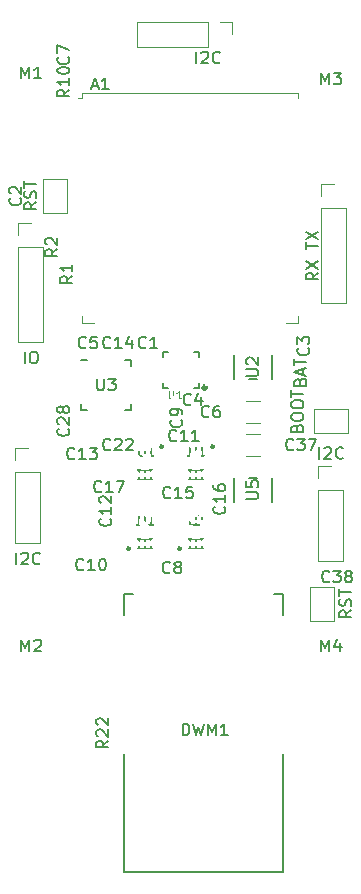
<source format=gto>
G04 #@! TF.GenerationSoftware,KiCad,Pcbnew,(5.1.5)-3*
G04 #@! TF.CreationDate,2021-07-14T18:19:22-04:00*
G04 #@! TF.ProjectId,MotorDriver,4d6f746f-7244-4726-9976-65722e6b6963,rev?*
G04 #@! TF.SameCoordinates,Original*
G04 #@! TF.FileFunction,Legend,Top*
G04 #@! TF.FilePolarity,Positive*
%FSLAX46Y46*%
G04 Gerber Fmt 4.6, Leading zero omitted, Abs format (unit mm)*
G04 Created by KiCad (PCBNEW (5.1.5)-3) date 2021-07-14 18:19:22*
%MOMM*%
%LPD*%
G04 APERTURE LIST*
%ADD10C,0.120000*%
%ADD11C,0.152400*%
%ADD12C,0.300000*%
%ADD13C,0.203200*%
%ADD14C,0.150000*%
%ADD15C,0.250000*%
%ADD16C,0.015000*%
%ADD17C,0.254000*%
%ADD18C,0.100000*%
%ADD19O,1.452000X1.452000*%
%ADD20R,1.452000X1.452000*%
%ADD21C,2.601360*%
%ADD22R,2.601360X2.601360*%
%ADD23R,0.610000X1.074299*%
%ADD24R,0.362000X0.552000*%
%ADD25R,0.552000X0.362000*%
%ADD26R,1.602000X1.102000*%
%ADD27R,1.102000X1.602000*%
%ADD28R,1.802000X1.102000*%
%ADD29R,0.402000X0.802000*%
%ADD30R,2.552000X1.102000*%
%ADD31R,1.102000X2.552000*%
%ADD32R,2.102000X1.002000*%
%ADD33R,1.002000X2.102000*%
%ADD34R,5.102000X5.102000*%
G04 APERTURE END LIST*
D10*
X134322000Y-87840000D02*
X135382000Y-87840000D01*
X134322000Y-88900000D02*
X134322000Y-87840000D01*
X134322000Y-89900000D02*
X136442000Y-89900000D01*
X136442000Y-89900000D02*
X136442000Y-97960000D01*
X134322000Y-89900000D02*
X134322000Y-97960000D01*
X134322000Y-97960000D02*
X136442000Y-97960000D01*
X159976000Y-84538000D02*
X161036000Y-84538000D01*
X159976000Y-85598000D02*
X159976000Y-84538000D01*
X159976000Y-86598000D02*
X162096000Y-86598000D01*
X162096000Y-86598000D02*
X162096000Y-94658000D01*
X159976000Y-86598000D02*
X159976000Y-94658000D01*
X159976000Y-94658000D02*
X162096000Y-94658000D01*
X134068000Y-106890000D02*
X135128000Y-106890000D01*
X134068000Y-107950000D02*
X134068000Y-106890000D01*
X134068000Y-108950000D02*
X136188000Y-108950000D01*
X136188000Y-108950000D02*
X136188000Y-115010000D01*
X134068000Y-108950000D02*
X134068000Y-115010000D01*
X134068000Y-115010000D02*
X136188000Y-115010000D01*
X159722000Y-108414000D02*
X160782000Y-108414000D01*
X159722000Y-109474000D02*
X159722000Y-108414000D01*
X159722000Y-110474000D02*
X161842000Y-110474000D01*
X161842000Y-110474000D02*
X161842000Y-116534000D01*
X159722000Y-110474000D02*
X159722000Y-116534000D01*
X159722000Y-116534000D02*
X161842000Y-116534000D01*
X152444000Y-70822000D02*
X152444000Y-71882000D01*
X151384000Y-70822000D02*
X152444000Y-70822000D01*
X150384000Y-70822000D02*
X150384000Y-72942000D01*
X150384000Y-72942000D02*
X144324000Y-72942000D01*
X150384000Y-70822000D02*
X144324000Y-70822000D01*
X144324000Y-70822000D02*
X144324000Y-72942000D01*
D11*
X155816300Y-101079300D02*
X155816300Y-99072700D01*
X153814739Y-101079300D02*
X154541261Y-101079300D01*
X152539700Y-99072700D02*
X152539700Y-101079300D01*
D12*
X150232000Y-101830000D02*
G75*
G03X150232000Y-101830000I-150000J0D01*
G01*
D13*
X149582000Y-98830000D02*
X149582000Y-99230000D01*
X149182000Y-98830000D02*
X149582000Y-98830000D01*
X146582000Y-98830000D02*
X146982000Y-98830000D01*
X146582000Y-99230000D02*
X146582000Y-98830000D01*
X146582000Y-101830000D02*
X146582000Y-101430000D01*
X146982000Y-101830000D02*
X146582000Y-101830000D01*
X149582000Y-101830000D02*
X149182000Y-101830000D01*
X149582000Y-101430000D02*
X149582000Y-101830000D01*
D10*
X153575936Y-104796000D02*
X154780064Y-104796000D01*
X153575936Y-102976000D02*
X154780064Y-102976000D01*
D11*
X152539700Y-109486700D02*
X152539700Y-111493300D01*
X154541261Y-109486700D02*
X153814739Y-109486700D01*
X155816300Y-111493300D02*
X155816300Y-109486700D01*
D14*
X143882000Y-99450000D02*
X143357000Y-99450000D01*
X143882000Y-103750000D02*
X143357000Y-103750000D01*
X139582000Y-103750000D02*
X140107000Y-103750000D01*
X139582000Y-99450000D02*
X140107000Y-99450000D01*
X143882000Y-103750000D02*
X143882000Y-103225000D01*
X139582000Y-103750000D02*
X139582000Y-103225000D01*
X143882000Y-99450000D02*
X143882000Y-99975000D01*
D10*
X161020000Y-118742000D02*
X161020000Y-121542000D01*
X161020000Y-121542000D02*
X159020000Y-121542000D01*
X159020000Y-121542000D02*
X159020000Y-118742000D01*
X159020000Y-118742000D02*
X161020000Y-118742000D01*
X159382000Y-103648000D02*
X162182000Y-103648000D01*
X162182000Y-103648000D02*
X162182000Y-105648000D01*
X162182000Y-105648000D02*
X159382000Y-105648000D01*
X159382000Y-105648000D02*
X159382000Y-103648000D01*
X136414000Y-86998000D02*
X136414000Y-84198000D01*
X136414000Y-84198000D02*
X138414000Y-84198000D01*
X138414000Y-84198000D02*
X138414000Y-86998000D01*
X138414000Y-86998000D02*
X136414000Y-86998000D01*
D15*
X148077000Y-115446000D02*
G75*
G03X148077000Y-115446000I-125000J0D01*
G01*
X150877000Y-106804000D02*
G75*
G03X150877000Y-106804000I-125000J0D01*
G01*
X143759000Y-115446000D02*
G75*
G03X143759000Y-115446000I-125000J0D01*
G01*
X146559000Y-106804000D02*
G75*
G03X146559000Y-106804000I-125000J0D01*
G01*
D14*
X156737000Y-142814000D02*
X156737000Y-132814000D01*
X143237000Y-142814000D02*
X143237000Y-132814000D01*
X156737000Y-142814000D02*
X143237000Y-142814000D01*
X143237000Y-119314000D02*
X143237000Y-121064000D01*
X143987000Y-119314000D02*
X143237000Y-119314000D01*
X156737000Y-119314000D02*
X156737000Y-121064000D01*
X155987000Y-119314000D02*
X156737000Y-119314000D01*
D10*
X153575936Y-107590000D02*
X154780064Y-107590000D01*
X153575936Y-105770000D02*
X154780064Y-105770000D01*
X139724000Y-77314000D02*
X139344000Y-77314000D01*
X139724000Y-76894000D02*
X139724000Y-77314000D01*
X157964000Y-76894000D02*
X157964000Y-77314000D01*
X139724000Y-76894000D02*
X157964000Y-76894000D01*
X157964000Y-96334000D02*
X156964000Y-96334000D01*
X157964000Y-95714000D02*
X157964000Y-96334000D01*
X139724000Y-96334000D02*
X140724000Y-96334000D01*
X139724000Y-95714000D02*
X139724000Y-96334000D01*
D14*
X137612380Y-90082666D02*
X137136190Y-90416000D01*
X137612380Y-90654095D02*
X136612380Y-90654095D01*
X136612380Y-90273142D01*
X136660000Y-90177904D01*
X136707619Y-90130285D01*
X136802857Y-90082666D01*
X136945714Y-90082666D01*
X137040952Y-90130285D01*
X137088571Y-90177904D01*
X137136190Y-90273142D01*
X137136190Y-90654095D01*
X136707619Y-89701714D02*
X136660000Y-89654095D01*
X136612380Y-89558857D01*
X136612380Y-89320761D01*
X136660000Y-89225523D01*
X136707619Y-89177904D01*
X136802857Y-89130285D01*
X136898095Y-89130285D01*
X137040952Y-89177904D01*
X137612380Y-89749333D01*
X137612380Y-89130285D01*
X138882380Y-92368666D02*
X138406190Y-92702000D01*
X138882380Y-92940095D02*
X137882380Y-92940095D01*
X137882380Y-92559142D01*
X137930000Y-92463904D01*
X137977619Y-92416285D01*
X138072857Y-92368666D01*
X138215714Y-92368666D01*
X138310952Y-92416285D01*
X138358571Y-92463904D01*
X138406190Y-92559142D01*
X138406190Y-92940095D01*
X138882380Y-91416285D02*
X138882380Y-91987714D01*
X138882380Y-91702000D02*
X137882380Y-91702000D01*
X138025238Y-91797238D01*
X138120476Y-91892476D01*
X138168095Y-91987714D01*
X134858190Y-99766380D02*
X134858190Y-98766380D01*
X135524857Y-98766380D02*
X135715333Y-98766380D01*
X135810571Y-98814000D01*
X135905809Y-98909238D01*
X135953428Y-99099714D01*
X135953428Y-99433047D01*
X135905809Y-99623523D01*
X135810571Y-99718761D01*
X135715333Y-99766380D01*
X135524857Y-99766380D01*
X135429619Y-99718761D01*
X135334380Y-99623523D01*
X135286761Y-99433047D01*
X135286761Y-99099714D01*
X135334380Y-98909238D01*
X135429619Y-98814000D01*
X135524857Y-98766380D01*
X159710380Y-92082761D02*
X159234190Y-92416095D01*
X159710380Y-92654190D02*
X158710380Y-92654190D01*
X158710380Y-92273238D01*
X158758000Y-92178000D01*
X158805619Y-92130380D01*
X158900857Y-92082761D01*
X159043714Y-92082761D01*
X159138952Y-92130380D01*
X159186571Y-92178000D01*
X159234190Y-92273238D01*
X159234190Y-92654190D01*
X158710380Y-91749428D02*
X159710380Y-91082761D01*
X158710380Y-91082761D02*
X159710380Y-91749428D01*
X158710380Y-90082761D02*
X158710380Y-89511333D01*
X159710380Y-89797047D02*
X158710380Y-89797047D01*
X158710380Y-89273238D02*
X159710380Y-88606571D01*
X158710380Y-88606571D02*
X159710380Y-89273238D01*
X158170571Y-101322095D02*
X158218190Y-101179238D01*
X158265809Y-101131619D01*
X158361047Y-101084000D01*
X158503904Y-101084000D01*
X158599142Y-101131619D01*
X158646761Y-101179238D01*
X158694380Y-101274476D01*
X158694380Y-101655428D01*
X157694380Y-101655428D01*
X157694380Y-101322095D01*
X157742000Y-101226857D01*
X157789619Y-101179238D01*
X157884857Y-101131619D01*
X157980095Y-101131619D01*
X158075333Y-101179238D01*
X158122952Y-101226857D01*
X158170571Y-101322095D01*
X158170571Y-101655428D01*
X158408666Y-100703047D02*
X158408666Y-100226857D01*
X158694380Y-100798285D02*
X157694380Y-100464952D01*
X158694380Y-100131619D01*
X157694380Y-99941142D02*
X157694380Y-99369714D01*
X158694380Y-99655428D02*
X157694380Y-99655428D01*
X141343142Y-110593142D02*
X141295523Y-110640761D01*
X141152666Y-110688380D01*
X141057428Y-110688380D01*
X140914571Y-110640761D01*
X140819333Y-110545523D01*
X140771714Y-110450285D01*
X140724095Y-110259809D01*
X140724095Y-110116952D01*
X140771714Y-109926476D01*
X140819333Y-109831238D01*
X140914571Y-109736000D01*
X141057428Y-109688380D01*
X141152666Y-109688380D01*
X141295523Y-109736000D01*
X141343142Y-109783619D01*
X142295523Y-110688380D02*
X141724095Y-110688380D01*
X142009809Y-110688380D02*
X142009809Y-109688380D01*
X141914571Y-109831238D01*
X141819333Y-109926476D01*
X141724095Y-109974095D01*
X142628857Y-109688380D02*
X143295523Y-109688380D01*
X142866952Y-110688380D01*
X151741142Y-111894857D02*
X151788761Y-111942476D01*
X151836380Y-112085333D01*
X151836380Y-112180571D01*
X151788761Y-112323428D01*
X151693523Y-112418666D01*
X151598285Y-112466285D01*
X151407809Y-112513904D01*
X151264952Y-112513904D01*
X151074476Y-112466285D01*
X150979238Y-112418666D01*
X150884000Y-112323428D01*
X150836380Y-112180571D01*
X150836380Y-112085333D01*
X150884000Y-111942476D01*
X150931619Y-111894857D01*
X151836380Y-110942476D02*
X151836380Y-111513904D01*
X151836380Y-111228190D02*
X150836380Y-111228190D01*
X150979238Y-111323428D01*
X151074476Y-111418666D01*
X151122095Y-111513904D01*
X150836380Y-110085333D02*
X150836380Y-110275809D01*
X150884000Y-110371047D01*
X150931619Y-110418666D01*
X151074476Y-110513904D01*
X151264952Y-110561523D01*
X151645904Y-110561523D01*
X151741142Y-110513904D01*
X151788761Y-110466285D01*
X151836380Y-110371047D01*
X151836380Y-110180571D01*
X151788761Y-110085333D01*
X151741142Y-110037714D01*
X151645904Y-109990095D01*
X151407809Y-109990095D01*
X151312571Y-110037714D01*
X151264952Y-110085333D01*
X151217333Y-110180571D01*
X151217333Y-110371047D01*
X151264952Y-110466285D01*
X151312571Y-110513904D01*
X151407809Y-110561523D01*
X147185142Y-111101142D02*
X147137523Y-111148761D01*
X146994666Y-111196380D01*
X146899428Y-111196380D01*
X146756571Y-111148761D01*
X146661333Y-111053523D01*
X146613714Y-110958285D01*
X146566095Y-110767809D01*
X146566095Y-110624952D01*
X146613714Y-110434476D01*
X146661333Y-110339238D01*
X146756571Y-110244000D01*
X146899428Y-110196380D01*
X146994666Y-110196380D01*
X147137523Y-110244000D01*
X147185142Y-110291619D01*
X148137523Y-111196380D02*
X147566095Y-111196380D01*
X147851809Y-111196380D02*
X147851809Y-110196380D01*
X147756571Y-110339238D01*
X147661333Y-110434476D01*
X147566095Y-110482095D01*
X149042285Y-110196380D02*
X148566095Y-110196380D01*
X148518476Y-110672571D01*
X148566095Y-110624952D01*
X148661333Y-110577333D01*
X148899428Y-110577333D01*
X148994666Y-110624952D01*
X149042285Y-110672571D01*
X149089904Y-110767809D01*
X149089904Y-111005904D01*
X149042285Y-111101142D01*
X148994666Y-111148761D01*
X148899428Y-111196380D01*
X148661333Y-111196380D01*
X148566095Y-111148761D01*
X148518476Y-111101142D01*
X142089142Y-112910857D02*
X142136761Y-112958476D01*
X142184380Y-113101333D01*
X142184380Y-113196571D01*
X142136761Y-113339428D01*
X142041523Y-113434666D01*
X141946285Y-113482285D01*
X141755809Y-113529904D01*
X141612952Y-113529904D01*
X141422476Y-113482285D01*
X141327238Y-113434666D01*
X141232000Y-113339428D01*
X141184380Y-113196571D01*
X141184380Y-113101333D01*
X141232000Y-112958476D01*
X141279619Y-112910857D01*
X142184380Y-111958476D02*
X142184380Y-112529904D01*
X142184380Y-112244190D02*
X141184380Y-112244190D01*
X141327238Y-112339428D01*
X141422476Y-112434666D01*
X141470095Y-112529904D01*
X141279619Y-111577523D02*
X141232000Y-111529904D01*
X141184380Y-111434666D01*
X141184380Y-111196571D01*
X141232000Y-111101333D01*
X141279619Y-111053714D01*
X141374857Y-111006095D01*
X141470095Y-111006095D01*
X141612952Y-111053714D01*
X142184380Y-111625142D01*
X142184380Y-111006095D01*
X147693142Y-106275142D02*
X147645523Y-106322761D01*
X147502666Y-106370380D01*
X147407428Y-106370380D01*
X147264571Y-106322761D01*
X147169333Y-106227523D01*
X147121714Y-106132285D01*
X147074095Y-105941809D01*
X147074095Y-105798952D01*
X147121714Y-105608476D01*
X147169333Y-105513238D01*
X147264571Y-105418000D01*
X147407428Y-105370380D01*
X147502666Y-105370380D01*
X147645523Y-105418000D01*
X147693142Y-105465619D01*
X148645523Y-106370380D02*
X148074095Y-106370380D01*
X148359809Y-106370380D02*
X148359809Y-105370380D01*
X148264571Y-105513238D01*
X148169333Y-105608476D01*
X148074095Y-105656095D01*
X149597904Y-106370380D02*
X149026476Y-106370380D01*
X149312190Y-106370380D02*
X149312190Y-105370380D01*
X149216952Y-105513238D01*
X149121714Y-105608476D01*
X149026476Y-105656095D01*
X139819142Y-117197142D02*
X139771523Y-117244761D01*
X139628666Y-117292380D01*
X139533428Y-117292380D01*
X139390571Y-117244761D01*
X139295333Y-117149523D01*
X139247714Y-117054285D01*
X139200095Y-116863809D01*
X139200095Y-116720952D01*
X139247714Y-116530476D01*
X139295333Y-116435238D01*
X139390571Y-116340000D01*
X139533428Y-116292380D01*
X139628666Y-116292380D01*
X139771523Y-116340000D01*
X139819142Y-116387619D01*
X140771523Y-117292380D02*
X140200095Y-117292380D01*
X140485809Y-117292380D02*
X140485809Y-116292380D01*
X140390571Y-116435238D01*
X140295333Y-116530476D01*
X140200095Y-116578095D01*
X141390571Y-116292380D02*
X141485809Y-116292380D01*
X141581047Y-116340000D01*
X141628666Y-116387619D01*
X141676285Y-116482857D01*
X141723904Y-116673333D01*
X141723904Y-116911428D01*
X141676285Y-117101904D01*
X141628666Y-117197142D01*
X141581047Y-117244761D01*
X141485809Y-117292380D01*
X141390571Y-117292380D01*
X141295333Y-117244761D01*
X141247714Y-117197142D01*
X141200095Y-117101904D01*
X141152476Y-116911428D01*
X141152476Y-116673333D01*
X141200095Y-116482857D01*
X141247714Y-116387619D01*
X141295333Y-116340000D01*
X141390571Y-116292380D01*
X148085142Y-104560666D02*
X148132761Y-104608285D01*
X148180380Y-104751142D01*
X148180380Y-104846380D01*
X148132761Y-104989238D01*
X148037523Y-105084476D01*
X147942285Y-105132095D01*
X147751809Y-105179714D01*
X147608952Y-105179714D01*
X147418476Y-105132095D01*
X147323238Y-105084476D01*
X147228000Y-104989238D01*
X147180380Y-104846380D01*
X147180380Y-104751142D01*
X147228000Y-104608285D01*
X147275619Y-104560666D01*
X148180380Y-104084476D02*
X148180380Y-103894000D01*
X148132761Y-103798761D01*
X148085142Y-103751142D01*
X147942285Y-103655904D01*
X147751809Y-103608285D01*
X147370857Y-103608285D01*
X147275619Y-103655904D01*
X147228000Y-103703523D01*
X147180380Y-103798761D01*
X147180380Y-103989238D01*
X147228000Y-104084476D01*
X147275619Y-104132095D01*
X147370857Y-104179714D01*
X147608952Y-104179714D01*
X147704190Y-104132095D01*
X147751809Y-104084476D01*
X147799428Y-103989238D01*
X147799428Y-103798761D01*
X147751809Y-103703523D01*
X147704190Y-103655904D01*
X147608952Y-103608285D01*
X147153333Y-117451142D02*
X147105714Y-117498761D01*
X146962857Y-117546380D01*
X146867619Y-117546380D01*
X146724761Y-117498761D01*
X146629523Y-117403523D01*
X146581904Y-117308285D01*
X146534285Y-117117809D01*
X146534285Y-116974952D01*
X146581904Y-116784476D01*
X146629523Y-116689238D01*
X146724761Y-116594000D01*
X146867619Y-116546380D01*
X146962857Y-116546380D01*
X147105714Y-116594000D01*
X147153333Y-116641619D01*
X147724761Y-116974952D02*
X147629523Y-116927333D01*
X147581904Y-116879714D01*
X147534285Y-116784476D01*
X147534285Y-116736857D01*
X147581904Y-116641619D01*
X147629523Y-116594000D01*
X147724761Y-116546380D01*
X147915238Y-116546380D01*
X148010476Y-116594000D01*
X148058095Y-116641619D01*
X148105714Y-116736857D01*
X148105714Y-116784476D01*
X148058095Y-116879714D01*
X148010476Y-116927333D01*
X147915238Y-116974952D01*
X147724761Y-116974952D01*
X147629523Y-117022571D01*
X147581904Y-117070190D01*
X147534285Y-117165428D01*
X147534285Y-117355904D01*
X147581904Y-117451142D01*
X147629523Y-117498761D01*
X147724761Y-117546380D01*
X147915238Y-117546380D01*
X148010476Y-117498761D01*
X148058095Y-117451142D01*
X148105714Y-117355904D01*
X148105714Y-117165428D01*
X148058095Y-117070190D01*
X148010476Y-117022571D01*
X147915238Y-116974952D01*
X159972476Y-124150380D02*
X159972476Y-123150380D01*
X160305809Y-123864666D01*
X160639142Y-123150380D01*
X160639142Y-124150380D01*
X161543904Y-123483714D02*
X161543904Y-124150380D01*
X161305809Y-123102761D02*
X161067714Y-123817047D01*
X161686761Y-123817047D01*
X159972476Y-76144380D02*
X159972476Y-75144380D01*
X160305809Y-75858666D01*
X160639142Y-75144380D01*
X160639142Y-76144380D01*
X161020095Y-75144380D02*
X161639142Y-75144380D01*
X161305809Y-75525333D01*
X161448666Y-75525333D01*
X161543904Y-75572952D01*
X161591523Y-75620571D01*
X161639142Y-75715809D01*
X161639142Y-75953904D01*
X161591523Y-76049142D01*
X161543904Y-76096761D01*
X161448666Y-76144380D01*
X161162952Y-76144380D01*
X161067714Y-76096761D01*
X161020095Y-76049142D01*
X134572476Y-124150380D02*
X134572476Y-123150380D01*
X134905809Y-123864666D01*
X135239142Y-123150380D01*
X135239142Y-124150380D01*
X135667714Y-123245619D02*
X135715333Y-123198000D01*
X135810571Y-123150380D01*
X136048666Y-123150380D01*
X136143904Y-123198000D01*
X136191523Y-123245619D01*
X136239142Y-123340857D01*
X136239142Y-123436095D01*
X136191523Y-123578952D01*
X135620095Y-124150380D01*
X136239142Y-124150380D01*
X134572476Y-75636380D02*
X134572476Y-74636380D01*
X134905809Y-75350666D01*
X135239142Y-74636380D01*
X135239142Y-75636380D01*
X136239142Y-75636380D02*
X135667714Y-75636380D01*
X135953428Y-75636380D02*
X135953428Y-74636380D01*
X135858190Y-74779238D01*
X135762952Y-74874476D01*
X135667714Y-74922095D01*
X134151809Y-116784380D02*
X134151809Y-115784380D01*
X134580380Y-115879619D02*
X134628000Y-115832000D01*
X134723238Y-115784380D01*
X134961333Y-115784380D01*
X135056571Y-115832000D01*
X135104190Y-115879619D01*
X135151809Y-115974857D01*
X135151809Y-116070095D01*
X135104190Y-116212952D01*
X134532761Y-116784380D01*
X135151809Y-116784380D01*
X136151809Y-116689142D02*
X136104190Y-116736761D01*
X135961333Y-116784380D01*
X135866095Y-116784380D01*
X135723238Y-116736761D01*
X135628000Y-116641523D01*
X135580380Y-116546285D01*
X135532761Y-116355809D01*
X135532761Y-116212952D01*
X135580380Y-116022476D01*
X135628000Y-115927238D01*
X135723238Y-115832000D01*
X135866095Y-115784380D01*
X135961333Y-115784380D01*
X136104190Y-115832000D01*
X136151809Y-115879619D01*
X159805809Y-107866380D02*
X159805809Y-106866380D01*
X160234380Y-106961619D02*
X160282000Y-106914000D01*
X160377238Y-106866380D01*
X160615333Y-106866380D01*
X160710571Y-106914000D01*
X160758190Y-106961619D01*
X160805809Y-107056857D01*
X160805809Y-107152095D01*
X160758190Y-107294952D01*
X160186761Y-107866380D01*
X160805809Y-107866380D01*
X161805809Y-107771142D02*
X161758190Y-107818761D01*
X161615333Y-107866380D01*
X161520095Y-107866380D01*
X161377238Y-107818761D01*
X161282000Y-107723523D01*
X161234380Y-107628285D01*
X161186761Y-107437809D01*
X161186761Y-107294952D01*
X161234380Y-107104476D01*
X161282000Y-107009238D01*
X161377238Y-106914000D01*
X161520095Y-106866380D01*
X161615333Y-106866380D01*
X161758190Y-106914000D01*
X161805809Y-106961619D01*
X149391809Y-74366380D02*
X149391809Y-73366380D01*
X149820380Y-73461619D02*
X149868000Y-73414000D01*
X149963238Y-73366380D01*
X150201333Y-73366380D01*
X150296571Y-73414000D01*
X150344190Y-73461619D01*
X150391809Y-73556857D01*
X150391809Y-73652095D01*
X150344190Y-73794952D01*
X149772761Y-74366380D01*
X150391809Y-74366380D01*
X151391809Y-74271142D02*
X151344190Y-74318761D01*
X151201333Y-74366380D01*
X151106095Y-74366380D01*
X150963238Y-74318761D01*
X150868000Y-74223523D01*
X150820380Y-74128285D01*
X150772761Y-73937809D01*
X150772761Y-73794952D01*
X150820380Y-73604476D01*
X150868000Y-73509238D01*
X150963238Y-73414000D01*
X151106095Y-73366380D01*
X151201333Y-73366380D01*
X151344190Y-73414000D01*
X151391809Y-73461619D01*
X153630380Y-100837904D02*
X154439904Y-100837904D01*
X154535142Y-100790285D01*
X154582761Y-100742666D01*
X154630380Y-100647428D01*
X154630380Y-100456952D01*
X154582761Y-100361714D01*
X154535142Y-100314095D01*
X154439904Y-100266476D01*
X153630380Y-100266476D01*
X153725619Y-99837904D02*
X153678000Y-99790285D01*
X153630380Y-99695047D01*
X153630380Y-99456952D01*
X153678000Y-99361714D01*
X153725619Y-99314095D01*
X153820857Y-99266476D01*
X153916095Y-99266476D01*
X154058952Y-99314095D01*
X154630380Y-99885523D01*
X154630380Y-99266476D01*
D16*
X147062380Y-102085923D02*
X147062380Y-102604019D01*
X147092857Y-102664971D01*
X147123333Y-102695447D01*
X147184285Y-102725923D01*
X147306190Y-102725923D01*
X147367142Y-102695447D01*
X147397619Y-102664971D01*
X147428095Y-102604019D01*
X147428095Y-102085923D01*
X148068095Y-102725923D02*
X147702380Y-102725923D01*
X147885238Y-102725923D02*
X147885238Y-102085923D01*
X147824285Y-102177352D01*
X147763333Y-102238304D01*
X147702380Y-102268780D01*
D14*
X150455333Y-104243142D02*
X150407714Y-104290761D01*
X150264857Y-104338380D01*
X150169619Y-104338380D01*
X150026761Y-104290761D01*
X149931523Y-104195523D01*
X149883904Y-104100285D01*
X149836285Y-103909809D01*
X149836285Y-103766952D01*
X149883904Y-103576476D01*
X149931523Y-103481238D01*
X150026761Y-103386000D01*
X150169619Y-103338380D01*
X150264857Y-103338380D01*
X150407714Y-103386000D01*
X150455333Y-103433619D01*
X151312476Y-103338380D02*
X151122000Y-103338380D01*
X151026761Y-103386000D01*
X150979142Y-103433619D01*
X150883904Y-103576476D01*
X150836285Y-103766952D01*
X150836285Y-104147904D01*
X150883904Y-104243142D01*
X150931523Y-104290761D01*
X151026761Y-104338380D01*
X151217238Y-104338380D01*
X151312476Y-104290761D01*
X151360095Y-104243142D01*
X151407714Y-104147904D01*
X151407714Y-103909809D01*
X151360095Y-103814571D01*
X151312476Y-103766952D01*
X151217238Y-103719333D01*
X151026761Y-103719333D01*
X150931523Y-103766952D01*
X150883904Y-103814571D01*
X150836285Y-103909809D01*
X148931333Y-103227142D02*
X148883714Y-103274761D01*
X148740857Y-103322380D01*
X148645619Y-103322380D01*
X148502761Y-103274761D01*
X148407523Y-103179523D01*
X148359904Y-103084285D01*
X148312285Y-102893809D01*
X148312285Y-102750952D01*
X148359904Y-102560476D01*
X148407523Y-102465238D01*
X148502761Y-102370000D01*
X148645619Y-102322380D01*
X148740857Y-102322380D01*
X148883714Y-102370000D01*
X148931333Y-102417619D01*
X149788476Y-102655714D02*
X149788476Y-103322380D01*
X149550380Y-102274761D02*
X149312285Y-102989047D01*
X149931333Y-102989047D01*
X145121333Y-98401142D02*
X145073714Y-98448761D01*
X144930857Y-98496380D01*
X144835619Y-98496380D01*
X144692761Y-98448761D01*
X144597523Y-98353523D01*
X144549904Y-98258285D01*
X144502285Y-98067809D01*
X144502285Y-97924952D01*
X144549904Y-97734476D01*
X144597523Y-97639238D01*
X144692761Y-97544000D01*
X144835619Y-97496380D01*
X144930857Y-97496380D01*
X145073714Y-97544000D01*
X145121333Y-97591619D01*
X146073714Y-98496380D02*
X145502285Y-98496380D01*
X145788000Y-98496380D02*
X145788000Y-97496380D01*
X145692761Y-97639238D01*
X145597523Y-97734476D01*
X145502285Y-97782095D01*
X153630380Y-111251904D02*
X154439904Y-111251904D01*
X154535142Y-111204285D01*
X154582761Y-111156666D01*
X154630380Y-111061428D01*
X154630380Y-110870952D01*
X154582761Y-110775714D01*
X154535142Y-110728095D01*
X154439904Y-110680476D01*
X153630380Y-110680476D01*
X153630380Y-109728095D02*
X153630380Y-110204285D01*
X154106571Y-110251904D01*
X154058952Y-110204285D01*
X154011333Y-110109047D01*
X154011333Y-109870952D01*
X154058952Y-109775714D01*
X154106571Y-109728095D01*
X154201809Y-109680476D01*
X154439904Y-109680476D01*
X154535142Y-109728095D01*
X154582761Y-109775714D01*
X154630380Y-109870952D01*
X154630380Y-110109047D01*
X154582761Y-110204285D01*
X154535142Y-110251904D01*
X140970095Y-101052380D02*
X140970095Y-101861904D01*
X141017714Y-101957142D01*
X141065333Y-102004761D01*
X141160571Y-102052380D01*
X141351047Y-102052380D01*
X141446285Y-102004761D01*
X141493904Y-101957142D01*
X141541523Y-101861904D01*
X141541523Y-101052380D01*
X141922476Y-101052380D02*
X142541523Y-101052380D01*
X142208190Y-101433333D01*
X142351047Y-101433333D01*
X142446285Y-101480952D01*
X142493904Y-101528571D01*
X142541523Y-101623809D01*
X142541523Y-101861904D01*
X142493904Y-101957142D01*
X142446285Y-102004761D01*
X142351047Y-102052380D01*
X142065333Y-102052380D01*
X141970095Y-102004761D01*
X141922476Y-101957142D01*
X141930380Y-131706857D02*
X141454190Y-132040190D01*
X141930380Y-132278285D02*
X140930380Y-132278285D01*
X140930380Y-131897333D01*
X140978000Y-131802095D01*
X141025619Y-131754476D01*
X141120857Y-131706857D01*
X141263714Y-131706857D01*
X141358952Y-131754476D01*
X141406571Y-131802095D01*
X141454190Y-131897333D01*
X141454190Y-132278285D01*
X141025619Y-131325904D02*
X140978000Y-131278285D01*
X140930380Y-131183047D01*
X140930380Y-130944952D01*
X140978000Y-130849714D01*
X141025619Y-130802095D01*
X141120857Y-130754476D01*
X141216095Y-130754476D01*
X141358952Y-130802095D01*
X141930380Y-131373523D01*
X141930380Y-130754476D01*
X141025619Y-130373523D02*
X140978000Y-130325904D01*
X140930380Y-130230666D01*
X140930380Y-129992571D01*
X140978000Y-129897333D01*
X141025619Y-129849714D01*
X141120857Y-129802095D01*
X141216095Y-129802095D01*
X141358952Y-129849714D01*
X141930380Y-130421142D01*
X141930380Y-129802095D01*
X138628380Y-76588857D02*
X138152190Y-76922190D01*
X138628380Y-77160285D02*
X137628380Y-77160285D01*
X137628380Y-76779333D01*
X137676000Y-76684095D01*
X137723619Y-76636476D01*
X137818857Y-76588857D01*
X137961714Y-76588857D01*
X138056952Y-76636476D01*
X138104571Y-76684095D01*
X138152190Y-76779333D01*
X138152190Y-77160285D01*
X138628380Y-75636476D02*
X138628380Y-76207904D01*
X138628380Y-75922190D02*
X137628380Y-75922190D01*
X137771238Y-76017428D01*
X137866476Y-76112666D01*
X137914095Y-76207904D01*
X137628380Y-75017428D02*
X137628380Y-74922190D01*
X137676000Y-74826952D01*
X137723619Y-74779333D01*
X137818857Y-74731714D01*
X138009333Y-74684095D01*
X138247428Y-74684095D01*
X138437904Y-74731714D01*
X138533142Y-74779333D01*
X138580761Y-74826952D01*
X138628380Y-74922190D01*
X138628380Y-75017428D01*
X138580761Y-75112666D01*
X138533142Y-75160285D01*
X138437904Y-75207904D01*
X138247428Y-75255523D01*
X138009333Y-75255523D01*
X137818857Y-75207904D01*
X137723619Y-75160285D01*
X137676000Y-75112666D01*
X137628380Y-75017428D01*
X162504380Y-120689619D02*
X162028190Y-121022952D01*
X162504380Y-121261047D02*
X161504380Y-121261047D01*
X161504380Y-120880095D01*
X161552000Y-120784857D01*
X161599619Y-120737238D01*
X161694857Y-120689619D01*
X161837714Y-120689619D01*
X161932952Y-120737238D01*
X161980571Y-120784857D01*
X162028190Y-120880095D01*
X162028190Y-121261047D01*
X162456761Y-120308666D02*
X162504380Y-120165809D01*
X162504380Y-119927714D01*
X162456761Y-119832476D01*
X162409142Y-119784857D01*
X162313904Y-119737238D01*
X162218666Y-119737238D01*
X162123428Y-119784857D01*
X162075809Y-119832476D01*
X162028190Y-119927714D01*
X161980571Y-120118190D01*
X161932952Y-120213428D01*
X161885333Y-120261047D01*
X161790095Y-120308666D01*
X161694857Y-120308666D01*
X161599619Y-120261047D01*
X161552000Y-120213428D01*
X161504380Y-120118190D01*
X161504380Y-119880095D01*
X161552000Y-119737238D01*
X161504380Y-119451523D02*
X161504380Y-118880095D01*
X162504380Y-119165809D02*
X161504380Y-119165809D01*
X157916571Y-105243142D02*
X157964190Y-105100285D01*
X158011809Y-105052666D01*
X158107047Y-105005047D01*
X158249904Y-105005047D01*
X158345142Y-105052666D01*
X158392761Y-105100285D01*
X158440380Y-105195523D01*
X158440380Y-105576476D01*
X157440380Y-105576476D01*
X157440380Y-105243142D01*
X157488000Y-105147904D01*
X157535619Y-105100285D01*
X157630857Y-105052666D01*
X157726095Y-105052666D01*
X157821333Y-105100285D01*
X157868952Y-105147904D01*
X157916571Y-105243142D01*
X157916571Y-105576476D01*
X157440380Y-104386000D02*
X157440380Y-104195523D01*
X157488000Y-104100285D01*
X157583238Y-104005047D01*
X157773714Y-103957428D01*
X158107047Y-103957428D01*
X158297523Y-104005047D01*
X158392761Y-104100285D01*
X158440380Y-104195523D01*
X158440380Y-104386000D01*
X158392761Y-104481238D01*
X158297523Y-104576476D01*
X158107047Y-104624095D01*
X157773714Y-104624095D01*
X157583238Y-104576476D01*
X157488000Y-104481238D01*
X157440380Y-104386000D01*
X157440380Y-103338380D02*
X157440380Y-103147904D01*
X157488000Y-103052666D01*
X157583238Y-102957428D01*
X157773714Y-102909809D01*
X158107047Y-102909809D01*
X158297523Y-102957428D01*
X158392761Y-103052666D01*
X158440380Y-103147904D01*
X158440380Y-103338380D01*
X158392761Y-103433619D01*
X158297523Y-103528857D01*
X158107047Y-103576476D01*
X157773714Y-103576476D01*
X157583238Y-103528857D01*
X157488000Y-103433619D01*
X157440380Y-103338380D01*
X157440380Y-102624095D02*
X157440380Y-102052666D01*
X158440380Y-102338380D02*
X157440380Y-102338380D01*
X135834380Y-86145619D02*
X135358190Y-86478952D01*
X135834380Y-86717047D02*
X134834380Y-86717047D01*
X134834380Y-86336095D01*
X134882000Y-86240857D01*
X134929619Y-86193238D01*
X135024857Y-86145619D01*
X135167714Y-86145619D01*
X135262952Y-86193238D01*
X135310571Y-86240857D01*
X135358190Y-86336095D01*
X135358190Y-86717047D01*
X135786761Y-85764666D02*
X135834380Y-85621809D01*
X135834380Y-85383714D01*
X135786761Y-85288476D01*
X135739142Y-85240857D01*
X135643904Y-85193238D01*
X135548666Y-85193238D01*
X135453428Y-85240857D01*
X135405809Y-85288476D01*
X135358190Y-85383714D01*
X135310571Y-85574190D01*
X135262952Y-85669428D01*
X135215333Y-85717047D01*
X135120095Y-85764666D01*
X135024857Y-85764666D01*
X134929619Y-85717047D01*
X134882000Y-85669428D01*
X134834380Y-85574190D01*
X134834380Y-85336095D01*
X134882000Y-85193238D01*
X134834380Y-84907523D02*
X134834380Y-84336095D01*
X135834380Y-84621809D02*
X134834380Y-84621809D01*
D17*
X149926523Y-115285761D02*
X148656523Y-115285761D01*
X149805571Y-113955285D02*
X149866047Y-114015761D01*
X149926523Y-114197190D01*
X149926523Y-114318142D01*
X149866047Y-114499571D01*
X149745095Y-114620523D01*
X149624142Y-114681000D01*
X149382238Y-114741476D01*
X149200809Y-114741476D01*
X148958904Y-114681000D01*
X148837952Y-114620523D01*
X148717000Y-114499571D01*
X148656523Y-114318142D01*
X148656523Y-114197190D01*
X148717000Y-114015761D01*
X148777476Y-113955285D01*
X149079857Y-112866714D02*
X149926523Y-112866714D01*
X148596047Y-113169095D02*
X149503190Y-113471476D01*
X149503190Y-112685285D01*
X149926523Y-109443761D02*
X148656523Y-109443761D01*
X149805571Y-108113285D02*
X149866047Y-108173761D01*
X149926523Y-108355190D01*
X149926523Y-108476142D01*
X149866047Y-108657571D01*
X149745095Y-108778523D01*
X149624142Y-108839000D01*
X149382238Y-108899476D01*
X149200809Y-108899476D01*
X148958904Y-108839000D01*
X148837952Y-108778523D01*
X148717000Y-108657571D01*
X148656523Y-108476142D01*
X148656523Y-108355190D01*
X148717000Y-108173761D01*
X148777476Y-108113285D01*
X148656523Y-107689952D02*
X148656523Y-106903761D01*
X149140333Y-107327095D01*
X149140333Y-107145666D01*
X149200809Y-107024714D01*
X149261285Y-106964238D01*
X149382238Y-106903761D01*
X149684619Y-106903761D01*
X149805571Y-106964238D01*
X149866047Y-107024714D01*
X149926523Y-107145666D01*
X149926523Y-107508523D01*
X149866047Y-107629476D01*
X149805571Y-107689952D01*
X145608523Y-115285761D02*
X144338523Y-115285761D01*
X145487571Y-113955285D02*
X145548047Y-114015761D01*
X145608523Y-114197190D01*
X145608523Y-114318142D01*
X145548047Y-114499571D01*
X145427095Y-114620523D01*
X145306142Y-114681000D01*
X145064238Y-114741476D01*
X144882809Y-114741476D01*
X144640904Y-114681000D01*
X144519952Y-114620523D01*
X144399000Y-114499571D01*
X144338523Y-114318142D01*
X144338523Y-114197190D01*
X144399000Y-114015761D01*
X144459476Y-113955285D01*
X144459476Y-113471476D02*
X144399000Y-113411000D01*
X144338523Y-113290047D01*
X144338523Y-112987666D01*
X144399000Y-112866714D01*
X144459476Y-112806238D01*
X144580428Y-112745761D01*
X144701380Y-112745761D01*
X144882809Y-112806238D01*
X145608523Y-113531952D01*
X145608523Y-112745761D01*
X145608523Y-109443761D02*
X144338523Y-109443761D01*
X145487571Y-108113285D02*
X145548047Y-108173761D01*
X145608523Y-108355190D01*
X145608523Y-108476142D01*
X145548047Y-108657571D01*
X145427095Y-108778523D01*
X145306142Y-108839000D01*
X145064238Y-108899476D01*
X144882809Y-108899476D01*
X144640904Y-108839000D01*
X144519952Y-108778523D01*
X144399000Y-108657571D01*
X144338523Y-108476142D01*
X144338523Y-108355190D01*
X144399000Y-108173761D01*
X144459476Y-108113285D01*
X145608523Y-106903761D02*
X145608523Y-107629476D01*
X145608523Y-107266619D02*
X144338523Y-107266619D01*
X144519952Y-107387571D01*
X144640904Y-107508523D01*
X144701380Y-107629476D01*
D14*
X148233047Y-131262380D02*
X148233047Y-130262380D01*
X148471142Y-130262380D01*
X148614000Y-130310000D01*
X148709238Y-130405238D01*
X148756857Y-130500476D01*
X148804476Y-130690952D01*
X148804476Y-130833809D01*
X148756857Y-131024285D01*
X148709238Y-131119523D01*
X148614000Y-131214761D01*
X148471142Y-131262380D01*
X148233047Y-131262380D01*
X149137809Y-130262380D02*
X149375904Y-131262380D01*
X149566380Y-130548095D01*
X149756857Y-131262380D01*
X149994952Y-130262380D01*
X150375904Y-131262380D02*
X150375904Y-130262380D01*
X150709238Y-130976666D01*
X151042571Y-130262380D01*
X151042571Y-131262380D01*
X152042571Y-131262380D02*
X151471142Y-131262380D01*
X151756857Y-131262380D02*
X151756857Y-130262380D01*
X151661619Y-130405238D01*
X151566380Y-130500476D01*
X151471142Y-130548095D01*
X160647142Y-118213142D02*
X160599523Y-118260761D01*
X160456666Y-118308380D01*
X160361428Y-118308380D01*
X160218571Y-118260761D01*
X160123333Y-118165523D01*
X160075714Y-118070285D01*
X160028095Y-117879809D01*
X160028095Y-117736952D01*
X160075714Y-117546476D01*
X160123333Y-117451238D01*
X160218571Y-117356000D01*
X160361428Y-117308380D01*
X160456666Y-117308380D01*
X160599523Y-117356000D01*
X160647142Y-117403619D01*
X160980476Y-117308380D02*
X161599523Y-117308380D01*
X161266190Y-117689333D01*
X161409047Y-117689333D01*
X161504285Y-117736952D01*
X161551904Y-117784571D01*
X161599523Y-117879809D01*
X161599523Y-118117904D01*
X161551904Y-118213142D01*
X161504285Y-118260761D01*
X161409047Y-118308380D01*
X161123333Y-118308380D01*
X161028095Y-118260761D01*
X160980476Y-118213142D01*
X162170952Y-117736952D02*
X162075714Y-117689333D01*
X162028095Y-117641714D01*
X161980476Y-117546476D01*
X161980476Y-117498857D01*
X162028095Y-117403619D01*
X162075714Y-117356000D01*
X162170952Y-117308380D01*
X162361428Y-117308380D01*
X162456666Y-117356000D01*
X162504285Y-117403619D01*
X162551904Y-117498857D01*
X162551904Y-117546476D01*
X162504285Y-117641714D01*
X162456666Y-117689333D01*
X162361428Y-117736952D01*
X162170952Y-117736952D01*
X162075714Y-117784571D01*
X162028095Y-117832190D01*
X161980476Y-117927428D01*
X161980476Y-118117904D01*
X162028095Y-118213142D01*
X162075714Y-118260761D01*
X162170952Y-118308380D01*
X162361428Y-118308380D01*
X162456666Y-118260761D01*
X162504285Y-118213142D01*
X162551904Y-118117904D01*
X162551904Y-117927428D01*
X162504285Y-117832190D01*
X162456666Y-117784571D01*
X162361428Y-117736952D01*
X157599142Y-107037142D02*
X157551523Y-107084761D01*
X157408666Y-107132380D01*
X157313428Y-107132380D01*
X157170571Y-107084761D01*
X157075333Y-106989523D01*
X157027714Y-106894285D01*
X156980095Y-106703809D01*
X156980095Y-106560952D01*
X157027714Y-106370476D01*
X157075333Y-106275238D01*
X157170571Y-106180000D01*
X157313428Y-106132380D01*
X157408666Y-106132380D01*
X157551523Y-106180000D01*
X157599142Y-106227619D01*
X157932476Y-106132380D02*
X158551523Y-106132380D01*
X158218190Y-106513333D01*
X158361047Y-106513333D01*
X158456285Y-106560952D01*
X158503904Y-106608571D01*
X158551523Y-106703809D01*
X158551523Y-106941904D01*
X158503904Y-107037142D01*
X158456285Y-107084761D01*
X158361047Y-107132380D01*
X158075333Y-107132380D01*
X157980095Y-107084761D01*
X157932476Y-107037142D01*
X158884857Y-106132380D02*
X159551523Y-106132380D01*
X159122952Y-107132380D01*
X138533142Y-105290857D02*
X138580761Y-105338476D01*
X138628380Y-105481333D01*
X138628380Y-105576571D01*
X138580761Y-105719428D01*
X138485523Y-105814666D01*
X138390285Y-105862285D01*
X138199809Y-105909904D01*
X138056952Y-105909904D01*
X137866476Y-105862285D01*
X137771238Y-105814666D01*
X137676000Y-105719428D01*
X137628380Y-105576571D01*
X137628380Y-105481333D01*
X137676000Y-105338476D01*
X137723619Y-105290857D01*
X137723619Y-104909904D02*
X137676000Y-104862285D01*
X137628380Y-104767047D01*
X137628380Y-104528952D01*
X137676000Y-104433714D01*
X137723619Y-104386095D01*
X137818857Y-104338476D01*
X137914095Y-104338476D01*
X138056952Y-104386095D01*
X138628380Y-104957523D01*
X138628380Y-104338476D01*
X138056952Y-103767047D02*
X138009333Y-103862285D01*
X137961714Y-103909904D01*
X137866476Y-103957523D01*
X137818857Y-103957523D01*
X137723619Y-103909904D01*
X137676000Y-103862285D01*
X137628380Y-103767047D01*
X137628380Y-103576571D01*
X137676000Y-103481333D01*
X137723619Y-103433714D01*
X137818857Y-103386095D01*
X137866476Y-103386095D01*
X137961714Y-103433714D01*
X138009333Y-103481333D01*
X138056952Y-103576571D01*
X138056952Y-103767047D01*
X138104571Y-103862285D01*
X138152190Y-103909904D01*
X138247428Y-103957523D01*
X138437904Y-103957523D01*
X138533142Y-103909904D01*
X138580761Y-103862285D01*
X138628380Y-103767047D01*
X138628380Y-103576571D01*
X138580761Y-103481333D01*
X138533142Y-103433714D01*
X138437904Y-103386095D01*
X138247428Y-103386095D01*
X138152190Y-103433714D01*
X138104571Y-103481333D01*
X138056952Y-103576571D01*
X142105142Y-107037142D02*
X142057523Y-107084761D01*
X141914666Y-107132380D01*
X141819428Y-107132380D01*
X141676571Y-107084761D01*
X141581333Y-106989523D01*
X141533714Y-106894285D01*
X141486095Y-106703809D01*
X141486095Y-106560952D01*
X141533714Y-106370476D01*
X141581333Y-106275238D01*
X141676571Y-106180000D01*
X141819428Y-106132380D01*
X141914666Y-106132380D01*
X142057523Y-106180000D01*
X142105142Y-106227619D01*
X142486095Y-106227619D02*
X142533714Y-106180000D01*
X142628952Y-106132380D01*
X142867047Y-106132380D01*
X142962285Y-106180000D01*
X143009904Y-106227619D01*
X143057523Y-106322857D01*
X143057523Y-106418095D01*
X143009904Y-106560952D01*
X142438476Y-107132380D01*
X143057523Y-107132380D01*
X143438476Y-106227619D02*
X143486095Y-106180000D01*
X143581333Y-106132380D01*
X143819428Y-106132380D01*
X143914666Y-106180000D01*
X143962285Y-106227619D01*
X144009904Y-106322857D01*
X144009904Y-106418095D01*
X143962285Y-106560952D01*
X143390857Y-107132380D01*
X144009904Y-107132380D01*
X142105142Y-98401142D02*
X142057523Y-98448761D01*
X141914666Y-98496380D01*
X141819428Y-98496380D01*
X141676571Y-98448761D01*
X141581333Y-98353523D01*
X141533714Y-98258285D01*
X141486095Y-98067809D01*
X141486095Y-97924952D01*
X141533714Y-97734476D01*
X141581333Y-97639238D01*
X141676571Y-97544000D01*
X141819428Y-97496380D01*
X141914666Y-97496380D01*
X142057523Y-97544000D01*
X142105142Y-97591619D01*
X143057523Y-98496380D02*
X142486095Y-98496380D01*
X142771809Y-98496380D02*
X142771809Y-97496380D01*
X142676571Y-97639238D01*
X142581333Y-97734476D01*
X142486095Y-97782095D01*
X143914666Y-97829714D02*
X143914666Y-98496380D01*
X143676571Y-97448761D02*
X143438476Y-98163047D01*
X144057523Y-98163047D01*
X139057142Y-107799142D02*
X139009523Y-107846761D01*
X138866666Y-107894380D01*
X138771428Y-107894380D01*
X138628571Y-107846761D01*
X138533333Y-107751523D01*
X138485714Y-107656285D01*
X138438095Y-107465809D01*
X138438095Y-107322952D01*
X138485714Y-107132476D01*
X138533333Y-107037238D01*
X138628571Y-106942000D01*
X138771428Y-106894380D01*
X138866666Y-106894380D01*
X139009523Y-106942000D01*
X139057142Y-106989619D01*
X140009523Y-107894380D02*
X139438095Y-107894380D01*
X139723809Y-107894380D02*
X139723809Y-106894380D01*
X139628571Y-107037238D01*
X139533333Y-107132476D01*
X139438095Y-107180095D01*
X140342857Y-106894380D02*
X140961904Y-106894380D01*
X140628571Y-107275333D01*
X140771428Y-107275333D01*
X140866666Y-107322952D01*
X140914285Y-107370571D01*
X140961904Y-107465809D01*
X140961904Y-107703904D01*
X140914285Y-107799142D01*
X140866666Y-107846761D01*
X140771428Y-107894380D01*
X140485714Y-107894380D01*
X140390476Y-107846761D01*
X140342857Y-107799142D01*
X138533142Y-73826666D02*
X138580761Y-73874285D01*
X138628380Y-74017142D01*
X138628380Y-74112380D01*
X138580761Y-74255238D01*
X138485523Y-74350476D01*
X138390285Y-74398095D01*
X138199809Y-74445714D01*
X138056952Y-74445714D01*
X137866476Y-74398095D01*
X137771238Y-74350476D01*
X137676000Y-74255238D01*
X137628380Y-74112380D01*
X137628380Y-74017142D01*
X137676000Y-73874285D01*
X137723619Y-73826666D01*
X137628380Y-73493333D02*
X137628380Y-72826666D01*
X138628380Y-73255238D01*
X140041333Y-98401142D02*
X139993714Y-98448761D01*
X139850857Y-98496380D01*
X139755619Y-98496380D01*
X139612761Y-98448761D01*
X139517523Y-98353523D01*
X139469904Y-98258285D01*
X139422285Y-98067809D01*
X139422285Y-97924952D01*
X139469904Y-97734476D01*
X139517523Y-97639238D01*
X139612761Y-97544000D01*
X139755619Y-97496380D01*
X139850857Y-97496380D01*
X139993714Y-97544000D01*
X140041333Y-97591619D01*
X140946095Y-97496380D02*
X140469904Y-97496380D01*
X140422285Y-97972571D01*
X140469904Y-97924952D01*
X140565142Y-97877333D01*
X140803238Y-97877333D01*
X140898476Y-97924952D01*
X140946095Y-97972571D01*
X140993714Y-98067809D01*
X140993714Y-98305904D01*
X140946095Y-98401142D01*
X140898476Y-98448761D01*
X140803238Y-98496380D01*
X140565142Y-98496380D01*
X140469904Y-98448761D01*
X140422285Y-98401142D01*
X158853142Y-98464666D02*
X158900761Y-98512285D01*
X158948380Y-98655142D01*
X158948380Y-98750380D01*
X158900761Y-98893238D01*
X158805523Y-98988476D01*
X158710285Y-99036095D01*
X158519809Y-99083714D01*
X158376952Y-99083714D01*
X158186476Y-99036095D01*
X158091238Y-98988476D01*
X157996000Y-98893238D01*
X157948380Y-98750380D01*
X157948380Y-98655142D01*
X157996000Y-98512285D01*
X158043619Y-98464666D01*
X157948380Y-98131333D02*
X157948380Y-97512285D01*
X158329333Y-97845619D01*
X158329333Y-97702761D01*
X158376952Y-97607523D01*
X158424571Y-97559904D01*
X158519809Y-97512285D01*
X158757904Y-97512285D01*
X158853142Y-97559904D01*
X158900761Y-97607523D01*
X158948380Y-97702761D01*
X158948380Y-97988476D01*
X158900761Y-98083714D01*
X158853142Y-98131333D01*
X134469142Y-85764666D02*
X134516761Y-85812285D01*
X134564380Y-85955142D01*
X134564380Y-86050380D01*
X134516761Y-86193238D01*
X134421523Y-86288476D01*
X134326285Y-86336095D01*
X134135809Y-86383714D01*
X133992952Y-86383714D01*
X133802476Y-86336095D01*
X133707238Y-86288476D01*
X133612000Y-86193238D01*
X133564380Y-86050380D01*
X133564380Y-85955142D01*
X133612000Y-85812285D01*
X133659619Y-85764666D01*
X133659619Y-85383714D02*
X133612000Y-85336095D01*
X133564380Y-85240857D01*
X133564380Y-85002761D01*
X133612000Y-84907523D01*
X133659619Y-84859904D01*
X133754857Y-84812285D01*
X133850095Y-84812285D01*
X133992952Y-84859904D01*
X134564380Y-85431333D01*
X134564380Y-84812285D01*
X140549714Y-76280666D02*
X141025904Y-76280666D01*
X140454476Y-76566380D02*
X140787809Y-75566380D01*
X141121142Y-76566380D01*
X141978285Y-76566380D02*
X141406857Y-76566380D01*
X141692571Y-76566380D02*
X141692571Y-75566380D01*
X141597333Y-75709238D01*
X141502095Y-75804476D01*
X141406857Y-75852095D01*
%LPC*%
D18*
G36*
X138596957Y-88021833D02*
G01*
X138613751Y-88024324D01*
X138630219Y-88028449D01*
X138646204Y-88034169D01*
X138661552Y-88041428D01*
X138676114Y-88050156D01*
X138689750Y-88060269D01*
X138702329Y-88071671D01*
X138713731Y-88084250D01*
X138723844Y-88097886D01*
X138732572Y-88112448D01*
X138739831Y-88127796D01*
X138745551Y-88143781D01*
X138749676Y-88160249D01*
X138752167Y-88177043D01*
X138753000Y-88194000D01*
X138753000Y-88590000D01*
X138752167Y-88606957D01*
X138749676Y-88623751D01*
X138745551Y-88640219D01*
X138739831Y-88656204D01*
X138732572Y-88671552D01*
X138723844Y-88686114D01*
X138713731Y-88699750D01*
X138702329Y-88712329D01*
X138689750Y-88723731D01*
X138676114Y-88733844D01*
X138661552Y-88742572D01*
X138646204Y-88749831D01*
X138630219Y-88755551D01*
X138613751Y-88759676D01*
X138596957Y-88762167D01*
X138580000Y-88763000D01*
X138234000Y-88763000D01*
X138217043Y-88762167D01*
X138200249Y-88759676D01*
X138183781Y-88755551D01*
X138167796Y-88749831D01*
X138152448Y-88742572D01*
X138137886Y-88733844D01*
X138124250Y-88723731D01*
X138111671Y-88712329D01*
X138100269Y-88699750D01*
X138090156Y-88686114D01*
X138081428Y-88671552D01*
X138074169Y-88656204D01*
X138068449Y-88640219D01*
X138064324Y-88623751D01*
X138061833Y-88606957D01*
X138061000Y-88590000D01*
X138061000Y-88194000D01*
X138061833Y-88177043D01*
X138064324Y-88160249D01*
X138068449Y-88143781D01*
X138074169Y-88127796D01*
X138081428Y-88112448D01*
X138090156Y-88097886D01*
X138100269Y-88084250D01*
X138111671Y-88071671D01*
X138124250Y-88060269D01*
X138137886Y-88050156D01*
X138152448Y-88041428D01*
X138167796Y-88034169D01*
X138183781Y-88028449D01*
X138200249Y-88024324D01*
X138217043Y-88021833D01*
X138234000Y-88021000D01*
X138580000Y-88021000D01*
X138596957Y-88021833D01*
G37*
G36*
X137626957Y-88021833D02*
G01*
X137643751Y-88024324D01*
X137660219Y-88028449D01*
X137676204Y-88034169D01*
X137691552Y-88041428D01*
X137706114Y-88050156D01*
X137719750Y-88060269D01*
X137732329Y-88071671D01*
X137743731Y-88084250D01*
X137753844Y-88097886D01*
X137762572Y-88112448D01*
X137769831Y-88127796D01*
X137775551Y-88143781D01*
X137779676Y-88160249D01*
X137782167Y-88177043D01*
X137783000Y-88194000D01*
X137783000Y-88590000D01*
X137782167Y-88606957D01*
X137779676Y-88623751D01*
X137775551Y-88640219D01*
X137769831Y-88656204D01*
X137762572Y-88671552D01*
X137753844Y-88686114D01*
X137743731Y-88699750D01*
X137732329Y-88712329D01*
X137719750Y-88723731D01*
X137706114Y-88733844D01*
X137691552Y-88742572D01*
X137676204Y-88749831D01*
X137660219Y-88755551D01*
X137643751Y-88759676D01*
X137626957Y-88762167D01*
X137610000Y-88763000D01*
X137264000Y-88763000D01*
X137247043Y-88762167D01*
X137230249Y-88759676D01*
X137213781Y-88755551D01*
X137197796Y-88749831D01*
X137182448Y-88742572D01*
X137167886Y-88733844D01*
X137154250Y-88723731D01*
X137141671Y-88712329D01*
X137130269Y-88699750D01*
X137120156Y-88686114D01*
X137111428Y-88671552D01*
X137104169Y-88656204D01*
X137098449Y-88640219D01*
X137094324Y-88623751D01*
X137091833Y-88606957D01*
X137091000Y-88590000D01*
X137091000Y-88194000D01*
X137091833Y-88177043D01*
X137094324Y-88160249D01*
X137098449Y-88143781D01*
X137104169Y-88127796D01*
X137111428Y-88112448D01*
X137120156Y-88097886D01*
X137130269Y-88084250D01*
X137141671Y-88071671D01*
X137154250Y-88060269D01*
X137167886Y-88050156D01*
X137182448Y-88041428D01*
X137197796Y-88034169D01*
X137213781Y-88028449D01*
X137230249Y-88024324D01*
X137247043Y-88021833D01*
X137264000Y-88021000D01*
X137610000Y-88021000D01*
X137626957Y-88021833D01*
G37*
G36*
X138644957Y-89339833D02*
G01*
X138661751Y-89342324D01*
X138678219Y-89346449D01*
X138694204Y-89352169D01*
X138709552Y-89359428D01*
X138724114Y-89368156D01*
X138737750Y-89378269D01*
X138750329Y-89389671D01*
X138761731Y-89402250D01*
X138771844Y-89415886D01*
X138780572Y-89430448D01*
X138787831Y-89445796D01*
X138793551Y-89461781D01*
X138797676Y-89478249D01*
X138800167Y-89495043D01*
X138801000Y-89512000D01*
X138801000Y-89858000D01*
X138800167Y-89874957D01*
X138797676Y-89891751D01*
X138793551Y-89908219D01*
X138787831Y-89924204D01*
X138780572Y-89939552D01*
X138771844Y-89954114D01*
X138761731Y-89967750D01*
X138750329Y-89980329D01*
X138737750Y-89991731D01*
X138724114Y-90001844D01*
X138709552Y-90010572D01*
X138694204Y-90017831D01*
X138678219Y-90023551D01*
X138661751Y-90027676D01*
X138644957Y-90030167D01*
X138628000Y-90031000D01*
X138232000Y-90031000D01*
X138215043Y-90030167D01*
X138198249Y-90027676D01*
X138181781Y-90023551D01*
X138165796Y-90017831D01*
X138150448Y-90010572D01*
X138135886Y-90001844D01*
X138122250Y-89991731D01*
X138109671Y-89980329D01*
X138098269Y-89967750D01*
X138088156Y-89954114D01*
X138079428Y-89939552D01*
X138072169Y-89924204D01*
X138066449Y-89908219D01*
X138062324Y-89891751D01*
X138059833Y-89874957D01*
X138059000Y-89858000D01*
X138059000Y-89512000D01*
X138059833Y-89495043D01*
X138062324Y-89478249D01*
X138066449Y-89461781D01*
X138072169Y-89445796D01*
X138079428Y-89430448D01*
X138088156Y-89415886D01*
X138098269Y-89402250D01*
X138109671Y-89389671D01*
X138122250Y-89378269D01*
X138135886Y-89368156D01*
X138150448Y-89359428D01*
X138165796Y-89352169D01*
X138181781Y-89346449D01*
X138198249Y-89342324D01*
X138215043Y-89339833D01*
X138232000Y-89339000D01*
X138628000Y-89339000D01*
X138644957Y-89339833D01*
G37*
G36*
X138644957Y-90309833D02*
G01*
X138661751Y-90312324D01*
X138678219Y-90316449D01*
X138694204Y-90322169D01*
X138709552Y-90329428D01*
X138724114Y-90338156D01*
X138737750Y-90348269D01*
X138750329Y-90359671D01*
X138761731Y-90372250D01*
X138771844Y-90385886D01*
X138780572Y-90400448D01*
X138787831Y-90415796D01*
X138793551Y-90431781D01*
X138797676Y-90448249D01*
X138800167Y-90465043D01*
X138801000Y-90482000D01*
X138801000Y-90828000D01*
X138800167Y-90844957D01*
X138797676Y-90861751D01*
X138793551Y-90878219D01*
X138787831Y-90894204D01*
X138780572Y-90909552D01*
X138771844Y-90924114D01*
X138761731Y-90937750D01*
X138750329Y-90950329D01*
X138737750Y-90961731D01*
X138724114Y-90971844D01*
X138709552Y-90980572D01*
X138694204Y-90987831D01*
X138678219Y-90993551D01*
X138661751Y-90997676D01*
X138644957Y-91000167D01*
X138628000Y-91001000D01*
X138232000Y-91001000D01*
X138215043Y-91000167D01*
X138198249Y-90997676D01*
X138181781Y-90993551D01*
X138165796Y-90987831D01*
X138150448Y-90980572D01*
X138135886Y-90971844D01*
X138122250Y-90961731D01*
X138109671Y-90950329D01*
X138098269Y-90937750D01*
X138088156Y-90924114D01*
X138079428Y-90909552D01*
X138072169Y-90894204D01*
X138066449Y-90878219D01*
X138062324Y-90861751D01*
X138059833Y-90844957D01*
X138059000Y-90828000D01*
X138059000Y-90482000D01*
X138059833Y-90465043D01*
X138062324Y-90448249D01*
X138066449Y-90431781D01*
X138072169Y-90415796D01*
X138079428Y-90400448D01*
X138088156Y-90385886D01*
X138098269Y-90372250D01*
X138109671Y-90359671D01*
X138122250Y-90348269D01*
X138135886Y-90338156D01*
X138150448Y-90329428D01*
X138165796Y-90322169D01*
X138181781Y-90316449D01*
X138198249Y-90312324D01*
X138215043Y-90309833D01*
X138232000Y-90309000D01*
X138628000Y-90309000D01*
X138644957Y-90309833D01*
G37*
D19*
X135382000Y-96900000D03*
X135382000Y-94900000D03*
X135382000Y-92900000D03*
X135382000Y-90900000D03*
D20*
X135382000Y-88900000D03*
D19*
X161036000Y-93598000D03*
X161036000Y-91598000D03*
X161036000Y-89598000D03*
X161036000Y-87598000D03*
D20*
X161036000Y-85598000D03*
D21*
X160782000Y-97536000D03*
D22*
X160782000Y-101346000D03*
D18*
G36*
X145200957Y-110373833D02*
G01*
X145217751Y-110376324D01*
X145234219Y-110380449D01*
X145250204Y-110386169D01*
X145265552Y-110393428D01*
X145280114Y-110402156D01*
X145293750Y-110412269D01*
X145306329Y-110423671D01*
X145317731Y-110436250D01*
X145327844Y-110449886D01*
X145336572Y-110464448D01*
X145343831Y-110479796D01*
X145349551Y-110495781D01*
X145353676Y-110512249D01*
X145356167Y-110529043D01*
X145357000Y-110546000D01*
X145357000Y-110942000D01*
X145356167Y-110958957D01*
X145353676Y-110975751D01*
X145349551Y-110992219D01*
X145343831Y-111008204D01*
X145336572Y-111023552D01*
X145327844Y-111038114D01*
X145317731Y-111051750D01*
X145306329Y-111064329D01*
X145293750Y-111075731D01*
X145280114Y-111085844D01*
X145265552Y-111094572D01*
X145250204Y-111101831D01*
X145234219Y-111107551D01*
X145217751Y-111111676D01*
X145200957Y-111114167D01*
X145184000Y-111115000D01*
X144838000Y-111115000D01*
X144821043Y-111114167D01*
X144804249Y-111111676D01*
X144787781Y-111107551D01*
X144771796Y-111101831D01*
X144756448Y-111094572D01*
X144741886Y-111085844D01*
X144728250Y-111075731D01*
X144715671Y-111064329D01*
X144704269Y-111051750D01*
X144694156Y-111038114D01*
X144685428Y-111023552D01*
X144678169Y-111008204D01*
X144672449Y-110992219D01*
X144668324Y-110975751D01*
X144665833Y-110958957D01*
X144665000Y-110942000D01*
X144665000Y-110546000D01*
X144665833Y-110529043D01*
X144668324Y-110512249D01*
X144672449Y-110495781D01*
X144678169Y-110479796D01*
X144685428Y-110464448D01*
X144694156Y-110449886D01*
X144704269Y-110436250D01*
X144715671Y-110423671D01*
X144728250Y-110412269D01*
X144741886Y-110402156D01*
X144756448Y-110393428D01*
X144771796Y-110386169D01*
X144787781Y-110380449D01*
X144804249Y-110376324D01*
X144821043Y-110373833D01*
X144838000Y-110373000D01*
X145184000Y-110373000D01*
X145200957Y-110373833D01*
G37*
G36*
X144230957Y-110373833D02*
G01*
X144247751Y-110376324D01*
X144264219Y-110380449D01*
X144280204Y-110386169D01*
X144295552Y-110393428D01*
X144310114Y-110402156D01*
X144323750Y-110412269D01*
X144336329Y-110423671D01*
X144347731Y-110436250D01*
X144357844Y-110449886D01*
X144366572Y-110464448D01*
X144373831Y-110479796D01*
X144379551Y-110495781D01*
X144383676Y-110512249D01*
X144386167Y-110529043D01*
X144387000Y-110546000D01*
X144387000Y-110942000D01*
X144386167Y-110958957D01*
X144383676Y-110975751D01*
X144379551Y-110992219D01*
X144373831Y-111008204D01*
X144366572Y-111023552D01*
X144357844Y-111038114D01*
X144347731Y-111051750D01*
X144336329Y-111064329D01*
X144323750Y-111075731D01*
X144310114Y-111085844D01*
X144295552Y-111094572D01*
X144280204Y-111101831D01*
X144264219Y-111107551D01*
X144247751Y-111111676D01*
X144230957Y-111114167D01*
X144214000Y-111115000D01*
X143868000Y-111115000D01*
X143851043Y-111114167D01*
X143834249Y-111111676D01*
X143817781Y-111107551D01*
X143801796Y-111101831D01*
X143786448Y-111094572D01*
X143771886Y-111085844D01*
X143758250Y-111075731D01*
X143745671Y-111064329D01*
X143734269Y-111051750D01*
X143724156Y-111038114D01*
X143715428Y-111023552D01*
X143708169Y-111008204D01*
X143702449Y-110992219D01*
X143698324Y-110975751D01*
X143695833Y-110958957D01*
X143695000Y-110942000D01*
X143695000Y-110546000D01*
X143695833Y-110529043D01*
X143698324Y-110512249D01*
X143702449Y-110495781D01*
X143708169Y-110479796D01*
X143715428Y-110464448D01*
X143724156Y-110449886D01*
X143734269Y-110436250D01*
X143745671Y-110423671D01*
X143758250Y-110412269D01*
X143771886Y-110402156D01*
X143786448Y-110393428D01*
X143801796Y-110386169D01*
X143817781Y-110380449D01*
X143834249Y-110376324D01*
X143851043Y-110373833D01*
X143868000Y-110373000D01*
X144214000Y-110373000D01*
X144230957Y-110373833D01*
G37*
G36*
X151598957Y-108851833D02*
G01*
X151615751Y-108854324D01*
X151632219Y-108858449D01*
X151648204Y-108864169D01*
X151663552Y-108871428D01*
X151678114Y-108880156D01*
X151691750Y-108890269D01*
X151704329Y-108901671D01*
X151715731Y-108914250D01*
X151725844Y-108927886D01*
X151734572Y-108942448D01*
X151741831Y-108957796D01*
X151747551Y-108973781D01*
X151751676Y-108990249D01*
X151754167Y-109007043D01*
X151755000Y-109024000D01*
X151755000Y-109370000D01*
X151754167Y-109386957D01*
X151751676Y-109403751D01*
X151747551Y-109420219D01*
X151741831Y-109436204D01*
X151734572Y-109451552D01*
X151725844Y-109466114D01*
X151715731Y-109479750D01*
X151704329Y-109492329D01*
X151691750Y-109503731D01*
X151678114Y-109513844D01*
X151663552Y-109522572D01*
X151648204Y-109529831D01*
X151632219Y-109535551D01*
X151615751Y-109539676D01*
X151598957Y-109542167D01*
X151582000Y-109543000D01*
X151186000Y-109543000D01*
X151169043Y-109542167D01*
X151152249Y-109539676D01*
X151135781Y-109535551D01*
X151119796Y-109529831D01*
X151104448Y-109522572D01*
X151089886Y-109513844D01*
X151076250Y-109503731D01*
X151063671Y-109492329D01*
X151052269Y-109479750D01*
X151042156Y-109466114D01*
X151033428Y-109451552D01*
X151026169Y-109436204D01*
X151020449Y-109420219D01*
X151016324Y-109403751D01*
X151013833Y-109386957D01*
X151013000Y-109370000D01*
X151013000Y-109024000D01*
X151013833Y-109007043D01*
X151016324Y-108990249D01*
X151020449Y-108973781D01*
X151026169Y-108957796D01*
X151033428Y-108942448D01*
X151042156Y-108927886D01*
X151052269Y-108914250D01*
X151063671Y-108901671D01*
X151076250Y-108890269D01*
X151089886Y-108880156D01*
X151104448Y-108871428D01*
X151119796Y-108864169D01*
X151135781Y-108858449D01*
X151152249Y-108854324D01*
X151169043Y-108851833D01*
X151186000Y-108851000D01*
X151582000Y-108851000D01*
X151598957Y-108851833D01*
G37*
G36*
X151598957Y-107881833D02*
G01*
X151615751Y-107884324D01*
X151632219Y-107888449D01*
X151648204Y-107894169D01*
X151663552Y-107901428D01*
X151678114Y-107910156D01*
X151691750Y-107920269D01*
X151704329Y-107931671D01*
X151715731Y-107944250D01*
X151725844Y-107957886D01*
X151734572Y-107972448D01*
X151741831Y-107987796D01*
X151747551Y-108003781D01*
X151751676Y-108020249D01*
X151754167Y-108037043D01*
X151755000Y-108054000D01*
X151755000Y-108400000D01*
X151754167Y-108416957D01*
X151751676Y-108433751D01*
X151747551Y-108450219D01*
X151741831Y-108466204D01*
X151734572Y-108481552D01*
X151725844Y-108496114D01*
X151715731Y-108509750D01*
X151704329Y-108522329D01*
X151691750Y-108533731D01*
X151678114Y-108543844D01*
X151663552Y-108552572D01*
X151648204Y-108559831D01*
X151632219Y-108565551D01*
X151615751Y-108569676D01*
X151598957Y-108572167D01*
X151582000Y-108573000D01*
X151186000Y-108573000D01*
X151169043Y-108572167D01*
X151152249Y-108569676D01*
X151135781Y-108565551D01*
X151119796Y-108559831D01*
X151104448Y-108552572D01*
X151089886Y-108543844D01*
X151076250Y-108533731D01*
X151063671Y-108522329D01*
X151052269Y-108509750D01*
X151042156Y-108496114D01*
X151033428Y-108481552D01*
X151026169Y-108466204D01*
X151020449Y-108450219D01*
X151016324Y-108433751D01*
X151013833Y-108416957D01*
X151013000Y-108400000D01*
X151013000Y-108054000D01*
X151013833Y-108037043D01*
X151016324Y-108020249D01*
X151020449Y-108003781D01*
X151026169Y-107987796D01*
X151033428Y-107972448D01*
X151042156Y-107957886D01*
X151052269Y-107944250D01*
X151063671Y-107931671D01*
X151076250Y-107920269D01*
X151089886Y-107910156D01*
X151104448Y-107901428D01*
X151119796Y-107894169D01*
X151135781Y-107888449D01*
X151152249Y-107884324D01*
X151169043Y-107881833D01*
X151186000Y-107881000D01*
X151582000Y-107881000D01*
X151598957Y-107881833D01*
G37*
G36*
X148502957Y-111389833D02*
G01*
X148519751Y-111392324D01*
X148536219Y-111396449D01*
X148552204Y-111402169D01*
X148567552Y-111409428D01*
X148582114Y-111418156D01*
X148595750Y-111428269D01*
X148608329Y-111439671D01*
X148619731Y-111452250D01*
X148629844Y-111465886D01*
X148638572Y-111480448D01*
X148645831Y-111495796D01*
X148651551Y-111511781D01*
X148655676Y-111528249D01*
X148658167Y-111545043D01*
X148659000Y-111562000D01*
X148659000Y-111958000D01*
X148658167Y-111974957D01*
X148655676Y-111991751D01*
X148651551Y-112008219D01*
X148645831Y-112024204D01*
X148638572Y-112039552D01*
X148629844Y-112054114D01*
X148619731Y-112067750D01*
X148608329Y-112080329D01*
X148595750Y-112091731D01*
X148582114Y-112101844D01*
X148567552Y-112110572D01*
X148552204Y-112117831D01*
X148536219Y-112123551D01*
X148519751Y-112127676D01*
X148502957Y-112130167D01*
X148486000Y-112131000D01*
X148140000Y-112131000D01*
X148123043Y-112130167D01*
X148106249Y-112127676D01*
X148089781Y-112123551D01*
X148073796Y-112117831D01*
X148058448Y-112110572D01*
X148043886Y-112101844D01*
X148030250Y-112091731D01*
X148017671Y-112080329D01*
X148006269Y-112067750D01*
X147996156Y-112054114D01*
X147987428Y-112039552D01*
X147980169Y-112024204D01*
X147974449Y-112008219D01*
X147970324Y-111991751D01*
X147967833Y-111974957D01*
X147967000Y-111958000D01*
X147967000Y-111562000D01*
X147967833Y-111545043D01*
X147970324Y-111528249D01*
X147974449Y-111511781D01*
X147980169Y-111495796D01*
X147987428Y-111480448D01*
X147996156Y-111465886D01*
X148006269Y-111452250D01*
X148017671Y-111439671D01*
X148030250Y-111428269D01*
X148043886Y-111418156D01*
X148058448Y-111409428D01*
X148073796Y-111402169D01*
X148089781Y-111396449D01*
X148106249Y-111392324D01*
X148123043Y-111389833D01*
X148140000Y-111389000D01*
X148486000Y-111389000D01*
X148502957Y-111389833D01*
G37*
G36*
X147532957Y-111389833D02*
G01*
X147549751Y-111392324D01*
X147566219Y-111396449D01*
X147582204Y-111402169D01*
X147597552Y-111409428D01*
X147612114Y-111418156D01*
X147625750Y-111428269D01*
X147638329Y-111439671D01*
X147649731Y-111452250D01*
X147659844Y-111465886D01*
X147668572Y-111480448D01*
X147675831Y-111495796D01*
X147681551Y-111511781D01*
X147685676Y-111528249D01*
X147688167Y-111545043D01*
X147689000Y-111562000D01*
X147689000Y-111958000D01*
X147688167Y-111974957D01*
X147685676Y-111991751D01*
X147681551Y-112008219D01*
X147675831Y-112024204D01*
X147668572Y-112039552D01*
X147659844Y-112054114D01*
X147649731Y-112067750D01*
X147638329Y-112080329D01*
X147625750Y-112091731D01*
X147612114Y-112101844D01*
X147597552Y-112110572D01*
X147582204Y-112117831D01*
X147566219Y-112123551D01*
X147549751Y-112127676D01*
X147532957Y-112130167D01*
X147516000Y-112131000D01*
X147170000Y-112131000D01*
X147153043Y-112130167D01*
X147136249Y-112127676D01*
X147119781Y-112123551D01*
X147103796Y-112117831D01*
X147088448Y-112110572D01*
X147073886Y-112101844D01*
X147060250Y-112091731D01*
X147047671Y-112080329D01*
X147036269Y-112067750D01*
X147026156Y-112054114D01*
X147017428Y-112039552D01*
X147010169Y-112024204D01*
X147004449Y-112008219D01*
X147000324Y-111991751D01*
X146997833Y-111974957D01*
X146997000Y-111958000D01*
X146997000Y-111562000D01*
X146997833Y-111545043D01*
X147000324Y-111528249D01*
X147004449Y-111511781D01*
X147010169Y-111495796D01*
X147017428Y-111480448D01*
X147026156Y-111465886D01*
X147036269Y-111452250D01*
X147047671Y-111439671D01*
X147060250Y-111428269D01*
X147073886Y-111418156D01*
X147088448Y-111409428D01*
X147103796Y-111402169D01*
X147119781Y-111396449D01*
X147136249Y-111392324D01*
X147153043Y-111389833D01*
X147170000Y-111389000D01*
X147516000Y-111389000D01*
X147532957Y-111389833D01*
G37*
G36*
X143216957Y-112407833D02*
G01*
X143233751Y-112410324D01*
X143250219Y-112414449D01*
X143266204Y-112420169D01*
X143281552Y-112427428D01*
X143296114Y-112436156D01*
X143309750Y-112446269D01*
X143322329Y-112457671D01*
X143333731Y-112470250D01*
X143343844Y-112483886D01*
X143352572Y-112498448D01*
X143359831Y-112513796D01*
X143365551Y-112529781D01*
X143369676Y-112546249D01*
X143372167Y-112563043D01*
X143373000Y-112580000D01*
X143373000Y-112926000D01*
X143372167Y-112942957D01*
X143369676Y-112959751D01*
X143365551Y-112976219D01*
X143359831Y-112992204D01*
X143352572Y-113007552D01*
X143343844Y-113022114D01*
X143333731Y-113035750D01*
X143322329Y-113048329D01*
X143309750Y-113059731D01*
X143296114Y-113069844D01*
X143281552Y-113078572D01*
X143266204Y-113085831D01*
X143250219Y-113091551D01*
X143233751Y-113095676D01*
X143216957Y-113098167D01*
X143200000Y-113099000D01*
X142804000Y-113099000D01*
X142787043Y-113098167D01*
X142770249Y-113095676D01*
X142753781Y-113091551D01*
X142737796Y-113085831D01*
X142722448Y-113078572D01*
X142707886Y-113069844D01*
X142694250Y-113059731D01*
X142681671Y-113048329D01*
X142670269Y-113035750D01*
X142660156Y-113022114D01*
X142651428Y-113007552D01*
X142644169Y-112992204D01*
X142638449Y-112976219D01*
X142634324Y-112959751D01*
X142631833Y-112942957D01*
X142631000Y-112926000D01*
X142631000Y-112580000D01*
X142631833Y-112563043D01*
X142634324Y-112546249D01*
X142638449Y-112529781D01*
X142644169Y-112513796D01*
X142651428Y-112498448D01*
X142660156Y-112483886D01*
X142670269Y-112470250D01*
X142681671Y-112457671D01*
X142694250Y-112446269D01*
X142707886Y-112436156D01*
X142722448Y-112427428D01*
X142737796Y-112420169D01*
X142753781Y-112414449D01*
X142770249Y-112410324D01*
X142787043Y-112407833D01*
X142804000Y-112407000D01*
X143200000Y-112407000D01*
X143216957Y-112407833D01*
G37*
G36*
X143216957Y-111437833D02*
G01*
X143233751Y-111440324D01*
X143250219Y-111444449D01*
X143266204Y-111450169D01*
X143281552Y-111457428D01*
X143296114Y-111466156D01*
X143309750Y-111476269D01*
X143322329Y-111487671D01*
X143333731Y-111500250D01*
X143343844Y-111513886D01*
X143352572Y-111528448D01*
X143359831Y-111543796D01*
X143365551Y-111559781D01*
X143369676Y-111576249D01*
X143372167Y-111593043D01*
X143373000Y-111610000D01*
X143373000Y-111956000D01*
X143372167Y-111972957D01*
X143369676Y-111989751D01*
X143365551Y-112006219D01*
X143359831Y-112022204D01*
X143352572Y-112037552D01*
X143343844Y-112052114D01*
X143333731Y-112065750D01*
X143322329Y-112078329D01*
X143309750Y-112089731D01*
X143296114Y-112099844D01*
X143281552Y-112108572D01*
X143266204Y-112115831D01*
X143250219Y-112121551D01*
X143233751Y-112125676D01*
X143216957Y-112128167D01*
X143200000Y-112129000D01*
X142804000Y-112129000D01*
X142787043Y-112128167D01*
X142770249Y-112125676D01*
X142753781Y-112121551D01*
X142737796Y-112115831D01*
X142722448Y-112108572D01*
X142707886Y-112099844D01*
X142694250Y-112089731D01*
X142681671Y-112078329D01*
X142670269Y-112065750D01*
X142660156Y-112052114D01*
X142651428Y-112037552D01*
X142644169Y-112022204D01*
X142638449Y-112006219D01*
X142634324Y-111989751D01*
X142631833Y-111972957D01*
X142631000Y-111956000D01*
X142631000Y-111610000D01*
X142631833Y-111593043D01*
X142634324Y-111576249D01*
X142638449Y-111559781D01*
X142644169Y-111543796D01*
X142651428Y-111528448D01*
X142660156Y-111513886D01*
X142670269Y-111500250D01*
X142681671Y-111487671D01*
X142694250Y-111476269D01*
X142707886Y-111466156D01*
X142722448Y-111457428D01*
X142737796Y-111450169D01*
X142753781Y-111444449D01*
X142770249Y-111440324D01*
X142787043Y-111437833D01*
X142804000Y-111437000D01*
X143200000Y-111437000D01*
X143216957Y-111437833D01*
G37*
G36*
X150580957Y-105293833D02*
G01*
X150597751Y-105296324D01*
X150614219Y-105300449D01*
X150630204Y-105306169D01*
X150645552Y-105313428D01*
X150660114Y-105322156D01*
X150673750Y-105332269D01*
X150686329Y-105343671D01*
X150697731Y-105356250D01*
X150707844Y-105369886D01*
X150716572Y-105384448D01*
X150723831Y-105399796D01*
X150729551Y-105415781D01*
X150733676Y-105432249D01*
X150736167Y-105449043D01*
X150737000Y-105466000D01*
X150737000Y-105862000D01*
X150736167Y-105878957D01*
X150733676Y-105895751D01*
X150729551Y-105912219D01*
X150723831Y-105928204D01*
X150716572Y-105943552D01*
X150707844Y-105958114D01*
X150697731Y-105971750D01*
X150686329Y-105984329D01*
X150673750Y-105995731D01*
X150660114Y-106005844D01*
X150645552Y-106014572D01*
X150630204Y-106021831D01*
X150614219Y-106027551D01*
X150597751Y-106031676D01*
X150580957Y-106034167D01*
X150564000Y-106035000D01*
X150218000Y-106035000D01*
X150201043Y-106034167D01*
X150184249Y-106031676D01*
X150167781Y-106027551D01*
X150151796Y-106021831D01*
X150136448Y-106014572D01*
X150121886Y-106005844D01*
X150108250Y-105995731D01*
X150095671Y-105984329D01*
X150084269Y-105971750D01*
X150074156Y-105958114D01*
X150065428Y-105943552D01*
X150058169Y-105928204D01*
X150052449Y-105912219D01*
X150048324Y-105895751D01*
X150045833Y-105878957D01*
X150045000Y-105862000D01*
X150045000Y-105466000D01*
X150045833Y-105449043D01*
X150048324Y-105432249D01*
X150052449Y-105415781D01*
X150058169Y-105399796D01*
X150065428Y-105384448D01*
X150074156Y-105369886D01*
X150084269Y-105356250D01*
X150095671Y-105343671D01*
X150108250Y-105332269D01*
X150121886Y-105322156D01*
X150136448Y-105313428D01*
X150151796Y-105306169D01*
X150167781Y-105300449D01*
X150184249Y-105296324D01*
X150201043Y-105293833D01*
X150218000Y-105293000D01*
X150564000Y-105293000D01*
X150580957Y-105293833D01*
G37*
G36*
X151550957Y-105293833D02*
G01*
X151567751Y-105296324D01*
X151584219Y-105300449D01*
X151600204Y-105306169D01*
X151615552Y-105313428D01*
X151630114Y-105322156D01*
X151643750Y-105332269D01*
X151656329Y-105343671D01*
X151667731Y-105356250D01*
X151677844Y-105369886D01*
X151686572Y-105384448D01*
X151693831Y-105399796D01*
X151699551Y-105415781D01*
X151703676Y-105432249D01*
X151706167Y-105449043D01*
X151707000Y-105466000D01*
X151707000Y-105862000D01*
X151706167Y-105878957D01*
X151703676Y-105895751D01*
X151699551Y-105912219D01*
X151693831Y-105928204D01*
X151686572Y-105943552D01*
X151677844Y-105958114D01*
X151667731Y-105971750D01*
X151656329Y-105984329D01*
X151643750Y-105995731D01*
X151630114Y-106005844D01*
X151615552Y-106014572D01*
X151600204Y-106021831D01*
X151584219Y-106027551D01*
X151567751Y-106031676D01*
X151550957Y-106034167D01*
X151534000Y-106035000D01*
X151188000Y-106035000D01*
X151171043Y-106034167D01*
X151154249Y-106031676D01*
X151137781Y-106027551D01*
X151121796Y-106021831D01*
X151106448Y-106014572D01*
X151091886Y-106005844D01*
X151078250Y-105995731D01*
X151065671Y-105984329D01*
X151054269Y-105971750D01*
X151044156Y-105958114D01*
X151035428Y-105943552D01*
X151028169Y-105928204D01*
X151022449Y-105912219D01*
X151018324Y-105895751D01*
X151015833Y-105878957D01*
X151015000Y-105862000D01*
X151015000Y-105466000D01*
X151015833Y-105449043D01*
X151018324Y-105432249D01*
X151022449Y-105415781D01*
X151028169Y-105399796D01*
X151035428Y-105384448D01*
X151044156Y-105369886D01*
X151054269Y-105356250D01*
X151065671Y-105343671D01*
X151078250Y-105332269D01*
X151091886Y-105322156D01*
X151106448Y-105313428D01*
X151121796Y-105306169D01*
X151137781Y-105300449D01*
X151154249Y-105296324D01*
X151171043Y-105293833D01*
X151188000Y-105293000D01*
X151534000Y-105293000D01*
X151550957Y-105293833D01*
G37*
G36*
X143676957Y-116469833D02*
G01*
X143693751Y-116472324D01*
X143710219Y-116476449D01*
X143726204Y-116482169D01*
X143741552Y-116489428D01*
X143756114Y-116498156D01*
X143769750Y-116508269D01*
X143782329Y-116519671D01*
X143793731Y-116532250D01*
X143803844Y-116545886D01*
X143812572Y-116560448D01*
X143819831Y-116575796D01*
X143825551Y-116591781D01*
X143829676Y-116608249D01*
X143832167Y-116625043D01*
X143833000Y-116642000D01*
X143833000Y-117038000D01*
X143832167Y-117054957D01*
X143829676Y-117071751D01*
X143825551Y-117088219D01*
X143819831Y-117104204D01*
X143812572Y-117119552D01*
X143803844Y-117134114D01*
X143793731Y-117147750D01*
X143782329Y-117160329D01*
X143769750Y-117171731D01*
X143756114Y-117181844D01*
X143741552Y-117190572D01*
X143726204Y-117197831D01*
X143710219Y-117203551D01*
X143693751Y-117207676D01*
X143676957Y-117210167D01*
X143660000Y-117211000D01*
X143314000Y-117211000D01*
X143297043Y-117210167D01*
X143280249Y-117207676D01*
X143263781Y-117203551D01*
X143247796Y-117197831D01*
X143232448Y-117190572D01*
X143217886Y-117181844D01*
X143204250Y-117171731D01*
X143191671Y-117160329D01*
X143180269Y-117147750D01*
X143170156Y-117134114D01*
X143161428Y-117119552D01*
X143154169Y-117104204D01*
X143148449Y-117088219D01*
X143144324Y-117071751D01*
X143141833Y-117054957D01*
X143141000Y-117038000D01*
X143141000Y-116642000D01*
X143141833Y-116625043D01*
X143144324Y-116608249D01*
X143148449Y-116591781D01*
X143154169Y-116575796D01*
X143161428Y-116560448D01*
X143170156Y-116545886D01*
X143180269Y-116532250D01*
X143191671Y-116519671D01*
X143204250Y-116508269D01*
X143217886Y-116498156D01*
X143232448Y-116489428D01*
X143247796Y-116482169D01*
X143263781Y-116476449D01*
X143280249Y-116472324D01*
X143297043Y-116469833D01*
X143314000Y-116469000D01*
X143660000Y-116469000D01*
X143676957Y-116469833D01*
G37*
G36*
X142706957Y-116469833D02*
G01*
X142723751Y-116472324D01*
X142740219Y-116476449D01*
X142756204Y-116482169D01*
X142771552Y-116489428D01*
X142786114Y-116498156D01*
X142799750Y-116508269D01*
X142812329Y-116519671D01*
X142823731Y-116532250D01*
X142833844Y-116545886D01*
X142842572Y-116560448D01*
X142849831Y-116575796D01*
X142855551Y-116591781D01*
X142859676Y-116608249D01*
X142862167Y-116625043D01*
X142863000Y-116642000D01*
X142863000Y-117038000D01*
X142862167Y-117054957D01*
X142859676Y-117071751D01*
X142855551Y-117088219D01*
X142849831Y-117104204D01*
X142842572Y-117119552D01*
X142833844Y-117134114D01*
X142823731Y-117147750D01*
X142812329Y-117160329D01*
X142799750Y-117171731D01*
X142786114Y-117181844D01*
X142771552Y-117190572D01*
X142756204Y-117197831D01*
X142740219Y-117203551D01*
X142723751Y-117207676D01*
X142706957Y-117210167D01*
X142690000Y-117211000D01*
X142344000Y-117211000D01*
X142327043Y-117210167D01*
X142310249Y-117207676D01*
X142293781Y-117203551D01*
X142277796Y-117197831D01*
X142262448Y-117190572D01*
X142247886Y-117181844D01*
X142234250Y-117171731D01*
X142221671Y-117160329D01*
X142210269Y-117147750D01*
X142200156Y-117134114D01*
X142191428Y-117119552D01*
X142184169Y-117104204D01*
X142178449Y-117088219D01*
X142174324Y-117071751D01*
X142171833Y-117054957D01*
X142171000Y-117038000D01*
X142171000Y-116642000D01*
X142171833Y-116625043D01*
X142174324Y-116608249D01*
X142178449Y-116591781D01*
X142184169Y-116575796D01*
X142191428Y-116560448D01*
X142200156Y-116545886D01*
X142210269Y-116532250D01*
X142221671Y-116519671D01*
X142234250Y-116508269D01*
X142247886Y-116498156D01*
X142262448Y-116489428D01*
X142277796Y-116482169D01*
X142293781Y-116476449D01*
X142310249Y-116472324D01*
X142327043Y-116469833D01*
X142344000Y-116469000D01*
X142690000Y-116469000D01*
X142706957Y-116469833D01*
G37*
G36*
X146772957Y-104533833D02*
G01*
X146789751Y-104536324D01*
X146806219Y-104540449D01*
X146822204Y-104546169D01*
X146837552Y-104553428D01*
X146852114Y-104562156D01*
X146865750Y-104572269D01*
X146878329Y-104583671D01*
X146889731Y-104596250D01*
X146899844Y-104609886D01*
X146908572Y-104624448D01*
X146915831Y-104639796D01*
X146921551Y-104655781D01*
X146925676Y-104672249D01*
X146928167Y-104689043D01*
X146929000Y-104706000D01*
X146929000Y-105052000D01*
X146928167Y-105068957D01*
X146925676Y-105085751D01*
X146921551Y-105102219D01*
X146915831Y-105118204D01*
X146908572Y-105133552D01*
X146899844Y-105148114D01*
X146889731Y-105161750D01*
X146878329Y-105174329D01*
X146865750Y-105185731D01*
X146852114Y-105195844D01*
X146837552Y-105204572D01*
X146822204Y-105211831D01*
X146806219Y-105217551D01*
X146789751Y-105221676D01*
X146772957Y-105224167D01*
X146756000Y-105225000D01*
X146360000Y-105225000D01*
X146343043Y-105224167D01*
X146326249Y-105221676D01*
X146309781Y-105217551D01*
X146293796Y-105211831D01*
X146278448Y-105204572D01*
X146263886Y-105195844D01*
X146250250Y-105185731D01*
X146237671Y-105174329D01*
X146226269Y-105161750D01*
X146216156Y-105148114D01*
X146207428Y-105133552D01*
X146200169Y-105118204D01*
X146194449Y-105102219D01*
X146190324Y-105085751D01*
X146187833Y-105068957D01*
X146187000Y-105052000D01*
X146187000Y-104706000D01*
X146187833Y-104689043D01*
X146190324Y-104672249D01*
X146194449Y-104655781D01*
X146200169Y-104639796D01*
X146207428Y-104624448D01*
X146216156Y-104609886D01*
X146226269Y-104596250D01*
X146237671Y-104583671D01*
X146250250Y-104572269D01*
X146263886Y-104562156D01*
X146278448Y-104553428D01*
X146293796Y-104546169D01*
X146309781Y-104540449D01*
X146326249Y-104536324D01*
X146343043Y-104533833D01*
X146360000Y-104533000D01*
X146756000Y-104533000D01*
X146772957Y-104533833D01*
G37*
G36*
X146772957Y-103563833D02*
G01*
X146789751Y-103566324D01*
X146806219Y-103570449D01*
X146822204Y-103576169D01*
X146837552Y-103583428D01*
X146852114Y-103592156D01*
X146865750Y-103602269D01*
X146878329Y-103613671D01*
X146889731Y-103626250D01*
X146899844Y-103639886D01*
X146908572Y-103654448D01*
X146915831Y-103669796D01*
X146921551Y-103685781D01*
X146925676Y-103702249D01*
X146928167Y-103719043D01*
X146929000Y-103736000D01*
X146929000Y-104082000D01*
X146928167Y-104098957D01*
X146925676Y-104115751D01*
X146921551Y-104132219D01*
X146915831Y-104148204D01*
X146908572Y-104163552D01*
X146899844Y-104178114D01*
X146889731Y-104191750D01*
X146878329Y-104204329D01*
X146865750Y-104215731D01*
X146852114Y-104225844D01*
X146837552Y-104234572D01*
X146822204Y-104241831D01*
X146806219Y-104247551D01*
X146789751Y-104251676D01*
X146772957Y-104254167D01*
X146756000Y-104255000D01*
X146360000Y-104255000D01*
X146343043Y-104254167D01*
X146326249Y-104251676D01*
X146309781Y-104247551D01*
X146293796Y-104241831D01*
X146278448Y-104234572D01*
X146263886Y-104225844D01*
X146250250Y-104215731D01*
X146237671Y-104204329D01*
X146226269Y-104191750D01*
X146216156Y-104178114D01*
X146207428Y-104163552D01*
X146200169Y-104148204D01*
X146194449Y-104132219D01*
X146190324Y-104115751D01*
X146187833Y-104098957D01*
X146187000Y-104082000D01*
X146187000Y-103736000D01*
X146187833Y-103719043D01*
X146190324Y-103702249D01*
X146194449Y-103685781D01*
X146200169Y-103669796D01*
X146207428Y-103654448D01*
X146216156Y-103639886D01*
X146226269Y-103626250D01*
X146237671Y-103613671D01*
X146250250Y-103602269D01*
X146263886Y-103592156D01*
X146278448Y-103583428D01*
X146293796Y-103576169D01*
X146309781Y-103570449D01*
X146326249Y-103566324D01*
X146343043Y-103563833D01*
X146360000Y-103563000D01*
X146756000Y-103563000D01*
X146772957Y-103563833D01*
G37*
G36*
X149056957Y-116723833D02*
G01*
X149073751Y-116726324D01*
X149090219Y-116730449D01*
X149106204Y-116736169D01*
X149121552Y-116743428D01*
X149136114Y-116752156D01*
X149149750Y-116762269D01*
X149162329Y-116773671D01*
X149173731Y-116786250D01*
X149183844Y-116799886D01*
X149192572Y-116814448D01*
X149199831Y-116829796D01*
X149205551Y-116845781D01*
X149209676Y-116862249D01*
X149212167Y-116879043D01*
X149213000Y-116896000D01*
X149213000Y-117292000D01*
X149212167Y-117308957D01*
X149209676Y-117325751D01*
X149205551Y-117342219D01*
X149199831Y-117358204D01*
X149192572Y-117373552D01*
X149183844Y-117388114D01*
X149173731Y-117401750D01*
X149162329Y-117414329D01*
X149149750Y-117425731D01*
X149136114Y-117435844D01*
X149121552Y-117444572D01*
X149106204Y-117451831D01*
X149090219Y-117457551D01*
X149073751Y-117461676D01*
X149056957Y-117464167D01*
X149040000Y-117465000D01*
X148694000Y-117465000D01*
X148677043Y-117464167D01*
X148660249Y-117461676D01*
X148643781Y-117457551D01*
X148627796Y-117451831D01*
X148612448Y-117444572D01*
X148597886Y-117435844D01*
X148584250Y-117425731D01*
X148571671Y-117414329D01*
X148560269Y-117401750D01*
X148550156Y-117388114D01*
X148541428Y-117373552D01*
X148534169Y-117358204D01*
X148528449Y-117342219D01*
X148524324Y-117325751D01*
X148521833Y-117308957D01*
X148521000Y-117292000D01*
X148521000Y-116896000D01*
X148521833Y-116879043D01*
X148524324Y-116862249D01*
X148528449Y-116845781D01*
X148534169Y-116829796D01*
X148541428Y-116814448D01*
X148550156Y-116799886D01*
X148560269Y-116786250D01*
X148571671Y-116773671D01*
X148584250Y-116762269D01*
X148597886Y-116752156D01*
X148612448Y-116743428D01*
X148627796Y-116736169D01*
X148643781Y-116730449D01*
X148660249Y-116726324D01*
X148677043Y-116723833D01*
X148694000Y-116723000D01*
X149040000Y-116723000D01*
X149056957Y-116723833D01*
G37*
G36*
X150026957Y-116723833D02*
G01*
X150043751Y-116726324D01*
X150060219Y-116730449D01*
X150076204Y-116736169D01*
X150091552Y-116743428D01*
X150106114Y-116752156D01*
X150119750Y-116762269D01*
X150132329Y-116773671D01*
X150143731Y-116786250D01*
X150153844Y-116799886D01*
X150162572Y-116814448D01*
X150169831Y-116829796D01*
X150175551Y-116845781D01*
X150179676Y-116862249D01*
X150182167Y-116879043D01*
X150183000Y-116896000D01*
X150183000Y-117292000D01*
X150182167Y-117308957D01*
X150179676Y-117325751D01*
X150175551Y-117342219D01*
X150169831Y-117358204D01*
X150162572Y-117373552D01*
X150153844Y-117388114D01*
X150143731Y-117401750D01*
X150132329Y-117414329D01*
X150119750Y-117425731D01*
X150106114Y-117435844D01*
X150091552Y-117444572D01*
X150076204Y-117451831D01*
X150060219Y-117457551D01*
X150043751Y-117461676D01*
X150026957Y-117464167D01*
X150010000Y-117465000D01*
X149664000Y-117465000D01*
X149647043Y-117464167D01*
X149630249Y-117461676D01*
X149613781Y-117457551D01*
X149597796Y-117451831D01*
X149582448Y-117444572D01*
X149567886Y-117435844D01*
X149554250Y-117425731D01*
X149541671Y-117414329D01*
X149530269Y-117401750D01*
X149520156Y-117388114D01*
X149511428Y-117373552D01*
X149504169Y-117358204D01*
X149498449Y-117342219D01*
X149494324Y-117325751D01*
X149491833Y-117308957D01*
X149491000Y-117292000D01*
X149491000Y-116896000D01*
X149491833Y-116879043D01*
X149494324Y-116862249D01*
X149498449Y-116845781D01*
X149504169Y-116829796D01*
X149511428Y-116814448D01*
X149520156Y-116799886D01*
X149530269Y-116786250D01*
X149541671Y-116773671D01*
X149554250Y-116762269D01*
X149567886Y-116752156D01*
X149582448Y-116743428D01*
X149597796Y-116736169D01*
X149613781Y-116730449D01*
X149630249Y-116726324D01*
X149647043Y-116723833D01*
X149664000Y-116723000D01*
X150010000Y-116723000D01*
X150026957Y-116723833D01*
G37*
D21*
X160782000Y-130048000D03*
D22*
X160782000Y-126238000D03*
D21*
X160782000Y-82042000D03*
D22*
X160782000Y-78232000D03*
D21*
X135382000Y-126238000D03*
D22*
X135382000Y-130048000D03*
D21*
X135382000Y-77724000D03*
D22*
X135382000Y-81534000D03*
D19*
X135128000Y-113950000D03*
X135128000Y-111950000D03*
X135128000Y-109950000D03*
D20*
X135128000Y-107950000D03*
D19*
X160782000Y-115474000D03*
X160782000Y-113474000D03*
X160782000Y-111474000D03*
D20*
X160782000Y-109474000D03*
D19*
X145384000Y-71882000D03*
X147384000Y-71882000D03*
X149384000Y-71882000D03*
D20*
X151384000Y-71882000D03*
D23*
X155128001Y-101438451D03*
X153227999Y-101438451D03*
X153227999Y-98713549D03*
X154178000Y-98713549D03*
X155128001Y-98713549D03*
D24*
X148832000Y-101605000D03*
X148332000Y-101605000D03*
X147832000Y-101605000D03*
X147332000Y-101605000D03*
D25*
X146807000Y-101080000D03*
X146807000Y-100580000D03*
X146807000Y-100080000D03*
X146807000Y-99580000D03*
D24*
X147332000Y-99055000D03*
X147832000Y-99055000D03*
X148332000Y-99055000D03*
X148832000Y-99055000D03*
D25*
X149357000Y-99580000D03*
X149357000Y-100080000D03*
X149357000Y-100580000D03*
X149357000Y-101080000D03*
D18*
G36*
X156010104Y-102961302D02*
G01*
X156036352Y-102965196D01*
X156062093Y-102971643D01*
X156087078Y-102980583D01*
X156111066Y-102991928D01*
X156133826Y-103005571D01*
X156155140Y-103021378D01*
X156174802Y-103039198D01*
X156192622Y-103058860D01*
X156208429Y-103080174D01*
X156222072Y-103102934D01*
X156233417Y-103126922D01*
X156242357Y-103151907D01*
X156248804Y-103177648D01*
X156252698Y-103203896D01*
X156254000Y-103230400D01*
X156254000Y-104541600D01*
X156252698Y-104568104D01*
X156248804Y-104594352D01*
X156242357Y-104620093D01*
X156233417Y-104645078D01*
X156222072Y-104669066D01*
X156208429Y-104691826D01*
X156192622Y-104713140D01*
X156174802Y-104732802D01*
X156155140Y-104750622D01*
X156133826Y-104766429D01*
X156111066Y-104780072D01*
X156087078Y-104791417D01*
X156062093Y-104800357D01*
X156036352Y-104806804D01*
X156010104Y-104810698D01*
X155983600Y-104812000D01*
X155172400Y-104812000D01*
X155145896Y-104810698D01*
X155119648Y-104806804D01*
X155093907Y-104800357D01*
X155068922Y-104791417D01*
X155044934Y-104780072D01*
X155022174Y-104766429D01*
X155000860Y-104750622D01*
X154981198Y-104732802D01*
X154963378Y-104713140D01*
X154947571Y-104691826D01*
X154933928Y-104669066D01*
X154922583Y-104645078D01*
X154913643Y-104620093D01*
X154907196Y-104594352D01*
X154903302Y-104568104D01*
X154902000Y-104541600D01*
X154902000Y-103230400D01*
X154903302Y-103203896D01*
X154907196Y-103177648D01*
X154913643Y-103151907D01*
X154922583Y-103126922D01*
X154933928Y-103102934D01*
X154947571Y-103080174D01*
X154963378Y-103058860D01*
X154981198Y-103039198D01*
X155000860Y-103021378D01*
X155022174Y-103005571D01*
X155044934Y-102991928D01*
X155068922Y-102980583D01*
X155093907Y-102971643D01*
X155119648Y-102965196D01*
X155145896Y-102961302D01*
X155172400Y-102960000D01*
X155983600Y-102960000D01*
X156010104Y-102961302D01*
G37*
G36*
X153210104Y-102961302D02*
G01*
X153236352Y-102965196D01*
X153262093Y-102971643D01*
X153287078Y-102980583D01*
X153311066Y-102991928D01*
X153333826Y-103005571D01*
X153355140Y-103021378D01*
X153374802Y-103039198D01*
X153392622Y-103058860D01*
X153408429Y-103080174D01*
X153422072Y-103102934D01*
X153433417Y-103126922D01*
X153442357Y-103151907D01*
X153448804Y-103177648D01*
X153452698Y-103203896D01*
X153454000Y-103230400D01*
X153454000Y-104541600D01*
X153452698Y-104568104D01*
X153448804Y-104594352D01*
X153442357Y-104620093D01*
X153433417Y-104645078D01*
X153422072Y-104669066D01*
X153408429Y-104691826D01*
X153392622Y-104713140D01*
X153374802Y-104732802D01*
X153355140Y-104750622D01*
X153333826Y-104766429D01*
X153311066Y-104780072D01*
X153287078Y-104791417D01*
X153262093Y-104800357D01*
X153236352Y-104806804D01*
X153210104Y-104810698D01*
X153183600Y-104812000D01*
X152372400Y-104812000D01*
X152345896Y-104810698D01*
X152319648Y-104806804D01*
X152293907Y-104800357D01*
X152268922Y-104791417D01*
X152244934Y-104780072D01*
X152222174Y-104766429D01*
X152200860Y-104750622D01*
X152181198Y-104732802D01*
X152163378Y-104713140D01*
X152147571Y-104691826D01*
X152133928Y-104669066D01*
X152122583Y-104645078D01*
X152113643Y-104620093D01*
X152107196Y-104594352D01*
X152103302Y-104568104D01*
X152102000Y-104541600D01*
X152102000Y-103230400D01*
X152103302Y-103203896D01*
X152107196Y-103177648D01*
X152113643Y-103151907D01*
X152122583Y-103126922D01*
X152133928Y-103102934D01*
X152147571Y-103080174D01*
X152163378Y-103058860D01*
X152181198Y-103039198D01*
X152200860Y-103021378D01*
X152222174Y-103005571D01*
X152244934Y-102991928D01*
X152268922Y-102980583D01*
X152293907Y-102971643D01*
X152319648Y-102965196D01*
X152345896Y-102961302D01*
X152372400Y-102960000D01*
X153183600Y-102960000D01*
X153210104Y-102961302D01*
G37*
G36*
X146770957Y-102499833D02*
G01*
X146787751Y-102502324D01*
X146804219Y-102506449D01*
X146820204Y-102512169D01*
X146835552Y-102519428D01*
X146850114Y-102528156D01*
X146863750Y-102538269D01*
X146876329Y-102549671D01*
X146887731Y-102562250D01*
X146897844Y-102575886D01*
X146906572Y-102590448D01*
X146913831Y-102605796D01*
X146919551Y-102621781D01*
X146923676Y-102638249D01*
X146926167Y-102655043D01*
X146927000Y-102672000D01*
X146927000Y-103068000D01*
X146926167Y-103084957D01*
X146923676Y-103101751D01*
X146919551Y-103118219D01*
X146913831Y-103134204D01*
X146906572Y-103149552D01*
X146897844Y-103164114D01*
X146887731Y-103177750D01*
X146876329Y-103190329D01*
X146863750Y-103201731D01*
X146850114Y-103211844D01*
X146835552Y-103220572D01*
X146820204Y-103227831D01*
X146804219Y-103233551D01*
X146787751Y-103237676D01*
X146770957Y-103240167D01*
X146754000Y-103241000D01*
X146408000Y-103241000D01*
X146391043Y-103240167D01*
X146374249Y-103237676D01*
X146357781Y-103233551D01*
X146341796Y-103227831D01*
X146326448Y-103220572D01*
X146311886Y-103211844D01*
X146298250Y-103201731D01*
X146285671Y-103190329D01*
X146274269Y-103177750D01*
X146264156Y-103164114D01*
X146255428Y-103149552D01*
X146248169Y-103134204D01*
X146242449Y-103118219D01*
X146238324Y-103101751D01*
X146235833Y-103084957D01*
X146235000Y-103068000D01*
X146235000Y-102672000D01*
X146235833Y-102655043D01*
X146238324Y-102638249D01*
X146242449Y-102621781D01*
X146248169Y-102605796D01*
X146255428Y-102590448D01*
X146264156Y-102575886D01*
X146274269Y-102562250D01*
X146285671Y-102549671D01*
X146298250Y-102538269D01*
X146311886Y-102528156D01*
X146326448Y-102519428D01*
X146341796Y-102512169D01*
X146357781Y-102506449D01*
X146374249Y-102502324D01*
X146391043Y-102499833D01*
X146408000Y-102499000D01*
X146754000Y-102499000D01*
X146770957Y-102499833D01*
G37*
G36*
X147740957Y-102499833D02*
G01*
X147757751Y-102502324D01*
X147774219Y-102506449D01*
X147790204Y-102512169D01*
X147805552Y-102519428D01*
X147820114Y-102528156D01*
X147833750Y-102538269D01*
X147846329Y-102549671D01*
X147857731Y-102562250D01*
X147867844Y-102575886D01*
X147876572Y-102590448D01*
X147883831Y-102605796D01*
X147889551Y-102621781D01*
X147893676Y-102638249D01*
X147896167Y-102655043D01*
X147897000Y-102672000D01*
X147897000Y-103068000D01*
X147896167Y-103084957D01*
X147893676Y-103101751D01*
X147889551Y-103118219D01*
X147883831Y-103134204D01*
X147876572Y-103149552D01*
X147867844Y-103164114D01*
X147857731Y-103177750D01*
X147846329Y-103190329D01*
X147833750Y-103201731D01*
X147820114Y-103211844D01*
X147805552Y-103220572D01*
X147790204Y-103227831D01*
X147774219Y-103233551D01*
X147757751Y-103237676D01*
X147740957Y-103240167D01*
X147724000Y-103241000D01*
X147378000Y-103241000D01*
X147361043Y-103240167D01*
X147344249Y-103237676D01*
X147327781Y-103233551D01*
X147311796Y-103227831D01*
X147296448Y-103220572D01*
X147281886Y-103211844D01*
X147268250Y-103201731D01*
X147255671Y-103190329D01*
X147244269Y-103177750D01*
X147234156Y-103164114D01*
X147225428Y-103149552D01*
X147218169Y-103134204D01*
X147212449Y-103118219D01*
X147208324Y-103101751D01*
X147205833Y-103084957D01*
X147205000Y-103068000D01*
X147205000Y-102672000D01*
X147205833Y-102655043D01*
X147208324Y-102638249D01*
X147212449Y-102621781D01*
X147218169Y-102605796D01*
X147225428Y-102590448D01*
X147234156Y-102575886D01*
X147244269Y-102562250D01*
X147255671Y-102549671D01*
X147268250Y-102538269D01*
X147281886Y-102528156D01*
X147296448Y-102519428D01*
X147311796Y-102512169D01*
X147327781Y-102506449D01*
X147344249Y-102502324D01*
X147361043Y-102499833D01*
X147378000Y-102499000D01*
X147724000Y-102499000D01*
X147740957Y-102499833D01*
G37*
G36*
X145502957Y-98991833D02*
G01*
X145519751Y-98994324D01*
X145536219Y-98998449D01*
X145552204Y-99004169D01*
X145567552Y-99011428D01*
X145582114Y-99020156D01*
X145595750Y-99030269D01*
X145608329Y-99041671D01*
X145619731Y-99054250D01*
X145629844Y-99067886D01*
X145638572Y-99082448D01*
X145645831Y-99097796D01*
X145651551Y-99113781D01*
X145655676Y-99130249D01*
X145658167Y-99147043D01*
X145659000Y-99164000D01*
X145659000Y-99510000D01*
X145658167Y-99526957D01*
X145655676Y-99543751D01*
X145651551Y-99560219D01*
X145645831Y-99576204D01*
X145638572Y-99591552D01*
X145629844Y-99606114D01*
X145619731Y-99619750D01*
X145608329Y-99632329D01*
X145595750Y-99643731D01*
X145582114Y-99653844D01*
X145567552Y-99662572D01*
X145552204Y-99669831D01*
X145536219Y-99675551D01*
X145519751Y-99679676D01*
X145502957Y-99682167D01*
X145486000Y-99683000D01*
X145090000Y-99683000D01*
X145073043Y-99682167D01*
X145056249Y-99679676D01*
X145039781Y-99675551D01*
X145023796Y-99669831D01*
X145008448Y-99662572D01*
X144993886Y-99653844D01*
X144980250Y-99643731D01*
X144967671Y-99632329D01*
X144956269Y-99619750D01*
X144946156Y-99606114D01*
X144937428Y-99591552D01*
X144930169Y-99576204D01*
X144924449Y-99560219D01*
X144920324Y-99543751D01*
X144917833Y-99526957D01*
X144917000Y-99510000D01*
X144917000Y-99164000D01*
X144917833Y-99147043D01*
X144920324Y-99130249D01*
X144924449Y-99113781D01*
X144930169Y-99097796D01*
X144937428Y-99082448D01*
X144946156Y-99067886D01*
X144956269Y-99054250D01*
X144967671Y-99041671D01*
X144980250Y-99030269D01*
X144993886Y-99020156D01*
X145008448Y-99011428D01*
X145023796Y-99004169D01*
X145039781Y-98998449D01*
X145056249Y-98994324D01*
X145073043Y-98991833D01*
X145090000Y-98991000D01*
X145486000Y-98991000D01*
X145502957Y-98991833D01*
G37*
G36*
X145502957Y-99961833D02*
G01*
X145519751Y-99964324D01*
X145536219Y-99968449D01*
X145552204Y-99974169D01*
X145567552Y-99981428D01*
X145582114Y-99990156D01*
X145595750Y-100000269D01*
X145608329Y-100011671D01*
X145619731Y-100024250D01*
X145629844Y-100037886D01*
X145638572Y-100052448D01*
X145645831Y-100067796D01*
X145651551Y-100083781D01*
X145655676Y-100100249D01*
X145658167Y-100117043D01*
X145659000Y-100134000D01*
X145659000Y-100480000D01*
X145658167Y-100496957D01*
X145655676Y-100513751D01*
X145651551Y-100530219D01*
X145645831Y-100546204D01*
X145638572Y-100561552D01*
X145629844Y-100576114D01*
X145619731Y-100589750D01*
X145608329Y-100602329D01*
X145595750Y-100613731D01*
X145582114Y-100623844D01*
X145567552Y-100632572D01*
X145552204Y-100639831D01*
X145536219Y-100645551D01*
X145519751Y-100649676D01*
X145502957Y-100652167D01*
X145486000Y-100653000D01*
X145090000Y-100653000D01*
X145073043Y-100652167D01*
X145056249Y-100649676D01*
X145039781Y-100645551D01*
X145023796Y-100639831D01*
X145008448Y-100632572D01*
X144993886Y-100623844D01*
X144980250Y-100613731D01*
X144967671Y-100602329D01*
X144956269Y-100589750D01*
X144946156Y-100576114D01*
X144937428Y-100561552D01*
X144930169Y-100546204D01*
X144924449Y-100530219D01*
X144920324Y-100513751D01*
X144917833Y-100496957D01*
X144917000Y-100480000D01*
X144917000Y-100134000D01*
X144917833Y-100117043D01*
X144920324Y-100100249D01*
X144924449Y-100083781D01*
X144930169Y-100067796D01*
X144937428Y-100052448D01*
X144946156Y-100037886D01*
X144956269Y-100024250D01*
X144967671Y-100011671D01*
X144980250Y-100000269D01*
X144993886Y-99990156D01*
X145008448Y-99981428D01*
X145023796Y-99974169D01*
X145039781Y-99968449D01*
X145056249Y-99964324D01*
X145073043Y-99961833D01*
X145090000Y-99961000D01*
X145486000Y-99961000D01*
X145502957Y-99961833D01*
G37*
D23*
X153227999Y-109127549D03*
X155128001Y-109127549D03*
X155128001Y-111852451D03*
X154178000Y-111852451D03*
X153227999Y-111852451D03*
D18*
G36*
X140592351Y-99174484D02*
G01*
X140602107Y-99175931D01*
X140611674Y-99178327D01*
X140620960Y-99181650D01*
X140629875Y-99185867D01*
X140638335Y-99190937D01*
X140646257Y-99196812D01*
X140653564Y-99203436D01*
X140660188Y-99210743D01*
X140666063Y-99218665D01*
X140671133Y-99227125D01*
X140675350Y-99236040D01*
X140678673Y-99245326D01*
X140681069Y-99254893D01*
X140682516Y-99264649D01*
X140683000Y-99274500D01*
X140683000Y-100025500D01*
X140682516Y-100035351D01*
X140681069Y-100045107D01*
X140678673Y-100054674D01*
X140675350Y-100063960D01*
X140671133Y-100072875D01*
X140666063Y-100081335D01*
X140660188Y-100089257D01*
X140653564Y-100096564D01*
X140646257Y-100103188D01*
X140638335Y-100109063D01*
X140629875Y-100114133D01*
X140620960Y-100118350D01*
X140611674Y-100121673D01*
X140602107Y-100124069D01*
X140592351Y-100125516D01*
X140582500Y-100126000D01*
X140381500Y-100126000D01*
X140371649Y-100125516D01*
X140361893Y-100124069D01*
X140352326Y-100121673D01*
X140343040Y-100118350D01*
X140334125Y-100114133D01*
X140325665Y-100109063D01*
X140317743Y-100103188D01*
X140310436Y-100096564D01*
X140303812Y-100089257D01*
X140297937Y-100081335D01*
X140292867Y-100072875D01*
X140288650Y-100063960D01*
X140285327Y-100054674D01*
X140282931Y-100045107D01*
X140281484Y-100035351D01*
X140281000Y-100025500D01*
X140281000Y-99274500D01*
X140281484Y-99264649D01*
X140282931Y-99254893D01*
X140285327Y-99245326D01*
X140288650Y-99236040D01*
X140292867Y-99227125D01*
X140297937Y-99218665D01*
X140303812Y-99210743D01*
X140310436Y-99203436D01*
X140317743Y-99196812D01*
X140325665Y-99190937D01*
X140334125Y-99185867D01*
X140343040Y-99181650D01*
X140352326Y-99178327D01*
X140361893Y-99175931D01*
X140371649Y-99174484D01*
X140381500Y-99174000D01*
X140582500Y-99174000D01*
X140592351Y-99174484D01*
G37*
G36*
X141092351Y-99174484D02*
G01*
X141102107Y-99175931D01*
X141111674Y-99178327D01*
X141120960Y-99181650D01*
X141129875Y-99185867D01*
X141138335Y-99190937D01*
X141146257Y-99196812D01*
X141153564Y-99203436D01*
X141160188Y-99210743D01*
X141166063Y-99218665D01*
X141171133Y-99227125D01*
X141175350Y-99236040D01*
X141178673Y-99245326D01*
X141181069Y-99254893D01*
X141182516Y-99264649D01*
X141183000Y-99274500D01*
X141183000Y-100025500D01*
X141182516Y-100035351D01*
X141181069Y-100045107D01*
X141178673Y-100054674D01*
X141175350Y-100063960D01*
X141171133Y-100072875D01*
X141166063Y-100081335D01*
X141160188Y-100089257D01*
X141153564Y-100096564D01*
X141146257Y-100103188D01*
X141138335Y-100109063D01*
X141129875Y-100114133D01*
X141120960Y-100118350D01*
X141111674Y-100121673D01*
X141102107Y-100124069D01*
X141092351Y-100125516D01*
X141082500Y-100126000D01*
X140881500Y-100126000D01*
X140871649Y-100125516D01*
X140861893Y-100124069D01*
X140852326Y-100121673D01*
X140843040Y-100118350D01*
X140834125Y-100114133D01*
X140825665Y-100109063D01*
X140817743Y-100103188D01*
X140810436Y-100096564D01*
X140803812Y-100089257D01*
X140797937Y-100081335D01*
X140792867Y-100072875D01*
X140788650Y-100063960D01*
X140785327Y-100054674D01*
X140782931Y-100045107D01*
X140781484Y-100035351D01*
X140781000Y-100025500D01*
X140781000Y-99274500D01*
X140781484Y-99264649D01*
X140782931Y-99254893D01*
X140785327Y-99245326D01*
X140788650Y-99236040D01*
X140792867Y-99227125D01*
X140797937Y-99218665D01*
X140803812Y-99210743D01*
X140810436Y-99203436D01*
X140817743Y-99196812D01*
X140825665Y-99190937D01*
X140834125Y-99185867D01*
X140843040Y-99181650D01*
X140852326Y-99178327D01*
X140861893Y-99175931D01*
X140871649Y-99174484D01*
X140881500Y-99174000D01*
X141082500Y-99174000D01*
X141092351Y-99174484D01*
G37*
G36*
X141592351Y-99174484D02*
G01*
X141602107Y-99175931D01*
X141611674Y-99178327D01*
X141620960Y-99181650D01*
X141629875Y-99185867D01*
X141638335Y-99190937D01*
X141646257Y-99196812D01*
X141653564Y-99203436D01*
X141660188Y-99210743D01*
X141666063Y-99218665D01*
X141671133Y-99227125D01*
X141675350Y-99236040D01*
X141678673Y-99245326D01*
X141681069Y-99254893D01*
X141682516Y-99264649D01*
X141683000Y-99274500D01*
X141683000Y-100025500D01*
X141682516Y-100035351D01*
X141681069Y-100045107D01*
X141678673Y-100054674D01*
X141675350Y-100063960D01*
X141671133Y-100072875D01*
X141666063Y-100081335D01*
X141660188Y-100089257D01*
X141653564Y-100096564D01*
X141646257Y-100103188D01*
X141638335Y-100109063D01*
X141629875Y-100114133D01*
X141620960Y-100118350D01*
X141611674Y-100121673D01*
X141602107Y-100124069D01*
X141592351Y-100125516D01*
X141582500Y-100126000D01*
X141381500Y-100126000D01*
X141371649Y-100125516D01*
X141361893Y-100124069D01*
X141352326Y-100121673D01*
X141343040Y-100118350D01*
X141334125Y-100114133D01*
X141325665Y-100109063D01*
X141317743Y-100103188D01*
X141310436Y-100096564D01*
X141303812Y-100089257D01*
X141297937Y-100081335D01*
X141292867Y-100072875D01*
X141288650Y-100063960D01*
X141285327Y-100054674D01*
X141282931Y-100045107D01*
X141281484Y-100035351D01*
X141281000Y-100025500D01*
X141281000Y-99274500D01*
X141281484Y-99264649D01*
X141282931Y-99254893D01*
X141285327Y-99245326D01*
X141288650Y-99236040D01*
X141292867Y-99227125D01*
X141297937Y-99218665D01*
X141303812Y-99210743D01*
X141310436Y-99203436D01*
X141317743Y-99196812D01*
X141325665Y-99190937D01*
X141334125Y-99185867D01*
X141343040Y-99181650D01*
X141352326Y-99178327D01*
X141361893Y-99175931D01*
X141371649Y-99174484D01*
X141381500Y-99174000D01*
X141582500Y-99174000D01*
X141592351Y-99174484D01*
G37*
G36*
X142092351Y-99174484D02*
G01*
X142102107Y-99175931D01*
X142111674Y-99178327D01*
X142120960Y-99181650D01*
X142129875Y-99185867D01*
X142138335Y-99190937D01*
X142146257Y-99196812D01*
X142153564Y-99203436D01*
X142160188Y-99210743D01*
X142166063Y-99218665D01*
X142171133Y-99227125D01*
X142175350Y-99236040D01*
X142178673Y-99245326D01*
X142181069Y-99254893D01*
X142182516Y-99264649D01*
X142183000Y-99274500D01*
X142183000Y-100025500D01*
X142182516Y-100035351D01*
X142181069Y-100045107D01*
X142178673Y-100054674D01*
X142175350Y-100063960D01*
X142171133Y-100072875D01*
X142166063Y-100081335D01*
X142160188Y-100089257D01*
X142153564Y-100096564D01*
X142146257Y-100103188D01*
X142138335Y-100109063D01*
X142129875Y-100114133D01*
X142120960Y-100118350D01*
X142111674Y-100121673D01*
X142102107Y-100124069D01*
X142092351Y-100125516D01*
X142082500Y-100126000D01*
X141881500Y-100126000D01*
X141871649Y-100125516D01*
X141861893Y-100124069D01*
X141852326Y-100121673D01*
X141843040Y-100118350D01*
X141834125Y-100114133D01*
X141825665Y-100109063D01*
X141817743Y-100103188D01*
X141810436Y-100096564D01*
X141803812Y-100089257D01*
X141797937Y-100081335D01*
X141792867Y-100072875D01*
X141788650Y-100063960D01*
X141785327Y-100054674D01*
X141782931Y-100045107D01*
X141781484Y-100035351D01*
X141781000Y-100025500D01*
X141781000Y-99274500D01*
X141781484Y-99264649D01*
X141782931Y-99254893D01*
X141785327Y-99245326D01*
X141788650Y-99236040D01*
X141792867Y-99227125D01*
X141797937Y-99218665D01*
X141803812Y-99210743D01*
X141810436Y-99203436D01*
X141817743Y-99196812D01*
X141825665Y-99190937D01*
X141834125Y-99185867D01*
X141843040Y-99181650D01*
X141852326Y-99178327D01*
X141861893Y-99175931D01*
X141871649Y-99174484D01*
X141881500Y-99174000D01*
X142082500Y-99174000D01*
X142092351Y-99174484D01*
G37*
G36*
X142592351Y-99174484D02*
G01*
X142602107Y-99175931D01*
X142611674Y-99178327D01*
X142620960Y-99181650D01*
X142629875Y-99185867D01*
X142638335Y-99190937D01*
X142646257Y-99196812D01*
X142653564Y-99203436D01*
X142660188Y-99210743D01*
X142666063Y-99218665D01*
X142671133Y-99227125D01*
X142675350Y-99236040D01*
X142678673Y-99245326D01*
X142681069Y-99254893D01*
X142682516Y-99264649D01*
X142683000Y-99274500D01*
X142683000Y-100025500D01*
X142682516Y-100035351D01*
X142681069Y-100045107D01*
X142678673Y-100054674D01*
X142675350Y-100063960D01*
X142671133Y-100072875D01*
X142666063Y-100081335D01*
X142660188Y-100089257D01*
X142653564Y-100096564D01*
X142646257Y-100103188D01*
X142638335Y-100109063D01*
X142629875Y-100114133D01*
X142620960Y-100118350D01*
X142611674Y-100121673D01*
X142602107Y-100124069D01*
X142592351Y-100125516D01*
X142582500Y-100126000D01*
X142381500Y-100126000D01*
X142371649Y-100125516D01*
X142361893Y-100124069D01*
X142352326Y-100121673D01*
X142343040Y-100118350D01*
X142334125Y-100114133D01*
X142325665Y-100109063D01*
X142317743Y-100103188D01*
X142310436Y-100096564D01*
X142303812Y-100089257D01*
X142297937Y-100081335D01*
X142292867Y-100072875D01*
X142288650Y-100063960D01*
X142285327Y-100054674D01*
X142282931Y-100045107D01*
X142281484Y-100035351D01*
X142281000Y-100025500D01*
X142281000Y-99274500D01*
X142281484Y-99264649D01*
X142282931Y-99254893D01*
X142285327Y-99245326D01*
X142288650Y-99236040D01*
X142292867Y-99227125D01*
X142297937Y-99218665D01*
X142303812Y-99210743D01*
X142310436Y-99203436D01*
X142317743Y-99196812D01*
X142325665Y-99190937D01*
X142334125Y-99185867D01*
X142343040Y-99181650D01*
X142352326Y-99178327D01*
X142361893Y-99175931D01*
X142371649Y-99174484D01*
X142381500Y-99174000D01*
X142582500Y-99174000D01*
X142592351Y-99174484D01*
G37*
G36*
X143092351Y-99174484D02*
G01*
X143102107Y-99175931D01*
X143111674Y-99178327D01*
X143120960Y-99181650D01*
X143129875Y-99185867D01*
X143138335Y-99190937D01*
X143146257Y-99196812D01*
X143153564Y-99203436D01*
X143160188Y-99210743D01*
X143166063Y-99218665D01*
X143171133Y-99227125D01*
X143175350Y-99236040D01*
X143178673Y-99245326D01*
X143181069Y-99254893D01*
X143182516Y-99264649D01*
X143183000Y-99274500D01*
X143183000Y-100025500D01*
X143182516Y-100035351D01*
X143181069Y-100045107D01*
X143178673Y-100054674D01*
X143175350Y-100063960D01*
X143171133Y-100072875D01*
X143166063Y-100081335D01*
X143160188Y-100089257D01*
X143153564Y-100096564D01*
X143146257Y-100103188D01*
X143138335Y-100109063D01*
X143129875Y-100114133D01*
X143120960Y-100118350D01*
X143111674Y-100121673D01*
X143102107Y-100124069D01*
X143092351Y-100125516D01*
X143082500Y-100126000D01*
X142881500Y-100126000D01*
X142871649Y-100125516D01*
X142861893Y-100124069D01*
X142852326Y-100121673D01*
X142843040Y-100118350D01*
X142834125Y-100114133D01*
X142825665Y-100109063D01*
X142817743Y-100103188D01*
X142810436Y-100096564D01*
X142803812Y-100089257D01*
X142797937Y-100081335D01*
X142792867Y-100072875D01*
X142788650Y-100063960D01*
X142785327Y-100054674D01*
X142782931Y-100045107D01*
X142781484Y-100035351D01*
X142781000Y-100025500D01*
X142781000Y-99274500D01*
X142781484Y-99264649D01*
X142782931Y-99254893D01*
X142785327Y-99245326D01*
X142788650Y-99236040D01*
X142792867Y-99227125D01*
X142797937Y-99218665D01*
X142803812Y-99210743D01*
X142810436Y-99203436D01*
X142817743Y-99196812D01*
X142825665Y-99190937D01*
X142834125Y-99185867D01*
X142843040Y-99181650D01*
X142852326Y-99178327D01*
X142861893Y-99175931D01*
X142871649Y-99174484D01*
X142881500Y-99174000D01*
X143082500Y-99174000D01*
X143092351Y-99174484D01*
G37*
G36*
X144067351Y-100149484D02*
G01*
X144077107Y-100150931D01*
X144086674Y-100153327D01*
X144095960Y-100156650D01*
X144104875Y-100160867D01*
X144113335Y-100165937D01*
X144121257Y-100171812D01*
X144128564Y-100178436D01*
X144135188Y-100185743D01*
X144141063Y-100193665D01*
X144146133Y-100202125D01*
X144150350Y-100211040D01*
X144153673Y-100220326D01*
X144156069Y-100229893D01*
X144157516Y-100239649D01*
X144158000Y-100249500D01*
X144158000Y-100450500D01*
X144157516Y-100460351D01*
X144156069Y-100470107D01*
X144153673Y-100479674D01*
X144150350Y-100488960D01*
X144146133Y-100497875D01*
X144141063Y-100506335D01*
X144135188Y-100514257D01*
X144128564Y-100521564D01*
X144121257Y-100528188D01*
X144113335Y-100534063D01*
X144104875Y-100539133D01*
X144095960Y-100543350D01*
X144086674Y-100546673D01*
X144077107Y-100549069D01*
X144067351Y-100550516D01*
X144057500Y-100551000D01*
X143306500Y-100551000D01*
X143296649Y-100550516D01*
X143286893Y-100549069D01*
X143277326Y-100546673D01*
X143268040Y-100543350D01*
X143259125Y-100539133D01*
X143250665Y-100534063D01*
X143242743Y-100528188D01*
X143235436Y-100521564D01*
X143228812Y-100514257D01*
X143222937Y-100506335D01*
X143217867Y-100497875D01*
X143213650Y-100488960D01*
X143210327Y-100479674D01*
X143207931Y-100470107D01*
X143206484Y-100460351D01*
X143206000Y-100450500D01*
X143206000Y-100249500D01*
X143206484Y-100239649D01*
X143207931Y-100229893D01*
X143210327Y-100220326D01*
X143213650Y-100211040D01*
X143217867Y-100202125D01*
X143222937Y-100193665D01*
X143228812Y-100185743D01*
X143235436Y-100178436D01*
X143242743Y-100171812D01*
X143250665Y-100165937D01*
X143259125Y-100160867D01*
X143268040Y-100156650D01*
X143277326Y-100153327D01*
X143286893Y-100150931D01*
X143296649Y-100149484D01*
X143306500Y-100149000D01*
X144057500Y-100149000D01*
X144067351Y-100149484D01*
G37*
G36*
X144067351Y-100649484D02*
G01*
X144077107Y-100650931D01*
X144086674Y-100653327D01*
X144095960Y-100656650D01*
X144104875Y-100660867D01*
X144113335Y-100665937D01*
X144121257Y-100671812D01*
X144128564Y-100678436D01*
X144135188Y-100685743D01*
X144141063Y-100693665D01*
X144146133Y-100702125D01*
X144150350Y-100711040D01*
X144153673Y-100720326D01*
X144156069Y-100729893D01*
X144157516Y-100739649D01*
X144158000Y-100749500D01*
X144158000Y-100950500D01*
X144157516Y-100960351D01*
X144156069Y-100970107D01*
X144153673Y-100979674D01*
X144150350Y-100988960D01*
X144146133Y-100997875D01*
X144141063Y-101006335D01*
X144135188Y-101014257D01*
X144128564Y-101021564D01*
X144121257Y-101028188D01*
X144113335Y-101034063D01*
X144104875Y-101039133D01*
X144095960Y-101043350D01*
X144086674Y-101046673D01*
X144077107Y-101049069D01*
X144067351Y-101050516D01*
X144057500Y-101051000D01*
X143306500Y-101051000D01*
X143296649Y-101050516D01*
X143286893Y-101049069D01*
X143277326Y-101046673D01*
X143268040Y-101043350D01*
X143259125Y-101039133D01*
X143250665Y-101034063D01*
X143242743Y-101028188D01*
X143235436Y-101021564D01*
X143228812Y-101014257D01*
X143222937Y-101006335D01*
X143217867Y-100997875D01*
X143213650Y-100988960D01*
X143210327Y-100979674D01*
X143207931Y-100970107D01*
X143206484Y-100960351D01*
X143206000Y-100950500D01*
X143206000Y-100749500D01*
X143206484Y-100739649D01*
X143207931Y-100729893D01*
X143210327Y-100720326D01*
X143213650Y-100711040D01*
X143217867Y-100702125D01*
X143222937Y-100693665D01*
X143228812Y-100685743D01*
X143235436Y-100678436D01*
X143242743Y-100671812D01*
X143250665Y-100665937D01*
X143259125Y-100660867D01*
X143268040Y-100656650D01*
X143277326Y-100653327D01*
X143286893Y-100650931D01*
X143296649Y-100649484D01*
X143306500Y-100649000D01*
X144057500Y-100649000D01*
X144067351Y-100649484D01*
G37*
G36*
X144067351Y-101149484D02*
G01*
X144077107Y-101150931D01*
X144086674Y-101153327D01*
X144095960Y-101156650D01*
X144104875Y-101160867D01*
X144113335Y-101165937D01*
X144121257Y-101171812D01*
X144128564Y-101178436D01*
X144135188Y-101185743D01*
X144141063Y-101193665D01*
X144146133Y-101202125D01*
X144150350Y-101211040D01*
X144153673Y-101220326D01*
X144156069Y-101229893D01*
X144157516Y-101239649D01*
X144158000Y-101249500D01*
X144158000Y-101450500D01*
X144157516Y-101460351D01*
X144156069Y-101470107D01*
X144153673Y-101479674D01*
X144150350Y-101488960D01*
X144146133Y-101497875D01*
X144141063Y-101506335D01*
X144135188Y-101514257D01*
X144128564Y-101521564D01*
X144121257Y-101528188D01*
X144113335Y-101534063D01*
X144104875Y-101539133D01*
X144095960Y-101543350D01*
X144086674Y-101546673D01*
X144077107Y-101549069D01*
X144067351Y-101550516D01*
X144057500Y-101551000D01*
X143306500Y-101551000D01*
X143296649Y-101550516D01*
X143286893Y-101549069D01*
X143277326Y-101546673D01*
X143268040Y-101543350D01*
X143259125Y-101539133D01*
X143250665Y-101534063D01*
X143242743Y-101528188D01*
X143235436Y-101521564D01*
X143228812Y-101514257D01*
X143222937Y-101506335D01*
X143217867Y-101497875D01*
X143213650Y-101488960D01*
X143210327Y-101479674D01*
X143207931Y-101470107D01*
X143206484Y-101460351D01*
X143206000Y-101450500D01*
X143206000Y-101249500D01*
X143206484Y-101239649D01*
X143207931Y-101229893D01*
X143210327Y-101220326D01*
X143213650Y-101211040D01*
X143217867Y-101202125D01*
X143222937Y-101193665D01*
X143228812Y-101185743D01*
X143235436Y-101178436D01*
X143242743Y-101171812D01*
X143250665Y-101165937D01*
X143259125Y-101160867D01*
X143268040Y-101156650D01*
X143277326Y-101153327D01*
X143286893Y-101150931D01*
X143296649Y-101149484D01*
X143306500Y-101149000D01*
X144057500Y-101149000D01*
X144067351Y-101149484D01*
G37*
G36*
X144067351Y-101649484D02*
G01*
X144077107Y-101650931D01*
X144086674Y-101653327D01*
X144095960Y-101656650D01*
X144104875Y-101660867D01*
X144113335Y-101665937D01*
X144121257Y-101671812D01*
X144128564Y-101678436D01*
X144135188Y-101685743D01*
X144141063Y-101693665D01*
X144146133Y-101702125D01*
X144150350Y-101711040D01*
X144153673Y-101720326D01*
X144156069Y-101729893D01*
X144157516Y-101739649D01*
X144158000Y-101749500D01*
X144158000Y-101950500D01*
X144157516Y-101960351D01*
X144156069Y-101970107D01*
X144153673Y-101979674D01*
X144150350Y-101988960D01*
X144146133Y-101997875D01*
X144141063Y-102006335D01*
X144135188Y-102014257D01*
X144128564Y-102021564D01*
X144121257Y-102028188D01*
X144113335Y-102034063D01*
X144104875Y-102039133D01*
X144095960Y-102043350D01*
X144086674Y-102046673D01*
X144077107Y-102049069D01*
X144067351Y-102050516D01*
X144057500Y-102051000D01*
X143306500Y-102051000D01*
X143296649Y-102050516D01*
X143286893Y-102049069D01*
X143277326Y-102046673D01*
X143268040Y-102043350D01*
X143259125Y-102039133D01*
X143250665Y-102034063D01*
X143242743Y-102028188D01*
X143235436Y-102021564D01*
X143228812Y-102014257D01*
X143222937Y-102006335D01*
X143217867Y-101997875D01*
X143213650Y-101988960D01*
X143210327Y-101979674D01*
X143207931Y-101970107D01*
X143206484Y-101960351D01*
X143206000Y-101950500D01*
X143206000Y-101749500D01*
X143206484Y-101739649D01*
X143207931Y-101729893D01*
X143210327Y-101720326D01*
X143213650Y-101711040D01*
X143217867Y-101702125D01*
X143222937Y-101693665D01*
X143228812Y-101685743D01*
X143235436Y-101678436D01*
X143242743Y-101671812D01*
X143250665Y-101665937D01*
X143259125Y-101660867D01*
X143268040Y-101656650D01*
X143277326Y-101653327D01*
X143286893Y-101650931D01*
X143296649Y-101649484D01*
X143306500Y-101649000D01*
X144057500Y-101649000D01*
X144067351Y-101649484D01*
G37*
G36*
X144067351Y-102149484D02*
G01*
X144077107Y-102150931D01*
X144086674Y-102153327D01*
X144095960Y-102156650D01*
X144104875Y-102160867D01*
X144113335Y-102165937D01*
X144121257Y-102171812D01*
X144128564Y-102178436D01*
X144135188Y-102185743D01*
X144141063Y-102193665D01*
X144146133Y-102202125D01*
X144150350Y-102211040D01*
X144153673Y-102220326D01*
X144156069Y-102229893D01*
X144157516Y-102239649D01*
X144158000Y-102249500D01*
X144158000Y-102450500D01*
X144157516Y-102460351D01*
X144156069Y-102470107D01*
X144153673Y-102479674D01*
X144150350Y-102488960D01*
X144146133Y-102497875D01*
X144141063Y-102506335D01*
X144135188Y-102514257D01*
X144128564Y-102521564D01*
X144121257Y-102528188D01*
X144113335Y-102534063D01*
X144104875Y-102539133D01*
X144095960Y-102543350D01*
X144086674Y-102546673D01*
X144077107Y-102549069D01*
X144067351Y-102550516D01*
X144057500Y-102551000D01*
X143306500Y-102551000D01*
X143296649Y-102550516D01*
X143286893Y-102549069D01*
X143277326Y-102546673D01*
X143268040Y-102543350D01*
X143259125Y-102539133D01*
X143250665Y-102534063D01*
X143242743Y-102528188D01*
X143235436Y-102521564D01*
X143228812Y-102514257D01*
X143222937Y-102506335D01*
X143217867Y-102497875D01*
X143213650Y-102488960D01*
X143210327Y-102479674D01*
X143207931Y-102470107D01*
X143206484Y-102460351D01*
X143206000Y-102450500D01*
X143206000Y-102249500D01*
X143206484Y-102239649D01*
X143207931Y-102229893D01*
X143210327Y-102220326D01*
X143213650Y-102211040D01*
X143217867Y-102202125D01*
X143222937Y-102193665D01*
X143228812Y-102185743D01*
X143235436Y-102178436D01*
X143242743Y-102171812D01*
X143250665Y-102165937D01*
X143259125Y-102160867D01*
X143268040Y-102156650D01*
X143277326Y-102153327D01*
X143286893Y-102150931D01*
X143296649Y-102149484D01*
X143306500Y-102149000D01*
X144057500Y-102149000D01*
X144067351Y-102149484D01*
G37*
G36*
X144067351Y-102649484D02*
G01*
X144077107Y-102650931D01*
X144086674Y-102653327D01*
X144095960Y-102656650D01*
X144104875Y-102660867D01*
X144113335Y-102665937D01*
X144121257Y-102671812D01*
X144128564Y-102678436D01*
X144135188Y-102685743D01*
X144141063Y-102693665D01*
X144146133Y-102702125D01*
X144150350Y-102711040D01*
X144153673Y-102720326D01*
X144156069Y-102729893D01*
X144157516Y-102739649D01*
X144158000Y-102749500D01*
X144158000Y-102950500D01*
X144157516Y-102960351D01*
X144156069Y-102970107D01*
X144153673Y-102979674D01*
X144150350Y-102988960D01*
X144146133Y-102997875D01*
X144141063Y-103006335D01*
X144135188Y-103014257D01*
X144128564Y-103021564D01*
X144121257Y-103028188D01*
X144113335Y-103034063D01*
X144104875Y-103039133D01*
X144095960Y-103043350D01*
X144086674Y-103046673D01*
X144077107Y-103049069D01*
X144067351Y-103050516D01*
X144057500Y-103051000D01*
X143306500Y-103051000D01*
X143296649Y-103050516D01*
X143286893Y-103049069D01*
X143277326Y-103046673D01*
X143268040Y-103043350D01*
X143259125Y-103039133D01*
X143250665Y-103034063D01*
X143242743Y-103028188D01*
X143235436Y-103021564D01*
X143228812Y-103014257D01*
X143222937Y-103006335D01*
X143217867Y-102997875D01*
X143213650Y-102988960D01*
X143210327Y-102979674D01*
X143207931Y-102970107D01*
X143206484Y-102960351D01*
X143206000Y-102950500D01*
X143206000Y-102749500D01*
X143206484Y-102739649D01*
X143207931Y-102729893D01*
X143210327Y-102720326D01*
X143213650Y-102711040D01*
X143217867Y-102702125D01*
X143222937Y-102693665D01*
X143228812Y-102685743D01*
X143235436Y-102678436D01*
X143242743Y-102671812D01*
X143250665Y-102665937D01*
X143259125Y-102660867D01*
X143268040Y-102656650D01*
X143277326Y-102653327D01*
X143286893Y-102650931D01*
X143296649Y-102649484D01*
X143306500Y-102649000D01*
X144057500Y-102649000D01*
X144067351Y-102649484D01*
G37*
G36*
X143092351Y-103074484D02*
G01*
X143102107Y-103075931D01*
X143111674Y-103078327D01*
X143120960Y-103081650D01*
X143129875Y-103085867D01*
X143138335Y-103090937D01*
X143146257Y-103096812D01*
X143153564Y-103103436D01*
X143160188Y-103110743D01*
X143166063Y-103118665D01*
X143171133Y-103127125D01*
X143175350Y-103136040D01*
X143178673Y-103145326D01*
X143181069Y-103154893D01*
X143182516Y-103164649D01*
X143183000Y-103174500D01*
X143183000Y-103925500D01*
X143182516Y-103935351D01*
X143181069Y-103945107D01*
X143178673Y-103954674D01*
X143175350Y-103963960D01*
X143171133Y-103972875D01*
X143166063Y-103981335D01*
X143160188Y-103989257D01*
X143153564Y-103996564D01*
X143146257Y-104003188D01*
X143138335Y-104009063D01*
X143129875Y-104014133D01*
X143120960Y-104018350D01*
X143111674Y-104021673D01*
X143102107Y-104024069D01*
X143092351Y-104025516D01*
X143082500Y-104026000D01*
X142881500Y-104026000D01*
X142871649Y-104025516D01*
X142861893Y-104024069D01*
X142852326Y-104021673D01*
X142843040Y-104018350D01*
X142834125Y-104014133D01*
X142825665Y-104009063D01*
X142817743Y-104003188D01*
X142810436Y-103996564D01*
X142803812Y-103989257D01*
X142797937Y-103981335D01*
X142792867Y-103972875D01*
X142788650Y-103963960D01*
X142785327Y-103954674D01*
X142782931Y-103945107D01*
X142781484Y-103935351D01*
X142781000Y-103925500D01*
X142781000Y-103174500D01*
X142781484Y-103164649D01*
X142782931Y-103154893D01*
X142785327Y-103145326D01*
X142788650Y-103136040D01*
X142792867Y-103127125D01*
X142797937Y-103118665D01*
X142803812Y-103110743D01*
X142810436Y-103103436D01*
X142817743Y-103096812D01*
X142825665Y-103090937D01*
X142834125Y-103085867D01*
X142843040Y-103081650D01*
X142852326Y-103078327D01*
X142861893Y-103075931D01*
X142871649Y-103074484D01*
X142881500Y-103074000D01*
X143082500Y-103074000D01*
X143092351Y-103074484D01*
G37*
G36*
X142592351Y-103074484D02*
G01*
X142602107Y-103075931D01*
X142611674Y-103078327D01*
X142620960Y-103081650D01*
X142629875Y-103085867D01*
X142638335Y-103090937D01*
X142646257Y-103096812D01*
X142653564Y-103103436D01*
X142660188Y-103110743D01*
X142666063Y-103118665D01*
X142671133Y-103127125D01*
X142675350Y-103136040D01*
X142678673Y-103145326D01*
X142681069Y-103154893D01*
X142682516Y-103164649D01*
X142683000Y-103174500D01*
X142683000Y-103925500D01*
X142682516Y-103935351D01*
X142681069Y-103945107D01*
X142678673Y-103954674D01*
X142675350Y-103963960D01*
X142671133Y-103972875D01*
X142666063Y-103981335D01*
X142660188Y-103989257D01*
X142653564Y-103996564D01*
X142646257Y-104003188D01*
X142638335Y-104009063D01*
X142629875Y-104014133D01*
X142620960Y-104018350D01*
X142611674Y-104021673D01*
X142602107Y-104024069D01*
X142592351Y-104025516D01*
X142582500Y-104026000D01*
X142381500Y-104026000D01*
X142371649Y-104025516D01*
X142361893Y-104024069D01*
X142352326Y-104021673D01*
X142343040Y-104018350D01*
X142334125Y-104014133D01*
X142325665Y-104009063D01*
X142317743Y-104003188D01*
X142310436Y-103996564D01*
X142303812Y-103989257D01*
X142297937Y-103981335D01*
X142292867Y-103972875D01*
X142288650Y-103963960D01*
X142285327Y-103954674D01*
X142282931Y-103945107D01*
X142281484Y-103935351D01*
X142281000Y-103925500D01*
X142281000Y-103174500D01*
X142281484Y-103164649D01*
X142282931Y-103154893D01*
X142285327Y-103145326D01*
X142288650Y-103136040D01*
X142292867Y-103127125D01*
X142297937Y-103118665D01*
X142303812Y-103110743D01*
X142310436Y-103103436D01*
X142317743Y-103096812D01*
X142325665Y-103090937D01*
X142334125Y-103085867D01*
X142343040Y-103081650D01*
X142352326Y-103078327D01*
X142361893Y-103075931D01*
X142371649Y-103074484D01*
X142381500Y-103074000D01*
X142582500Y-103074000D01*
X142592351Y-103074484D01*
G37*
G36*
X142092351Y-103074484D02*
G01*
X142102107Y-103075931D01*
X142111674Y-103078327D01*
X142120960Y-103081650D01*
X142129875Y-103085867D01*
X142138335Y-103090937D01*
X142146257Y-103096812D01*
X142153564Y-103103436D01*
X142160188Y-103110743D01*
X142166063Y-103118665D01*
X142171133Y-103127125D01*
X142175350Y-103136040D01*
X142178673Y-103145326D01*
X142181069Y-103154893D01*
X142182516Y-103164649D01*
X142183000Y-103174500D01*
X142183000Y-103925500D01*
X142182516Y-103935351D01*
X142181069Y-103945107D01*
X142178673Y-103954674D01*
X142175350Y-103963960D01*
X142171133Y-103972875D01*
X142166063Y-103981335D01*
X142160188Y-103989257D01*
X142153564Y-103996564D01*
X142146257Y-104003188D01*
X142138335Y-104009063D01*
X142129875Y-104014133D01*
X142120960Y-104018350D01*
X142111674Y-104021673D01*
X142102107Y-104024069D01*
X142092351Y-104025516D01*
X142082500Y-104026000D01*
X141881500Y-104026000D01*
X141871649Y-104025516D01*
X141861893Y-104024069D01*
X141852326Y-104021673D01*
X141843040Y-104018350D01*
X141834125Y-104014133D01*
X141825665Y-104009063D01*
X141817743Y-104003188D01*
X141810436Y-103996564D01*
X141803812Y-103989257D01*
X141797937Y-103981335D01*
X141792867Y-103972875D01*
X141788650Y-103963960D01*
X141785327Y-103954674D01*
X141782931Y-103945107D01*
X141781484Y-103935351D01*
X141781000Y-103925500D01*
X141781000Y-103174500D01*
X141781484Y-103164649D01*
X141782931Y-103154893D01*
X141785327Y-103145326D01*
X141788650Y-103136040D01*
X141792867Y-103127125D01*
X141797937Y-103118665D01*
X141803812Y-103110743D01*
X141810436Y-103103436D01*
X141817743Y-103096812D01*
X141825665Y-103090937D01*
X141834125Y-103085867D01*
X141843040Y-103081650D01*
X141852326Y-103078327D01*
X141861893Y-103075931D01*
X141871649Y-103074484D01*
X141881500Y-103074000D01*
X142082500Y-103074000D01*
X142092351Y-103074484D01*
G37*
G36*
X141592351Y-103074484D02*
G01*
X141602107Y-103075931D01*
X141611674Y-103078327D01*
X141620960Y-103081650D01*
X141629875Y-103085867D01*
X141638335Y-103090937D01*
X141646257Y-103096812D01*
X141653564Y-103103436D01*
X141660188Y-103110743D01*
X141666063Y-103118665D01*
X141671133Y-103127125D01*
X141675350Y-103136040D01*
X141678673Y-103145326D01*
X141681069Y-103154893D01*
X141682516Y-103164649D01*
X141683000Y-103174500D01*
X141683000Y-103925500D01*
X141682516Y-103935351D01*
X141681069Y-103945107D01*
X141678673Y-103954674D01*
X141675350Y-103963960D01*
X141671133Y-103972875D01*
X141666063Y-103981335D01*
X141660188Y-103989257D01*
X141653564Y-103996564D01*
X141646257Y-104003188D01*
X141638335Y-104009063D01*
X141629875Y-104014133D01*
X141620960Y-104018350D01*
X141611674Y-104021673D01*
X141602107Y-104024069D01*
X141592351Y-104025516D01*
X141582500Y-104026000D01*
X141381500Y-104026000D01*
X141371649Y-104025516D01*
X141361893Y-104024069D01*
X141352326Y-104021673D01*
X141343040Y-104018350D01*
X141334125Y-104014133D01*
X141325665Y-104009063D01*
X141317743Y-104003188D01*
X141310436Y-103996564D01*
X141303812Y-103989257D01*
X141297937Y-103981335D01*
X141292867Y-103972875D01*
X141288650Y-103963960D01*
X141285327Y-103954674D01*
X141282931Y-103945107D01*
X141281484Y-103935351D01*
X141281000Y-103925500D01*
X141281000Y-103174500D01*
X141281484Y-103164649D01*
X141282931Y-103154893D01*
X141285327Y-103145326D01*
X141288650Y-103136040D01*
X141292867Y-103127125D01*
X141297937Y-103118665D01*
X141303812Y-103110743D01*
X141310436Y-103103436D01*
X141317743Y-103096812D01*
X141325665Y-103090937D01*
X141334125Y-103085867D01*
X141343040Y-103081650D01*
X141352326Y-103078327D01*
X141361893Y-103075931D01*
X141371649Y-103074484D01*
X141381500Y-103074000D01*
X141582500Y-103074000D01*
X141592351Y-103074484D01*
G37*
G36*
X141092351Y-103074484D02*
G01*
X141102107Y-103075931D01*
X141111674Y-103078327D01*
X141120960Y-103081650D01*
X141129875Y-103085867D01*
X141138335Y-103090937D01*
X141146257Y-103096812D01*
X141153564Y-103103436D01*
X141160188Y-103110743D01*
X141166063Y-103118665D01*
X141171133Y-103127125D01*
X141175350Y-103136040D01*
X141178673Y-103145326D01*
X141181069Y-103154893D01*
X141182516Y-103164649D01*
X141183000Y-103174500D01*
X141183000Y-103925500D01*
X141182516Y-103935351D01*
X141181069Y-103945107D01*
X141178673Y-103954674D01*
X141175350Y-103963960D01*
X141171133Y-103972875D01*
X141166063Y-103981335D01*
X141160188Y-103989257D01*
X141153564Y-103996564D01*
X141146257Y-104003188D01*
X141138335Y-104009063D01*
X141129875Y-104014133D01*
X141120960Y-104018350D01*
X141111674Y-104021673D01*
X141102107Y-104024069D01*
X141092351Y-104025516D01*
X141082500Y-104026000D01*
X140881500Y-104026000D01*
X140871649Y-104025516D01*
X140861893Y-104024069D01*
X140852326Y-104021673D01*
X140843040Y-104018350D01*
X140834125Y-104014133D01*
X140825665Y-104009063D01*
X140817743Y-104003188D01*
X140810436Y-103996564D01*
X140803812Y-103989257D01*
X140797937Y-103981335D01*
X140792867Y-103972875D01*
X140788650Y-103963960D01*
X140785327Y-103954674D01*
X140782931Y-103945107D01*
X140781484Y-103935351D01*
X140781000Y-103925500D01*
X140781000Y-103174500D01*
X140781484Y-103164649D01*
X140782931Y-103154893D01*
X140785327Y-103145326D01*
X140788650Y-103136040D01*
X140792867Y-103127125D01*
X140797937Y-103118665D01*
X140803812Y-103110743D01*
X140810436Y-103103436D01*
X140817743Y-103096812D01*
X140825665Y-103090937D01*
X140834125Y-103085867D01*
X140843040Y-103081650D01*
X140852326Y-103078327D01*
X140861893Y-103075931D01*
X140871649Y-103074484D01*
X140881500Y-103074000D01*
X141082500Y-103074000D01*
X141092351Y-103074484D01*
G37*
G36*
X140592351Y-103074484D02*
G01*
X140602107Y-103075931D01*
X140611674Y-103078327D01*
X140620960Y-103081650D01*
X140629875Y-103085867D01*
X140638335Y-103090937D01*
X140646257Y-103096812D01*
X140653564Y-103103436D01*
X140660188Y-103110743D01*
X140666063Y-103118665D01*
X140671133Y-103127125D01*
X140675350Y-103136040D01*
X140678673Y-103145326D01*
X140681069Y-103154893D01*
X140682516Y-103164649D01*
X140683000Y-103174500D01*
X140683000Y-103925500D01*
X140682516Y-103935351D01*
X140681069Y-103945107D01*
X140678673Y-103954674D01*
X140675350Y-103963960D01*
X140671133Y-103972875D01*
X140666063Y-103981335D01*
X140660188Y-103989257D01*
X140653564Y-103996564D01*
X140646257Y-104003188D01*
X140638335Y-104009063D01*
X140629875Y-104014133D01*
X140620960Y-104018350D01*
X140611674Y-104021673D01*
X140602107Y-104024069D01*
X140592351Y-104025516D01*
X140582500Y-104026000D01*
X140381500Y-104026000D01*
X140371649Y-104025516D01*
X140361893Y-104024069D01*
X140352326Y-104021673D01*
X140343040Y-104018350D01*
X140334125Y-104014133D01*
X140325665Y-104009063D01*
X140317743Y-104003188D01*
X140310436Y-103996564D01*
X140303812Y-103989257D01*
X140297937Y-103981335D01*
X140292867Y-103972875D01*
X140288650Y-103963960D01*
X140285327Y-103954674D01*
X140282931Y-103945107D01*
X140281484Y-103935351D01*
X140281000Y-103925500D01*
X140281000Y-103174500D01*
X140281484Y-103164649D01*
X140282931Y-103154893D01*
X140285327Y-103145326D01*
X140288650Y-103136040D01*
X140292867Y-103127125D01*
X140297937Y-103118665D01*
X140303812Y-103110743D01*
X140310436Y-103103436D01*
X140317743Y-103096812D01*
X140325665Y-103090937D01*
X140334125Y-103085867D01*
X140343040Y-103081650D01*
X140352326Y-103078327D01*
X140361893Y-103075931D01*
X140371649Y-103074484D01*
X140381500Y-103074000D01*
X140582500Y-103074000D01*
X140592351Y-103074484D01*
G37*
G36*
X140167351Y-102649484D02*
G01*
X140177107Y-102650931D01*
X140186674Y-102653327D01*
X140195960Y-102656650D01*
X140204875Y-102660867D01*
X140213335Y-102665937D01*
X140221257Y-102671812D01*
X140228564Y-102678436D01*
X140235188Y-102685743D01*
X140241063Y-102693665D01*
X140246133Y-102702125D01*
X140250350Y-102711040D01*
X140253673Y-102720326D01*
X140256069Y-102729893D01*
X140257516Y-102739649D01*
X140258000Y-102749500D01*
X140258000Y-102950500D01*
X140257516Y-102960351D01*
X140256069Y-102970107D01*
X140253673Y-102979674D01*
X140250350Y-102988960D01*
X140246133Y-102997875D01*
X140241063Y-103006335D01*
X140235188Y-103014257D01*
X140228564Y-103021564D01*
X140221257Y-103028188D01*
X140213335Y-103034063D01*
X140204875Y-103039133D01*
X140195960Y-103043350D01*
X140186674Y-103046673D01*
X140177107Y-103049069D01*
X140167351Y-103050516D01*
X140157500Y-103051000D01*
X139406500Y-103051000D01*
X139396649Y-103050516D01*
X139386893Y-103049069D01*
X139377326Y-103046673D01*
X139368040Y-103043350D01*
X139359125Y-103039133D01*
X139350665Y-103034063D01*
X139342743Y-103028188D01*
X139335436Y-103021564D01*
X139328812Y-103014257D01*
X139322937Y-103006335D01*
X139317867Y-102997875D01*
X139313650Y-102988960D01*
X139310327Y-102979674D01*
X139307931Y-102970107D01*
X139306484Y-102960351D01*
X139306000Y-102950500D01*
X139306000Y-102749500D01*
X139306484Y-102739649D01*
X139307931Y-102729893D01*
X139310327Y-102720326D01*
X139313650Y-102711040D01*
X139317867Y-102702125D01*
X139322937Y-102693665D01*
X139328812Y-102685743D01*
X139335436Y-102678436D01*
X139342743Y-102671812D01*
X139350665Y-102665937D01*
X139359125Y-102660867D01*
X139368040Y-102656650D01*
X139377326Y-102653327D01*
X139386893Y-102650931D01*
X139396649Y-102649484D01*
X139406500Y-102649000D01*
X140157500Y-102649000D01*
X140167351Y-102649484D01*
G37*
G36*
X140167351Y-102149484D02*
G01*
X140177107Y-102150931D01*
X140186674Y-102153327D01*
X140195960Y-102156650D01*
X140204875Y-102160867D01*
X140213335Y-102165937D01*
X140221257Y-102171812D01*
X140228564Y-102178436D01*
X140235188Y-102185743D01*
X140241063Y-102193665D01*
X140246133Y-102202125D01*
X140250350Y-102211040D01*
X140253673Y-102220326D01*
X140256069Y-102229893D01*
X140257516Y-102239649D01*
X140258000Y-102249500D01*
X140258000Y-102450500D01*
X140257516Y-102460351D01*
X140256069Y-102470107D01*
X140253673Y-102479674D01*
X140250350Y-102488960D01*
X140246133Y-102497875D01*
X140241063Y-102506335D01*
X140235188Y-102514257D01*
X140228564Y-102521564D01*
X140221257Y-102528188D01*
X140213335Y-102534063D01*
X140204875Y-102539133D01*
X140195960Y-102543350D01*
X140186674Y-102546673D01*
X140177107Y-102549069D01*
X140167351Y-102550516D01*
X140157500Y-102551000D01*
X139406500Y-102551000D01*
X139396649Y-102550516D01*
X139386893Y-102549069D01*
X139377326Y-102546673D01*
X139368040Y-102543350D01*
X139359125Y-102539133D01*
X139350665Y-102534063D01*
X139342743Y-102528188D01*
X139335436Y-102521564D01*
X139328812Y-102514257D01*
X139322937Y-102506335D01*
X139317867Y-102497875D01*
X139313650Y-102488960D01*
X139310327Y-102479674D01*
X139307931Y-102470107D01*
X139306484Y-102460351D01*
X139306000Y-102450500D01*
X139306000Y-102249500D01*
X139306484Y-102239649D01*
X139307931Y-102229893D01*
X139310327Y-102220326D01*
X139313650Y-102211040D01*
X139317867Y-102202125D01*
X139322937Y-102193665D01*
X139328812Y-102185743D01*
X139335436Y-102178436D01*
X139342743Y-102171812D01*
X139350665Y-102165937D01*
X139359125Y-102160867D01*
X139368040Y-102156650D01*
X139377326Y-102153327D01*
X139386893Y-102150931D01*
X139396649Y-102149484D01*
X139406500Y-102149000D01*
X140157500Y-102149000D01*
X140167351Y-102149484D01*
G37*
G36*
X140167351Y-101649484D02*
G01*
X140177107Y-101650931D01*
X140186674Y-101653327D01*
X140195960Y-101656650D01*
X140204875Y-101660867D01*
X140213335Y-101665937D01*
X140221257Y-101671812D01*
X140228564Y-101678436D01*
X140235188Y-101685743D01*
X140241063Y-101693665D01*
X140246133Y-101702125D01*
X140250350Y-101711040D01*
X140253673Y-101720326D01*
X140256069Y-101729893D01*
X140257516Y-101739649D01*
X140258000Y-101749500D01*
X140258000Y-101950500D01*
X140257516Y-101960351D01*
X140256069Y-101970107D01*
X140253673Y-101979674D01*
X140250350Y-101988960D01*
X140246133Y-101997875D01*
X140241063Y-102006335D01*
X140235188Y-102014257D01*
X140228564Y-102021564D01*
X140221257Y-102028188D01*
X140213335Y-102034063D01*
X140204875Y-102039133D01*
X140195960Y-102043350D01*
X140186674Y-102046673D01*
X140177107Y-102049069D01*
X140167351Y-102050516D01*
X140157500Y-102051000D01*
X139406500Y-102051000D01*
X139396649Y-102050516D01*
X139386893Y-102049069D01*
X139377326Y-102046673D01*
X139368040Y-102043350D01*
X139359125Y-102039133D01*
X139350665Y-102034063D01*
X139342743Y-102028188D01*
X139335436Y-102021564D01*
X139328812Y-102014257D01*
X139322937Y-102006335D01*
X139317867Y-101997875D01*
X139313650Y-101988960D01*
X139310327Y-101979674D01*
X139307931Y-101970107D01*
X139306484Y-101960351D01*
X139306000Y-101950500D01*
X139306000Y-101749500D01*
X139306484Y-101739649D01*
X139307931Y-101729893D01*
X139310327Y-101720326D01*
X139313650Y-101711040D01*
X139317867Y-101702125D01*
X139322937Y-101693665D01*
X139328812Y-101685743D01*
X139335436Y-101678436D01*
X139342743Y-101671812D01*
X139350665Y-101665937D01*
X139359125Y-101660867D01*
X139368040Y-101656650D01*
X139377326Y-101653327D01*
X139386893Y-101650931D01*
X139396649Y-101649484D01*
X139406500Y-101649000D01*
X140157500Y-101649000D01*
X140167351Y-101649484D01*
G37*
G36*
X140167351Y-101149484D02*
G01*
X140177107Y-101150931D01*
X140186674Y-101153327D01*
X140195960Y-101156650D01*
X140204875Y-101160867D01*
X140213335Y-101165937D01*
X140221257Y-101171812D01*
X140228564Y-101178436D01*
X140235188Y-101185743D01*
X140241063Y-101193665D01*
X140246133Y-101202125D01*
X140250350Y-101211040D01*
X140253673Y-101220326D01*
X140256069Y-101229893D01*
X140257516Y-101239649D01*
X140258000Y-101249500D01*
X140258000Y-101450500D01*
X140257516Y-101460351D01*
X140256069Y-101470107D01*
X140253673Y-101479674D01*
X140250350Y-101488960D01*
X140246133Y-101497875D01*
X140241063Y-101506335D01*
X140235188Y-101514257D01*
X140228564Y-101521564D01*
X140221257Y-101528188D01*
X140213335Y-101534063D01*
X140204875Y-101539133D01*
X140195960Y-101543350D01*
X140186674Y-101546673D01*
X140177107Y-101549069D01*
X140167351Y-101550516D01*
X140157500Y-101551000D01*
X139406500Y-101551000D01*
X139396649Y-101550516D01*
X139386893Y-101549069D01*
X139377326Y-101546673D01*
X139368040Y-101543350D01*
X139359125Y-101539133D01*
X139350665Y-101534063D01*
X139342743Y-101528188D01*
X139335436Y-101521564D01*
X139328812Y-101514257D01*
X139322937Y-101506335D01*
X139317867Y-101497875D01*
X139313650Y-101488960D01*
X139310327Y-101479674D01*
X139307931Y-101470107D01*
X139306484Y-101460351D01*
X139306000Y-101450500D01*
X139306000Y-101249500D01*
X139306484Y-101239649D01*
X139307931Y-101229893D01*
X139310327Y-101220326D01*
X139313650Y-101211040D01*
X139317867Y-101202125D01*
X139322937Y-101193665D01*
X139328812Y-101185743D01*
X139335436Y-101178436D01*
X139342743Y-101171812D01*
X139350665Y-101165937D01*
X139359125Y-101160867D01*
X139368040Y-101156650D01*
X139377326Y-101153327D01*
X139386893Y-101150931D01*
X139396649Y-101149484D01*
X139406500Y-101149000D01*
X140157500Y-101149000D01*
X140167351Y-101149484D01*
G37*
G36*
X140167351Y-100649484D02*
G01*
X140177107Y-100650931D01*
X140186674Y-100653327D01*
X140195960Y-100656650D01*
X140204875Y-100660867D01*
X140213335Y-100665937D01*
X140221257Y-100671812D01*
X140228564Y-100678436D01*
X140235188Y-100685743D01*
X140241063Y-100693665D01*
X140246133Y-100702125D01*
X140250350Y-100711040D01*
X140253673Y-100720326D01*
X140256069Y-100729893D01*
X140257516Y-100739649D01*
X140258000Y-100749500D01*
X140258000Y-100950500D01*
X140257516Y-100960351D01*
X140256069Y-100970107D01*
X140253673Y-100979674D01*
X140250350Y-100988960D01*
X140246133Y-100997875D01*
X140241063Y-101006335D01*
X140235188Y-101014257D01*
X140228564Y-101021564D01*
X140221257Y-101028188D01*
X140213335Y-101034063D01*
X140204875Y-101039133D01*
X140195960Y-101043350D01*
X140186674Y-101046673D01*
X140177107Y-101049069D01*
X140167351Y-101050516D01*
X140157500Y-101051000D01*
X139406500Y-101051000D01*
X139396649Y-101050516D01*
X139386893Y-101049069D01*
X139377326Y-101046673D01*
X139368040Y-101043350D01*
X139359125Y-101039133D01*
X139350665Y-101034063D01*
X139342743Y-101028188D01*
X139335436Y-101021564D01*
X139328812Y-101014257D01*
X139322937Y-101006335D01*
X139317867Y-100997875D01*
X139313650Y-100988960D01*
X139310327Y-100979674D01*
X139307931Y-100970107D01*
X139306484Y-100960351D01*
X139306000Y-100950500D01*
X139306000Y-100749500D01*
X139306484Y-100739649D01*
X139307931Y-100729893D01*
X139310327Y-100720326D01*
X139313650Y-100711040D01*
X139317867Y-100702125D01*
X139322937Y-100693665D01*
X139328812Y-100685743D01*
X139335436Y-100678436D01*
X139342743Y-100671812D01*
X139350665Y-100665937D01*
X139359125Y-100660867D01*
X139368040Y-100656650D01*
X139377326Y-100653327D01*
X139386893Y-100650931D01*
X139396649Y-100649484D01*
X139406500Y-100649000D01*
X140157500Y-100649000D01*
X140167351Y-100649484D01*
G37*
G36*
X140167351Y-100149484D02*
G01*
X140177107Y-100150931D01*
X140186674Y-100153327D01*
X140195960Y-100156650D01*
X140204875Y-100160867D01*
X140213335Y-100165937D01*
X140221257Y-100171812D01*
X140228564Y-100178436D01*
X140235188Y-100185743D01*
X140241063Y-100193665D01*
X140246133Y-100202125D01*
X140250350Y-100211040D01*
X140253673Y-100220326D01*
X140256069Y-100229893D01*
X140257516Y-100239649D01*
X140258000Y-100249500D01*
X140258000Y-100450500D01*
X140257516Y-100460351D01*
X140256069Y-100470107D01*
X140253673Y-100479674D01*
X140250350Y-100488960D01*
X140246133Y-100497875D01*
X140241063Y-100506335D01*
X140235188Y-100514257D01*
X140228564Y-100521564D01*
X140221257Y-100528188D01*
X140213335Y-100534063D01*
X140204875Y-100539133D01*
X140195960Y-100543350D01*
X140186674Y-100546673D01*
X140177107Y-100549069D01*
X140167351Y-100550516D01*
X140157500Y-100551000D01*
X139406500Y-100551000D01*
X139396649Y-100550516D01*
X139386893Y-100549069D01*
X139377326Y-100546673D01*
X139368040Y-100543350D01*
X139359125Y-100539133D01*
X139350665Y-100534063D01*
X139342743Y-100528188D01*
X139335436Y-100521564D01*
X139328812Y-100514257D01*
X139322937Y-100506335D01*
X139317867Y-100497875D01*
X139313650Y-100488960D01*
X139310327Y-100479674D01*
X139307931Y-100470107D01*
X139306484Y-100460351D01*
X139306000Y-100450500D01*
X139306000Y-100249500D01*
X139306484Y-100239649D01*
X139307931Y-100229893D01*
X139310327Y-100220326D01*
X139313650Y-100211040D01*
X139317867Y-100202125D01*
X139322937Y-100193665D01*
X139328812Y-100185743D01*
X139335436Y-100178436D01*
X139342743Y-100171812D01*
X139350665Y-100165937D01*
X139359125Y-100160867D01*
X139368040Y-100156650D01*
X139377326Y-100153327D01*
X139386893Y-100150931D01*
X139396649Y-100149484D01*
X139406500Y-100149000D01*
X140157500Y-100149000D01*
X140167351Y-100149484D01*
G37*
G36*
X141692957Y-128663833D02*
G01*
X141709751Y-128666324D01*
X141726219Y-128670449D01*
X141742204Y-128676169D01*
X141757552Y-128683428D01*
X141772114Y-128692156D01*
X141785750Y-128702269D01*
X141798329Y-128713671D01*
X141809731Y-128726250D01*
X141819844Y-128739886D01*
X141828572Y-128754448D01*
X141835831Y-128769796D01*
X141841551Y-128785781D01*
X141845676Y-128802249D01*
X141848167Y-128819043D01*
X141849000Y-128836000D01*
X141849000Y-129182000D01*
X141848167Y-129198957D01*
X141845676Y-129215751D01*
X141841551Y-129232219D01*
X141835831Y-129248204D01*
X141828572Y-129263552D01*
X141819844Y-129278114D01*
X141809731Y-129291750D01*
X141798329Y-129304329D01*
X141785750Y-129315731D01*
X141772114Y-129325844D01*
X141757552Y-129334572D01*
X141742204Y-129341831D01*
X141726219Y-129347551D01*
X141709751Y-129351676D01*
X141692957Y-129354167D01*
X141676000Y-129355000D01*
X141280000Y-129355000D01*
X141263043Y-129354167D01*
X141246249Y-129351676D01*
X141229781Y-129347551D01*
X141213796Y-129341831D01*
X141198448Y-129334572D01*
X141183886Y-129325844D01*
X141170250Y-129315731D01*
X141157671Y-129304329D01*
X141146269Y-129291750D01*
X141136156Y-129278114D01*
X141127428Y-129263552D01*
X141120169Y-129248204D01*
X141114449Y-129232219D01*
X141110324Y-129215751D01*
X141107833Y-129198957D01*
X141107000Y-129182000D01*
X141107000Y-128836000D01*
X141107833Y-128819043D01*
X141110324Y-128802249D01*
X141114449Y-128785781D01*
X141120169Y-128769796D01*
X141127428Y-128754448D01*
X141136156Y-128739886D01*
X141146269Y-128726250D01*
X141157671Y-128713671D01*
X141170250Y-128702269D01*
X141183886Y-128692156D01*
X141198448Y-128683428D01*
X141213796Y-128676169D01*
X141229781Y-128670449D01*
X141246249Y-128666324D01*
X141263043Y-128663833D01*
X141280000Y-128663000D01*
X141676000Y-128663000D01*
X141692957Y-128663833D01*
G37*
G36*
X141692957Y-127693833D02*
G01*
X141709751Y-127696324D01*
X141726219Y-127700449D01*
X141742204Y-127706169D01*
X141757552Y-127713428D01*
X141772114Y-127722156D01*
X141785750Y-127732269D01*
X141798329Y-127743671D01*
X141809731Y-127756250D01*
X141819844Y-127769886D01*
X141828572Y-127784448D01*
X141835831Y-127799796D01*
X141841551Y-127815781D01*
X141845676Y-127832249D01*
X141848167Y-127849043D01*
X141849000Y-127866000D01*
X141849000Y-128212000D01*
X141848167Y-128228957D01*
X141845676Y-128245751D01*
X141841551Y-128262219D01*
X141835831Y-128278204D01*
X141828572Y-128293552D01*
X141819844Y-128308114D01*
X141809731Y-128321750D01*
X141798329Y-128334329D01*
X141785750Y-128345731D01*
X141772114Y-128355844D01*
X141757552Y-128364572D01*
X141742204Y-128371831D01*
X141726219Y-128377551D01*
X141709751Y-128381676D01*
X141692957Y-128384167D01*
X141676000Y-128385000D01*
X141280000Y-128385000D01*
X141263043Y-128384167D01*
X141246249Y-128381676D01*
X141229781Y-128377551D01*
X141213796Y-128371831D01*
X141198448Y-128364572D01*
X141183886Y-128355844D01*
X141170250Y-128345731D01*
X141157671Y-128334329D01*
X141146269Y-128321750D01*
X141136156Y-128308114D01*
X141127428Y-128293552D01*
X141120169Y-128278204D01*
X141114449Y-128262219D01*
X141110324Y-128245751D01*
X141107833Y-128228957D01*
X141107000Y-128212000D01*
X141107000Y-127866000D01*
X141107833Y-127849043D01*
X141110324Y-127832249D01*
X141114449Y-127815781D01*
X141120169Y-127799796D01*
X141127428Y-127784448D01*
X141136156Y-127769886D01*
X141146269Y-127756250D01*
X141157671Y-127743671D01*
X141170250Y-127732269D01*
X141183886Y-127722156D01*
X141198448Y-127713428D01*
X141213796Y-127706169D01*
X141229781Y-127700449D01*
X141246249Y-127696324D01*
X141263043Y-127693833D01*
X141280000Y-127693000D01*
X141676000Y-127693000D01*
X141692957Y-127693833D01*
G37*
G36*
X138390957Y-80657833D02*
G01*
X138407751Y-80660324D01*
X138424219Y-80664449D01*
X138440204Y-80670169D01*
X138455552Y-80677428D01*
X138470114Y-80686156D01*
X138483750Y-80696269D01*
X138496329Y-80707671D01*
X138507731Y-80720250D01*
X138517844Y-80733886D01*
X138526572Y-80748448D01*
X138533831Y-80763796D01*
X138539551Y-80779781D01*
X138543676Y-80796249D01*
X138546167Y-80813043D01*
X138547000Y-80830000D01*
X138547000Y-81176000D01*
X138546167Y-81192957D01*
X138543676Y-81209751D01*
X138539551Y-81226219D01*
X138533831Y-81242204D01*
X138526572Y-81257552D01*
X138517844Y-81272114D01*
X138507731Y-81285750D01*
X138496329Y-81298329D01*
X138483750Y-81309731D01*
X138470114Y-81319844D01*
X138455552Y-81328572D01*
X138440204Y-81335831D01*
X138424219Y-81341551D01*
X138407751Y-81345676D01*
X138390957Y-81348167D01*
X138374000Y-81349000D01*
X137978000Y-81349000D01*
X137961043Y-81348167D01*
X137944249Y-81345676D01*
X137927781Y-81341551D01*
X137911796Y-81335831D01*
X137896448Y-81328572D01*
X137881886Y-81319844D01*
X137868250Y-81309731D01*
X137855671Y-81298329D01*
X137844269Y-81285750D01*
X137834156Y-81272114D01*
X137825428Y-81257552D01*
X137818169Y-81242204D01*
X137812449Y-81226219D01*
X137808324Y-81209751D01*
X137805833Y-81192957D01*
X137805000Y-81176000D01*
X137805000Y-80830000D01*
X137805833Y-80813043D01*
X137808324Y-80796249D01*
X137812449Y-80779781D01*
X137818169Y-80763796D01*
X137825428Y-80748448D01*
X137834156Y-80733886D01*
X137844269Y-80720250D01*
X137855671Y-80707671D01*
X137868250Y-80696269D01*
X137881886Y-80686156D01*
X137896448Y-80677428D01*
X137911796Y-80670169D01*
X137927781Y-80664449D01*
X137944249Y-80660324D01*
X137961043Y-80657833D01*
X137978000Y-80657000D01*
X138374000Y-80657000D01*
X138390957Y-80657833D01*
G37*
G36*
X138390957Y-79687833D02*
G01*
X138407751Y-79690324D01*
X138424219Y-79694449D01*
X138440204Y-79700169D01*
X138455552Y-79707428D01*
X138470114Y-79716156D01*
X138483750Y-79726269D01*
X138496329Y-79737671D01*
X138507731Y-79750250D01*
X138517844Y-79763886D01*
X138526572Y-79778448D01*
X138533831Y-79793796D01*
X138539551Y-79809781D01*
X138543676Y-79826249D01*
X138546167Y-79843043D01*
X138547000Y-79860000D01*
X138547000Y-80206000D01*
X138546167Y-80222957D01*
X138543676Y-80239751D01*
X138539551Y-80256219D01*
X138533831Y-80272204D01*
X138526572Y-80287552D01*
X138517844Y-80302114D01*
X138507731Y-80315750D01*
X138496329Y-80328329D01*
X138483750Y-80339731D01*
X138470114Y-80349844D01*
X138455552Y-80358572D01*
X138440204Y-80365831D01*
X138424219Y-80371551D01*
X138407751Y-80375676D01*
X138390957Y-80378167D01*
X138374000Y-80379000D01*
X137978000Y-80379000D01*
X137961043Y-80378167D01*
X137944249Y-80375676D01*
X137927781Y-80371551D01*
X137911796Y-80365831D01*
X137896448Y-80358572D01*
X137881886Y-80349844D01*
X137868250Y-80339731D01*
X137855671Y-80328329D01*
X137844269Y-80315750D01*
X137834156Y-80302114D01*
X137825428Y-80287552D01*
X137818169Y-80272204D01*
X137812449Y-80256219D01*
X137808324Y-80239751D01*
X137805833Y-80222957D01*
X137805000Y-80206000D01*
X137805000Y-79860000D01*
X137805833Y-79843043D01*
X137808324Y-79826249D01*
X137812449Y-79809781D01*
X137818169Y-79793796D01*
X137825428Y-79778448D01*
X137834156Y-79763886D01*
X137844269Y-79750250D01*
X137855671Y-79737671D01*
X137868250Y-79726269D01*
X137881886Y-79716156D01*
X137896448Y-79707428D01*
X137911796Y-79700169D01*
X137927781Y-79694449D01*
X137944249Y-79690324D01*
X137961043Y-79687833D01*
X137978000Y-79687000D01*
X138374000Y-79687000D01*
X138390957Y-79687833D01*
G37*
D26*
X160020000Y-119492000D03*
X160020000Y-120792000D03*
D27*
X160132000Y-104648000D03*
X161432000Y-104648000D03*
D26*
X137414000Y-86248000D03*
X137414000Y-84948000D03*
D28*
X149352000Y-114046000D03*
D29*
X148602000Y-112996000D03*
X149102000Y-112996000D03*
X149602000Y-112996000D03*
X150102000Y-112996000D03*
X150102000Y-115096000D03*
X149602000Y-115096000D03*
X149102000Y-115096000D03*
X148602000Y-115096000D03*
D28*
X149352000Y-108204000D03*
D29*
X150102000Y-109254000D03*
X149602000Y-109254000D03*
X149102000Y-109254000D03*
X148602000Y-109254000D03*
X148602000Y-107154000D03*
X149102000Y-107154000D03*
X149602000Y-107154000D03*
X150102000Y-107154000D03*
D28*
X145034000Y-114046000D03*
D29*
X144284000Y-112996000D03*
X144784000Y-112996000D03*
X145284000Y-112996000D03*
X145784000Y-112996000D03*
X145784000Y-115096000D03*
X145284000Y-115096000D03*
X144784000Y-115096000D03*
X144284000Y-115096000D03*
D28*
X145034000Y-108204000D03*
D29*
X145784000Y-109254000D03*
X145284000Y-109254000D03*
X144784000Y-109254000D03*
X144284000Y-109254000D03*
X144284000Y-107154000D03*
X144784000Y-107154000D03*
X145284000Y-107154000D03*
X145784000Y-107154000D03*
D30*
X143687000Y-131862800D03*
X143687000Y-130462800D03*
X143687000Y-129062800D03*
X143687000Y-127662800D03*
X143687000Y-126262800D03*
X143687000Y-124862800D03*
X143687000Y-123464000D03*
X143687000Y-122064000D03*
D31*
X145087000Y-119767800D03*
X146487000Y-119767800D03*
X147887000Y-119767800D03*
X149287000Y-119767800D03*
X150687000Y-119767800D03*
X152087000Y-119767800D03*
X153487000Y-119767800D03*
X154887000Y-119767800D03*
D30*
X156287000Y-122062800D03*
X156287000Y-123462800D03*
X156287000Y-124862800D03*
X156287000Y-126262800D03*
X156287000Y-127662800D03*
X156287000Y-129062800D03*
X156287000Y-130462800D03*
X156287000Y-131862800D03*
D18*
G36*
X158708957Y-117485833D02*
G01*
X158725751Y-117488324D01*
X158742219Y-117492449D01*
X158758204Y-117498169D01*
X158773552Y-117505428D01*
X158788114Y-117514156D01*
X158801750Y-117524269D01*
X158814329Y-117535671D01*
X158825731Y-117548250D01*
X158835844Y-117561886D01*
X158844572Y-117576448D01*
X158851831Y-117591796D01*
X158857551Y-117607781D01*
X158861676Y-117624249D01*
X158864167Y-117641043D01*
X158865000Y-117658000D01*
X158865000Y-118054000D01*
X158864167Y-118070957D01*
X158861676Y-118087751D01*
X158857551Y-118104219D01*
X158851831Y-118120204D01*
X158844572Y-118135552D01*
X158835844Y-118150114D01*
X158825731Y-118163750D01*
X158814329Y-118176329D01*
X158801750Y-118187731D01*
X158788114Y-118197844D01*
X158773552Y-118206572D01*
X158758204Y-118213831D01*
X158742219Y-118219551D01*
X158725751Y-118223676D01*
X158708957Y-118226167D01*
X158692000Y-118227000D01*
X158346000Y-118227000D01*
X158329043Y-118226167D01*
X158312249Y-118223676D01*
X158295781Y-118219551D01*
X158279796Y-118213831D01*
X158264448Y-118206572D01*
X158249886Y-118197844D01*
X158236250Y-118187731D01*
X158223671Y-118176329D01*
X158212269Y-118163750D01*
X158202156Y-118150114D01*
X158193428Y-118135552D01*
X158186169Y-118120204D01*
X158180449Y-118104219D01*
X158176324Y-118087751D01*
X158173833Y-118070957D01*
X158173000Y-118054000D01*
X158173000Y-117658000D01*
X158173833Y-117641043D01*
X158176324Y-117624249D01*
X158180449Y-117607781D01*
X158186169Y-117591796D01*
X158193428Y-117576448D01*
X158202156Y-117561886D01*
X158212269Y-117548250D01*
X158223671Y-117535671D01*
X158236250Y-117524269D01*
X158249886Y-117514156D01*
X158264448Y-117505428D01*
X158279796Y-117498169D01*
X158295781Y-117492449D01*
X158312249Y-117488324D01*
X158329043Y-117485833D01*
X158346000Y-117485000D01*
X158692000Y-117485000D01*
X158708957Y-117485833D01*
G37*
G36*
X159678957Y-117485833D02*
G01*
X159695751Y-117488324D01*
X159712219Y-117492449D01*
X159728204Y-117498169D01*
X159743552Y-117505428D01*
X159758114Y-117514156D01*
X159771750Y-117524269D01*
X159784329Y-117535671D01*
X159795731Y-117548250D01*
X159805844Y-117561886D01*
X159814572Y-117576448D01*
X159821831Y-117591796D01*
X159827551Y-117607781D01*
X159831676Y-117624249D01*
X159834167Y-117641043D01*
X159835000Y-117658000D01*
X159835000Y-118054000D01*
X159834167Y-118070957D01*
X159831676Y-118087751D01*
X159827551Y-118104219D01*
X159821831Y-118120204D01*
X159814572Y-118135552D01*
X159805844Y-118150114D01*
X159795731Y-118163750D01*
X159784329Y-118176329D01*
X159771750Y-118187731D01*
X159758114Y-118197844D01*
X159743552Y-118206572D01*
X159728204Y-118213831D01*
X159712219Y-118219551D01*
X159695751Y-118223676D01*
X159678957Y-118226167D01*
X159662000Y-118227000D01*
X159316000Y-118227000D01*
X159299043Y-118226167D01*
X159282249Y-118223676D01*
X159265781Y-118219551D01*
X159249796Y-118213831D01*
X159234448Y-118206572D01*
X159219886Y-118197844D01*
X159206250Y-118187731D01*
X159193671Y-118176329D01*
X159182269Y-118163750D01*
X159172156Y-118150114D01*
X159163428Y-118135552D01*
X159156169Y-118120204D01*
X159150449Y-118104219D01*
X159146324Y-118087751D01*
X159143833Y-118070957D01*
X159143000Y-118054000D01*
X159143000Y-117658000D01*
X159143833Y-117641043D01*
X159146324Y-117624249D01*
X159150449Y-117607781D01*
X159156169Y-117591796D01*
X159163428Y-117576448D01*
X159172156Y-117561886D01*
X159182269Y-117548250D01*
X159193671Y-117535671D01*
X159206250Y-117524269D01*
X159219886Y-117514156D01*
X159234448Y-117505428D01*
X159249796Y-117498169D01*
X159265781Y-117492449D01*
X159282249Y-117488324D01*
X159299043Y-117485833D01*
X159316000Y-117485000D01*
X159662000Y-117485000D01*
X159678957Y-117485833D01*
G37*
G36*
X156010104Y-105755302D02*
G01*
X156036352Y-105759196D01*
X156062093Y-105765643D01*
X156087078Y-105774583D01*
X156111066Y-105785928D01*
X156133826Y-105799571D01*
X156155140Y-105815378D01*
X156174802Y-105833198D01*
X156192622Y-105852860D01*
X156208429Y-105874174D01*
X156222072Y-105896934D01*
X156233417Y-105920922D01*
X156242357Y-105945907D01*
X156248804Y-105971648D01*
X156252698Y-105997896D01*
X156254000Y-106024400D01*
X156254000Y-107335600D01*
X156252698Y-107362104D01*
X156248804Y-107388352D01*
X156242357Y-107414093D01*
X156233417Y-107439078D01*
X156222072Y-107463066D01*
X156208429Y-107485826D01*
X156192622Y-107507140D01*
X156174802Y-107526802D01*
X156155140Y-107544622D01*
X156133826Y-107560429D01*
X156111066Y-107574072D01*
X156087078Y-107585417D01*
X156062093Y-107594357D01*
X156036352Y-107600804D01*
X156010104Y-107604698D01*
X155983600Y-107606000D01*
X155172400Y-107606000D01*
X155145896Y-107604698D01*
X155119648Y-107600804D01*
X155093907Y-107594357D01*
X155068922Y-107585417D01*
X155044934Y-107574072D01*
X155022174Y-107560429D01*
X155000860Y-107544622D01*
X154981198Y-107526802D01*
X154963378Y-107507140D01*
X154947571Y-107485826D01*
X154933928Y-107463066D01*
X154922583Y-107439078D01*
X154913643Y-107414093D01*
X154907196Y-107388352D01*
X154903302Y-107362104D01*
X154902000Y-107335600D01*
X154902000Y-106024400D01*
X154903302Y-105997896D01*
X154907196Y-105971648D01*
X154913643Y-105945907D01*
X154922583Y-105920922D01*
X154933928Y-105896934D01*
X154947571Y-105874174D01*
X154963378Y-105852860D01*
X154981198Y-105833198D01*
X155000860Y-105815378D01*
X155022174Y-105799571D01*
X155044934Y-105785928D01*
X155068922Y-105774583D01*
X155093907Y-105765643D01*
X155119648Y-105759196D01*
X155145896Y-105755302D01*
X155172400Y-105754000D01*
X155983600Y-105754000D01*
X156010104Y-105755302D01*
G37*
G36*
X153210104Y-105755302D02*
G01*
X153236352Y-105759196D01*
X153262093Y-105765643D01*
X153287078Y-105774583D01*
X153311066Y-105785928D01*
X153333826Y-105799571D01*
X153355140Y-105815378D01*
X153374802Y-105833198D01*
X153392622Y-105852860D01*
X153408429Y-105874174D01*
X153422072Y-105896934D01*
X153433417Y-105920922D01*
X153442357Y-105945907D01*
X153448804Y-105971648D01*
X153452698Y-105997896D01*
X153454000Y-106024400D01*
X153454000Y-107335600D01*
X153452698Y-107362104D01*
X153448804Y-107388352D01*
X153442357Y-107414093D01*
X153433417Y-107439078D01*
X153422072Y-107463066D01*
X153408429Y-107485826D01*
X153392622Y-107507140D01*
X153374802Y-107526802D01*
X153355140Y-107544622D01*
X153333826Y-107560429D01*
X153311066Y-107574072D01*
X153287078Y-107585417D01*
X153262093Y-107594357D01*
X153236352Y-107600804D01*
X153210104Y-107604698D01*
X153183600Y-107606000D01*
X152372400Y-107606000D01*
X152345896Y-107604698D01*
X152319648Y-107600804D01*
X152293907Y-107594357D01*
X152268922Y-107585417D01*
X152244934Y-107574072D01*
X152222174Y-107560429D01*
X152200860Y-107544622D01*
X152181198Y-107526802D01*
X152163378Y-107507140D01*
X152147571Y-107485826D01*
X152133928Y-107463066D01*
X152122583Y-107439078D01*
X152113643Y-107414093D01*
X152107196Y-107388352D01*
X152103302Y-107362104D01*
X152102000Y-107335600D01*
X152102000Y-106024400D01*
X152103302Y-105997896D01*
X152107196Y-105971648D01*
X152113643Y-105945907D01*
X152122583Y-105920922D01*
X152133928Y-105896934D01*
X152147571Y-105874174D01*
X152163378Y-105852860D01*
X152181198Y-105833198D01*
X152200860Y-105815378D01*
X152222174Y-105799571D01*
X152244934Y-105785928D01*
X152268922Y-105774583D01*
X152293907Y-105765643D01*
X152319648Y-105759196D01*
X152345896Y-105755302D01*
X152372400Y-105754000D01*
X153183600Y-105754000D01*
X153210104Y-105755302D01*
G37*
G36*
X138390957Y-101993833D02*
G01*
X138407751Y-101996324D01*
X138424219Y-102000449D01*
X138440204Y-102006169D01*
X138455552Y-102013428D01*
X138470114Y-102022156D01*
X138483750Y-102032269D01*
X138496329Y-102043671D01*
X138507731Y-102056250D01*
X138517844Y-102069886D01*
X138526572Y-102084448D01*
X138533831Y-102099796D01*
X138539551Y-102115781D01*
X138543676Y-102132249D01*
X138546167Y-102149043D01*
X138547000Y-102166000D01*
X138547000Y-102512000D01*
X138546167Y-102528957D01*
X138543676Y-102545751D01*
X138539551Y-102562219D01*
X138533831Y-102578204D01*
X138526572Y-102593552D01*
X138517844Y-102608114D01*
X138507731Y-102621750D01*
X138496329Y-102634329D01*
X138483750Y-102645731D01*
X138470114Y-102655844D01*
X138455552Y-102664572D01*
X138440204Y-102671831D01*
X138424219Y-102677551D01*
X138407751Y-102681676D01*
X138390957Y-102684167D01*
X138374000Y-102685000D01*
X137978000Y-102685000D01*
X137961043Y-102684167D01*
X137944249Y-102681676D01*
X137927781Y-102677551D01*
X137911796Y-102671831D01*
X137896448Y-102664572D01*
X137881886Y-102655844D01*
X137868250Y-102645731D01*
X137855671Y-102634329D01*
X137844269Y-102621750D01*
X137834156Y-102608114D01*
X137825428Y-102593552D01*
X137818169Y-102578204D01*
X137812449Y-102562219D01*
X137808324Y-102545751D01*
X137805833Y-102528957D01*
X137805000Y-102512000D01*
X137805000Y-102166000D01*
X137805833Y-102149043D01*
X137808324Y-102132249D01*
X137812449Y-102115781D01*
X137818169Y-102099796D01*
X137825428Y-102084448D01*
X137834156Y-102069886D01*
X137844269Y-102056250D01*
X137855671Y-102043671D01*
X137868250Y-102032269D01*
X137881886Y-102022156D01*
X137896448Y-102013428D01*
X137911796Y-102006169D01*
X137927781Y-102000449D01*
X137944249Y-101996324D01*
X137961043Y-101993833D01*
X137978000Y-101993000D01*
X138374000Y-101993000D01*
X138390957Y-101993833D01*
G37*
G36*
X138390957Y-101023833D02*
G01*
X138407751Y-101026324D01*
X138424219Y-101030449D01*
X138440204Y-101036169D01*
X138455552Y-101043428D01*
X138470114Y-101052156D01*
X138483750Y-101062269D01*
X138496329Y-101073671D01*
X138507731Y-101086250D01*
X138517844Y-101099886D01*
X138526572Y-101114448D01*
X138533831Y-101129796D01*
X138539551Y-101145781D01*
X138543676Y-101162249D01*
X138546167Y-101179043D01*
X138547000Y-101196000D01*
X138547000Y-101542000D01*
X138546167Y-101558957D01*
X138543676Y-101575751D01*
X138539551Y-101592219D01*
X138533831Y-101608204D01*
X138526572Y-101623552D01*
X138517844Y-101638114D01*
X138507731Y-101651750D01*
X138496329Y-101664329D01*
X138483750Y-101675731D01*
X138470114Y-101685844D01*
X138455552Y-101694572D01*
X138440204Y-101701831D01*
X138424219Y-101707551D01*
X138407751Y-101711676D01*
X138390957Y-101714167D01*
X138374000Y-101715000D01*
X137978000Y-101715000D01*
X137961043Y-101714167D01*
X137944249Y-101711676D01*
X137927781Y-101707551D01*
X137911796Y-101701831D01*
X137896448Y-101694572D01*
X137881886Y-101685844D01*
X137868250Y-101675731D01*
X137855671Y-101664329D01*
X137844269Y-101651750D01*
X137834156Y-101638114D01*
X137825428Y-101623552D01*
X137818169Y-101608204D01*
X137812449Y-101592219D01*
X137808324Y-101575751D01*
X137805833Y-101558957D01*
X137805000Y-101542000D01*
X137805000Y-101196000D01*
X137805833Y-101179043D01*
X137808324Y-101162249D01*
X137812449Y-101145781D01*
X137818169Y-101129796D01*
X137825428Y-101114448D01*
X137834156Y-101099886D01*
X137844269Y-101086250D01*
X137855671Y-101073671D01*
X137868250Y-101062269D01*
X137881886Y-101052156D01*
X137896448Y-101043428D01*
X137911796Y-101036169D01*
X137927781Y-101030449D01*
X137944249Y-101026324D01*
X137961043Y-101023833D01*
X137978000Y-101023000D01*
X138374000Y-101023000D01*
X138390957Y-101023833D01*
G37*
G36*
X143168957Y-104785833D02*
G01*
X143185751Y-104788324D01*
X143202219Y-104792449D01*
X143218204Y-104798169D01*
X143233552Y-104805428D01*
X143248114Y-104814156D01*
X143261750Y-104824269D01*
X143274329Y-104835671D01*
X143285731Y-104848250D01*
X143295844Y-104861886D01*
X143304572Y-104876448D01*
X143311831Y-104891796D01*
X143317551Y-104907781D01*
X143321676Y-104924249D01*
X143324167Y-104941043D01*
X143325000Y-104958000D01*
X143325000Y-105354000D01*
X143324167Y-105370957D01*
X143321676Y-105387751D01*
X143317551Y-105404219D01*
X143311831Y-105420204D01*
X143304572Y-105435552D01*
X143295844Y-105450114D01*
X143285731Y-105463750D01*
X143274329Y-105476329D01*
X143261750Y-105487731D01*
X143248114Y-105497844D01*
X143233552Y-105506572D01*
X143218204Y-105513831D01*
X143202219Y-105519551D01*
X143185751Y-105523676D01*
X143168957Y-105526167D01*
X143152000Y-105527000D01*
X142806000Y-105527000D01*
X142789043Y-105526167D01*
X142772249Y-105523676D01*
X142755781Y-105519551D01*
X142739796Y-105513831D01*
X142724448Y-105506572D01*
X142709886Y-105497844D01*
X142696250Y-105487731D01*
X142683671Y-105476329D01*
X142672269Y-105463750D01*
X142662156Y-105450114D01*
X142653428Y-105435552D01*
X142646169Y-105420204D01*
X142640449Y-105404219D01*
X142636324Y-105387751D01*
X142633833Y-105370957D01*
X142633000Y-105354000D01*
X142633000Y-104958000D01*
X142633833Y-104941043D01*
X142636324Y-104924249D01*
X142640449Y-104907781D01*
X142646169Y-104891796D01*
X142653428Y-104876448D01*
X142662156Y-104861886D01*
X142672269Y-104848250D01*
X142683671Y-104835671D01*
X142696250Y-104824269D01*
X142709886Y-104814156D01*
X142724448Y-104805428D01*
X142739796Y-104798169D01*
X142755781Y-104792449D01*
X142772249Y-104788324D01*
X142789043Y-104785833D01*
X142806000Y-104785000D01*
X143152000Y-104785000D01*
X143168957Y-104785833D01*
G37*
G36*
X142198957Y-104785833D02*
G01*
X142215751Y-104788324D01*
X142232219Y-104792449D01*
X142248204Y-104798169D01*
X142263552Y-104805428D01*
X142278114Y-104814156D01*
X142291750Y-104824269D01*
X142304329Y-104835671D01*
X142315731Y-104848250D01*
X142325844Y-104861886D01*
X142334572Y-104876448D01*
X142341831Y-104891796D01*
X142347551Y-104907781D01*
X142351676Y-104924249D01*
X142354167Y-104941043D01*
X142355000Y-104958000D01*
X142355000Y-105354000D01*
X142354167Y-105370957D01*
X142351676Y-105387751D01*
X142347551Y-105404219D01*
X142341831Y-105420204D01*
X142334572Y-105435552D01*
X142325844Y-105450114D01*
X142315731Y-105463750D01*
X142304329Y-105476329D01*
X142291750Y-105487731D01*
X142278114Y-105497844D01*
X142263552Y-105506572D01*
X142248204Y-105513831D01*
X142232219Y-105519551D01*
X142215751Y-105523676D01*
X142198957Y-105526167D01*
X142182000Y-105527000D01*
X141836000Y-105527000D01*
X141819043Y-105526167D01*
X141802249Y-105523676D01*
X141785781Y-105519551D01*
X141769796Y-105513831D01*
X141754448Y-105506572D01*
X141739886Y-105497844D01*
X141726250Y-105487731D01*
X141713671Y-105476329D01*
X141702269Y-105463750D01*
X141692156Y-105450114D01*
X141683428Y-105435552D01*
X141676169Y-105420204D01*
X141670449Y-105404219D01*
X141666324Y-105387751D01*
X141663833Y-105370957D01*
X141663000Y-105354000D01*
X141663000Y-104958000D01*
X141663833Y-104941043D01*
X141666324Y-104924249D01*
X141670449Y-104907781D01*
X141676169Y-104891796D01*
X141683428Y-104876448D01*
X141692156Y-104861886D01*
X141702269Y-104848250D01*
X141713671Y-104835671D01*
X141726250Y-104824269D01*
X141739886Y-104814156D01*
X141754448Y-104805428D01*
X141769796Y-104798169D01*
X141785781Y-104792449D01*
X141802249Y-104788324D01*
X141819043Y-104785833D01*
X141836000Y-104785000D01*
X142182000Y-104785000D01*
X142198957Y-104785833D01*
G37*
G36*
X145502957Y-101993833D02*
G01*
X145519751Y-101996324D01*
X145536219Y-102000449D01*
X145552204Y-102006169D01*
X145567552Y-102013428D01*
X145582114Y-102022156D01*
X145595750Y-102032269D01*
X145608329Y-102043671D01*
X145619731Y-102056250D01*
X145629844Y-102069886D01*
X145638572Y-102084448D01*
X145645831Y-102099796D01*
X145651551Y-102115781D01*
X145655676Y-102132249D01*
X145658167Y-102149043D01*
X145659000Y-102166000D01*
X145659000Y-102512000D01*
X145658167Y-102528957D01*
X145655676Y-102545751D01*
X145651551Y-102562219D01*
X145645831Y-102578204D01*
X145638572Y-102593552D01*
X145629844Y-102608114D01*
X145619731Y-102621750D01*
X145608329Y-102634329D01*
X145595750Y-102645731D01*
X145582114Y-102655844D01*
X145567552Y-102664572D01*
X145552204Y-102671831D01*
X145536219Y-102677551D01*
X145519751Y-102681676D01*
X145502957Y-102684167D01*
X145486000Y-102685000D01*
X145090000Y-102685000D01*
X145073043Y-102684167D01*
X145056249Y-102681676D01*
X145039781Y-102677551D01*
X145023796Y-102671831D01*
X145008448Y-102664572D01*
X144993886Y-102655844D01*
X144980250Y-102645731D01*
X144967671Y-102634329D01*
X144956269Y-102621750D01*
X144946156Y-102608114D01*
X144937428Y-102593552D01*
X144930169Y-102578204D01*
X144924449Y-102562219D01*
X144920324Y-102545751D01*
X144917833Y-102528957D01*
X144917000Y-102512000D01*
X144917000Y-102166000D01*
X144917833Y-102149043D01*
X144920324Y-102132249D01*
X144924449Y-102115781D01*
X144930169Y-102099796D01*
X144937428Y-102084448D01*
X144946156Y-102069886D01*
X144956269Y-102056250D01*
X144967671Y-102043671D01*
X144980250Y-102032269D01*
X144993886Y-102022156D01*
X145008448Y-102013428D01*
X145023796Y-102006169D01*
X145039781Y-102000449D01*
X145056249Y-101996324D01*
X145073043Y-101993833D01*
X145090000Y-101993000D01*
X145486000Y-101993000D01*
X145502957Y-101993833D01*
G37*
G36*
X145502957Y-101023833D02*
G01*
X145519751Y-101026324D01*
X145536219Y-101030449D01*
X145552204Y-101036169D01*
X145567552Y-101043428D01*
X145582114Y-101052156D01*
X145595750Y-101062269D01*
X145608329Y-101073671D01*
X145619731Y-101086250D01*
X145629844Y-101099886D01*
X145638572Y-101114448D01*
X145645831Y-101129796D01*
X145651551Y-101145781D01*
X145655676Y-101162249D01*
X145658167Y-101179043D01*
X145659000Y-101196000D01*
X145659000Y-101542000D01*
X145658167Y-101558957D01*
X145655676Y-101575751D01*
X145651551Y-101592219D01*
X145645831Y-101608204D01*
X145638572Y-101623552D01*
X145629844Y-101638114D01*
X145619731Y-101651750D01*
X145608329Y-101664329D01*
X145595750Y-101675731D01*
X145582114Y-101685844D01*
X145567552Y-101694572D01*
X145552204Y-101701831D01*
X145536219Y-101707551D01*
X145519751Y-101711676D01*
X145502957Y-101714167D01*
X145486000Y-101715000D01*
X145090000Y-101715000D01*
X145073043Y-101714167D01*
X145056249Y-101711676D01*
X145039781Y-101707551D01*
X145023796Y-101701831D01*
X145008448Y-101694572D01*
X144993886Y-101685844D01*
X144980250Y-101675731D01*
X144967671Y-101664329D01*
X144956269Y-101651750D01*
X144946156Y-101638114D01*
X144937428Y-101623552D01*
X144930169Y-101608204D01*
X144924449Y-101592219D01*
X144920324Y-101575751D01*
X144917833Y-101558957D01*
X144917000Y-101542000D01*
X144917000Y-101196000D01*
X144917833Y-101179043D01*
X144920324Y-101162249D01*
X144924449Y-101145781D01*
X144930169Y-101129796D01*
X144937428Y-101114448D01*
X144946156Y-101099886D01*
X144956269Y-101086250D01*
X144967671Y-101073671D01*
X144980250Y-101062269D01*
X144993886Y-101052156D01*
X145008448Y-101043428D01*
X145023796Y-101036169D01*
X145039781Y-101030449D01*
X145056249Y-101026324D01*
X145073043Y-101023833D01*
X145090000Y-101023000D01*
X145486000Y-101023000D01*
X145502957Y-101023833D01*
G37*
G36*
X140930957Y-104833833D02*
G01*
X140947751Y-104836324D01*
X140964219Y-104840449D01*
X140980204Y-104846169D01*
X140995552Y-104853428D01*
X141010114Y-104862156D01*
X141023750Y-104872269D01*
X141036329Y-104883671D01*
X141047731Y-104896250D01*
X141057844Y-104909886D01*
X141066572Y-104924448D01*
X141073831Y-104939796D01*
X141079551Y-104955781D01*
X141083676Y-104972249D01*
X141086167Y-104989043D01*
X141087000Y-105006000D01*
X141087000Y-105352000D01*
X141086167Y-105368957D01*
X141083676Y-105385751D01*
X141079551Y-105402219D01*
X141073831Y-105418204D01*
X141066572Y-105433552D01*
X141057844Y-105448114D01*
X141047731Y-105461750D01*
X141036329Y-105474329D01*
X141023750Y-105485731D01*
X141010114Y-105495844D01*
X140995552Y-105504572D01*
X140980204Y-105511831D01*
X140964219Y-105517551D01*
X140947751Y-105521676D01*
X140930957Y-105524167D01*
X140914000Y-105525000D01*
X140518000Y-105525000D01*
X140501043Y-105524167D01*
X140484249Y-105521676D01*
X140467781Y-105517551D01*
X140451796Y-105511831D01*
X140436448Y-105504572D01*
X140421886Y-105495844D01*
X140408250Y-105485731D01*
X140395671Y-105474329D01*
X140384269Y-105461750D01*
X140374156Y-105448114D01*
X140365428Y-105433552D01*
X140358169Y-105418204D01*
X140352449Y-105402219D01*
X140348324Y-105385751D01*
X140345833Y-105368957D01*
X140345000Y-105352000D01*
X140345000Y-105006000D01*
X140345833Y-104989043D01*
X140348324Y-104972249D01*
X140352449Y-104955781D01*
X140358169Y-104939796D01*
X140365428Y-104924448D01*
X140374156Y-104909886D01*
X140384269Y-104896250D01*
X140395671Y-104883671D01*
X140408250Y-104872269D01*
X140421886Y-104862156D01*
X140436448Y-104853428D01*
X140451796Y-104846169D01*
X140467781Y-104840449D01*
X140484249Y-104836324D01*
X140501043Y-104833833D01*
X140518000Y-104833000D01*
X140914000Y-104833000D01*
X140930957Y-104833833D01*
G37*
G36*
X140930957Y-105803833D02*
G01*
X140947751Y-105806324D01*
X140964219Y-105810449D01*
X140980204Y-105816169D01*
X140995552Y-105823428D01*
X141010114Y-105832156D01*
X141023750Y-105842269D01*
X141036329Y-105853671D01*
X141047731Y-105866250D01*
X141057844Y-105879886D01*
X141066572Y-105894448D01*
X141073831Y-105909796D01*
X141079551Y-105925781D01*
X141083676Y-105942249D01*
X141086167Y-105959043D01*
X141087000Y-105976000D01*
X141087000Y-106322000D01*
X141086167Y-106338957D01*
X141083676Y-106355751D01*
X141079551Y-106372219D01*
X141073831Y-106388204D01*
X141066572Y-106403552D01*
X141057844Y-106418114D01*
X141047731Y-106431750D01*
X141036329Y-106444329D01*
X141023750Y-106455731D01*
X141010114Y-106465844D01*
X140995552Y-106474572D01*
X140980204Y-106481831D01*
X140964219Y-106487551D01*
X140947751Y-106491676D01*
X140930957Y-106494167D01*
X140914000Y-106495000D01*
X140518000Y-106495000D01*
X140501043Y-106494167D01*
X140484249Y-106491676D01*
X140467781Y-106487551D01*
X140451796Y-106481831D01*
X140436448Y-106474572D01*
X140421886Y-106465844D01*
X140408250Y-106455731D01*
X140395671Y-106444329D01*
X140384269Y-106431750D01*
X140374156Y-106418114D01*
X140365428Y-106403552D01*
X140358169Y-106388204D01*
X140352449Y-106372219D01*
X140348324Y-106355751D01*
X140345833Y-106338957D01*
X140345000Y-106322000D01*
X140345000Y-105976000D01*
X140345833Y-105959043D01*
X140348324Y-105942249D01*
X140352449Y-105925781D01*
X140358169Y-105909796D01*
X140365428Y-105894448D01*
X140374156Y-105879886D01*
X140384269Y-105866250D01*
X140395671Y-105853671D01*
X140408250Y-105842269D01*
X140421886Y-105832156D01*
X140436448Y-105823428D01*
X140451796Y-105816169D01*
X140467781Y-105810449D01*
X140484249Y-105806324D01*
X140501043Y-105803833D01*
X140518000Y-105803000D01*
X140914000Y-105803000D01*
X140930957Y-105803833D01*
G37*
G36*
X138390957Y-78625833D02*
G01*
X138407751Y-78628324D01*
X138424219Y-78632449D01*
X138440204Y-78638169D01*
X138455552Y-78645428D01*
X138470114Y-78654156D01*
X138483750Y-78664269D01*
X138496329Y-78675671D01*
X138507731Y-78688250D01*
X138517844Y-78701886D01*
X138526572Y-78716448D01*
X138533831Y-78731796D01*
X138539551Y-78747781D01*
X138543676Y-78764249D01*
X138546167Y-78781043D01*
X138547000Y-78798000D01*
X138547000Y-79144000D01*
X138546167Y-79160957D01*
X138543676Y-79177751D01*
X138539551Y-79194219D01*
X138533831Y-79210204D01*
X138526572Y-79225552D01*
X138517844Y-79240114D01*
X138507731Y-79253750D01*
X138496329Y-79266329D01*
X138483750Y-79277731D01*
X138470114Y-79287844D01*
X138455552Y-79296572D01*
X138440204Y-79303831D01*
X138424219Y-79309551D01*
X138407751Y-79313676D01*
X138390957Y-79316167D01*
X138374000Y-79317000D01*
X137978000Y-79317000D01*
X137961043Y-79316167D01*
X137944249Y-79313676D01*
X137927781Y-79309551D01*
X137911796Y-79303831D01*
X137896448Y-79296572D01*
X137881886Y-79287844D01*
X137868250Y-79277731D01*
X137855671Y-79266329D01*
X137844269Y-79253750D01*
X137834156Y-79240114D01*
X137825428Y-79225552D01*
X137818169Y-79210204D01*
X137812449Y-79194219D01*
X137808324Y-79177751D01*
X137805833Y-79160957D01*
X137805000Y-79144000D01*
X137805000Y-78798000D01*
X137805833Y-78781043D01*
X137808324Y-78764249D01*
X137812449Y-78747781D01*
X137818169Y-78731796D01*
X137825428Y-78716448D01*
X137834156Y-78701886D01*
X137844269Y-78688250D01*
X137855671Y-78675671D01*
X137868250Y-78664269D01*
X137881886Y-78654156D01*
X137896448Y-78645428D01*
X137911796Y-78638169D01*
X137927781Y-78632449D01*
X137944249Y-78628324D01*
X137961043Y-78625833D01*
X137978000Y-78625000D01*
X138374000Y-78625000D01*
X138390957Y-78625833D01*
G37*
G36*
X138390957Y-77655833D02*
G01*
X138407751Y-77658324D01*
X138424219Y-77662449D01*
X138440204Y-77668169D01*
X138455552Y-77675428D01*
X138470114Y-77684156D01*
X138483750Y-77694269D01*
X138496329Y-77705671D01*
X138507731Y-77718250D01*
X138517844Y-77731886D01*
X138526572Y-77746448D01*
X138533831Y-77761796D01*
X138539551Y-77777781D01*
X138543676Y-77794249D01*
X138546167Y-77811043D01*
X138547000Y-77828000D01*
X138547000Y-78174000D01*
X138546167Y-78190957D01*
X138543676Y-78207751D01*
X138539551Y-78224219D01*
X138533831Y-78240204D01*
X138526572Y-78255552D01*
X138517844Y-78270114D01*
X138507731Y-78283750D01*
X138496329Y-78296329D01*
X138483750Y-78307731D01*
X138470114Y-78317844D01*
X138455552Y-78326572D01*
X138440204Y-78333831D01*
X138424219Y-78339551D01*
X138407751Y-78343676D01*
X138390957Y-78346167D01*
X138374000Y-78347000D01*
X137978000Y-78347000D01*
X137961043Y-78346167D01*
X137944249Y-78343676D01*
X137927781Y-78339551D01*
X137911796Y-78333831D01*
X137896448Y-78326572D01*
X137881886Y-78317844D01*
X137868250Y-78307731D01*
X137855671Y-78296329D01*
X137844269Y-78283750D01*
X137834156Y-78270114D01*
X137825428Y-78255552D01*
X137818169Y-78240204D01*
X137812449Y-78224219D01*
X137808324Y-78207751D01*
X137805833Y-78190957D01*
X137805000Y-78174000D01*
X137805000Y-77828000D01*
X137805833Y-77811043D01*
X137808324Y-77794249D01*
X137812449Y-77777781D01*
X137818169Y-77761796D01*
X137825428Y-77746448D01*
X137834156Y-77731886D01*
X137844269Y-77718250D01*
X137855671Y-77705671D01*
X137868250Y-77694269D01*
X137881886Y-77684156D01*
X137896448Y-77675428D01*
X137911796Y-77668169D01*
X137927781Y-77662449D01*
X137944249Y-77658324D01*
X137961043Y-77655833D01*
X137978000Y-77655000D01*
X138374000Y-77655000D01*
X138390957Y-77655833D01*
G37*
G36*
X145502957Y-103055833D02*
G01*
X145519751Y-103058324D01*
X145536219Y-103062449D01*
X145552204Y-103068169D01*
X145567552Y-103075428D01*
X145582114Y-103084156D01*
X145595750Y-103094269D01*
X145608329Y-103105671D01*
X145619731Y-103118250D01*
X145629844Y-103131886D01*
X145638572Y-103146448D01*
X145645831Y-103161796D01*
X145651551Y-103177781D01*
X145655676Y-103194249D01*
X145658167Y-103211043D01*
X145659000Y-103228000D01*
X145659000Y-103574000D01*
X145658167Y-103590957D01*
X145655676Y-103607751D01*
X145651551Y-103624219D01*
X145645831Y-103640204D01*
X145638572Y-103655552D01*
X145629844Y-103670114D01*
X145619731Y-103683750D01*
X145608329Y-103696329D01*
X145595750Y-103707731D01*
X145582114Y-103717844D01*
X145567552Y-103726572D01*
X145552204Y-103733831D01*
X145536219Y-103739551D01*
X145519751Y-103743676D01*
X145502957Y-103746167D01*
X145486000Y-103747000D01*
X145090000Y-103747000D01*
X145073043Y-103746167D01*
X145056249Y-103743676D01*
X145039781Y-103739551D01*
X145023796Y-103733831D01*
X145008448Y-103726572D01*
X144993886Y-103717844D01*
X144980250Y-103707731D01*
X144967671Y-103696329D01*
X144956269Y-103683750D01*
X144946156Y-103670114D01*
X144937428Y-103655552D01*
X144930169Y-103640204D01*
X144924449Y-103624219D01*
X144920324Y-103607751D01*
X144917833Y-103590957D01*
X144917000Y-103574000D01*
X144917000Y-103228000D01*
X144917833Y-103211043D01*
X144920324Y-103194249D01*
X144924449Y-103177781D01*
X144930169Y-103161796D01*
X144937428Y-103146448D01*
X144946156Y-103131886D01*
X144956269Y-103118250D01*
X144967671Y-103105671D01*
X144980250Y-103094269D01*
X144993886Y-103084156D01*
X145008448Y-103075428D01*
X145023796Y-103068169D01*
X145039781Y-103062449D01*
X145056249Y-103058324D01*
X145073043Y-103055833D01*
X145090000Y-103055000D01*
X145486000Y-103055000D01*
X145502957Y-103055833D01*
G37*
G36*
X145502957Y-104025833D02*
G01*
X145519751Y-104028324D01*
X145536219Y-104032449D01*
X145552204Y-104038169D01*
X145567552Y-104045428D01*
X145582114Y-104054156D01*
X145595750Y-104064269D01*
X145608329Y-104075671D01*
X145619731Y-104088250D01*
X145629844Y-104101886D01*
X145638572Y-104116448D01*
X145645831Y-104131796D01*
X145651551Y-104147781D01*
X145655676Y-104164249D01*
X145658167Y-104181043D01*
X145659000Y-104198000D01*
X145659000Y-104544000D01*
X145658167Y-104560957D01*
X145655676Y-104577751D01*
X145651551Y-104594219D01*
X145645831Y-104610204D01*
X145638572Y-104625552D01*
X145629844Y-104640114D01*
X145619731Y-104653750D01*
X145608329Y-104666329D01*
X145595750Y-104677731D01*
X145582114Y-104687844D01*
X145567552Y-104696572D01*
X145552204Y-104703831D01*
X145536219Y-104709551D01*
X145519751Y-104713676D01*
X145502957Y-104716167D01*
X145486000Y-104717000D01*
X145090000Y-104717000D01*
X145073043Y-104716167D01*
X145056249Y-104713676D01*
X145039781Y-104709551D01*
X145023796Y-104703831D01*
X145008448Y-104696572D01*
X144993886Y-104687844D01*
X144980250Y-104677731D01*
X144967671Y-104666329D01*
X144956269Y-104653750D01*
X144946156Y-104640114D01*
X144937428Y-104625552D01*
X144930169Y-104610204D01*
X144924449Y-104594219D01*
X144920324Y-104577751D01*
X144917833Y-104560957D01*
X144917000Y-104544000D01*
X144917000Y-104198000D01*
X144917833Y-104181043D01*
X144920324Y-104164249D01*
X144924449Y-104147781D01*
X144930169Y-104131796D01*
X144937428Y-104116448D01*
X144946156Y-104101886D01*
X144956269Y-104088250D01*
X144967671Y-104075671D01*
X144980250Y-104064269D01*
X144993886Y-104054156D01*
X145008448Y-104045428D01*
X145023796Y-104038169D01*
X145039781Y-104032449D01*
X145056249Y-104028324D01*
X145073043Y-104025833D01*
X145090000Y-104025000D01*
X145486000Y-104025000D01*
X145502957Y-104025833D01*
G37*
G36*
X157186957Y-98437833D02*
G01*
X157203751Y-98440324D01*
X157220219Y-98444449D01*
X157236204Y-98450169D01*
X157251552Y-98457428D01*
X157266114Y-98466156D01*
X157279750Y-98476269D01*
X157292329Y-98487671D01*
X157303731Y-98500250D01*
X157313844Y-98513886D01*
X157322572Y-98528448D01*
X157329831Y-98543796D01*
X157335551Y-98559781D01*
X157339676Y-98576249D01*
X157342167Y-98593043D01*
X157343000Y-98610000D01*
X157343000Y-98956000D01*
X157342167Y-98972957D01*
X157339676Y-98989751D01*
X157335551Y-99006219D01*
X157329831Y-99022204D01*
X157322572Y-99037552D01*
X157313844Y-99052114D01*
X157303731Y-99065750D01*
X157292329Y-99078329D01*
X157279750Y-99089731D01*
X157266114Y-99099844D01*
X157251552Y-99108572D01*
X157236204Y-99115831D01*
X157220219Y-99121551D01*
X157203751Y-99125676D01*
X157186957Y-99128167D01*
X157170000Y-99129000D01*
X156774000Y-99129000D01*
X156757043Y-99128167D01*
X156740249Y-99125676D01*
X156723781Y-99121551D01*
X156707796Y-99115831D01*
X156692448Y-99108572D01*
X156677886Y-99099844D01*
X156664250Y-99089731D01*
X156651671Y-99078329D01*
X156640269Y-99065750D01*
X156630156Y-99052114D01*
X156621428Y-99037552D01*
X156614169Y-99022204D01*
X156608449Y-99006219D01*
X156604324Y-98989751D01*
X156601833Y-98972957D01*
X156601000Y-98956000D01*
X156601000Y-98610000D01*
X156601833Y-98593043D01*
X156604324Y-98576249D01*
X156608449Y-98559781D01*
X156614169Y-98543796D01*
X156621428Y-98528448D01*
X156630156Y-98513886D01*
X156640269Y-98500250D01*
X156651671Y-98487671D01*
X156664250Y-98476269D01*
X156677886Y-98466156D01*
X156692448Y-98457428D01*
X156707796Y-98450169D01*
X156723781Y-98444449D01*
X156740249Y-98440324D01*
X156757043Y-98437833D01*
X156774000Y-98437000D01*
X157170000Y-98437000D01*
X157186957Y-98437833D01*
G37*
G36*
X157186957Y-97467833D02*
G01*
X157203751Y-97470324D01*
X157220219Y-97474449D01*
X157236204Y-97480169D01*
X157251552Y-97487428D01*
X157266114Y-97496156D01*
X157279750Y-97506269D01*
X157292329Y-97517671D01*
X157303731Y-97530250D01*
X157313844Y-97543886D01*
X157322572Y-97558448D01*
X157329831Y-97573796D01*
X157335551Y-97589781D01*
X157339676Y-97606249D01*
X157342167Y-97623043D01*
X157343000Y-97640000D01*
X157343000Y-97986000D01*
X157342167Y-98002957D01*
X157339676Y-98019751D01*
X157335551Y-98036219D01*
X157329831Y-98052204D01*
X157322572Y-98067552D01*
X157313844Y-98082114D01*
X157303731Y-98095750D01*
X157292329Y-98108329D01*
X157279750Y-98119731D01*
X157266114Y-98129844D01*
X157251552Y-98138572D01*
X157236204Y-98145831D01*
X157220219Y-98151551D01*
X157203751Y-98155676D01*
X157186957Y-98158167D01*
X157170000Y-98159000D01*
X156774000Y-98159000D01*
X156757043Y-98158167D01*
X156740249Y-98155676D01*
X156723781Y-98151551D01*
X156707796Y-98145831D01*
X156692448Y-98138572D01*
X156677886Y-98129844D01*
X156664250Y-98119731D01*
X156651671Y-98108329D01*
X156640269Y-98095750D01*
X156630156Y-98082114D01*
X156621428Y-98067552D01*
X156614169Y-98052204D01*
X156608449Y-98036219D01*
X156604324Y-98019751D01*
X156601833Y-98002957D01*
X156601000Y-97986000D01*
X156601000Y-97640000D01*
X156601833Y-97623043D01*
X156604324Y-97606249D01*
X156608449Y-97589781D01*
X156614169Y-97573796D01*
X156621428Y-97558448D01*
X156630156Y-97543886D01*
X156640269Y-97530250D01*
X156651671Y-97517671D01*
X156664250Y-97506269D01*
X156677886Y-97496156D01*
X156692448Y-97487428D01*
X156707796Y-97480169D01*
X156723781Y-97474449D01*
X156740249Y-97470324D01*
X156757043Y-97467833D01*
X156774000Y-97467000D01*
X157170000Y-97467000D01*
X157186957Y-97467833D01*
G37*
G36*
X134578957Y-83703833D02*
G01*
X134595751Y-83706324D01*
X134612219Y-83710449D01*
X134628204Y-83716169D01*
X134643552Y-83723428D01*
X134658114Y-83732156D01*
X134671750Y-83742269D01*
X134684329Y-83753671D01*
X134695731Y-83766250D01*
X134705844Y-83779886D01*
X134714572Y-83794448D01*
X134721831Y-83809796D01*
X134727551Y-83825781D01*
X134731676Y-83842249D01*
X134734167Y-83859043D01*
X134735000Y-83876000D01*
X134735000Y-84272000D01*
X134734167Y-84288957D01*
X134731676Y-84305751D01*
X134727551Y-84322219D01*
X134721831Y-84338204D01*
X134714572Y-84353552D01*
X134705844Y-84368114D01*
X134695731Y-84381750D01*
X134684329Y-84394329D01*
X134671750Y-84405731D01*
X134658114Y-84415844D01*
X134643552Y-84424572D01*
X134628204Y-84431831D01*
X134612219Y-84437551D01*
X134595751Y-84441676D01*
X134578957Y-84444167D01*
X134562000Y-84445000D01*
X134216000Y-84445000D01*
X134199043Y-84444167D01*
X134182249Y-84441676D01*
X134165781Y-84437551D01*
X134149796Y-84431831D01*
X134134448Y-84424572D01*
X134119886Y-84415844D01*
X134106250Y-84405731D01*
X134093671Y-84394329D01*
X134082269Y-84381750D01*
X134072156Y-84368114D01*
X134063428Y-84353552D01*
X134056169Y-84338204D01*
X134050449Y-84322219D01*
X134046324Y-84305751D01*
X134043833Y-84288957D01*
X134043000Y-84272000D01*
X134043000Y-83876000D01*
X134043833Y-83859043D01*
X134046324Y-83842249D01*
X134050449Y-83825781D01*
X134056169Y-83809796D01*
X134063428Y-83794448D01*
X134072156Y-83779886D01*
X134082269Y-83766250D01*
X134093671Y-83753671D01*
X134106250Y-83742269D01*
X134119886Y-83732156D01*
X134134448Y-83723428D01*
X134149796Y-83716169D01*
X134165781Y-83710449D01*
X134182249Y-83706324D01*
X134199043Y-83703833D01*
X134216000Y-83703000D01*
X134562000Y-83703000D01*
X134578957Y-83703833D01*
G37*
G36*
X135548957Y-83703833D02*
G01*
X135565751Y-83706324D01*
X135582219Y-83710449D01*
X135598204Y-83716169D01*
X135613552Y-83723428D01*
X135628114Y-83732156D01*
X135641750Y-83742269D01*
X135654329Y-83753671D01*
X135665731Y-83766250D01*
X135675844Y-83779886D01*
X135684572Y-83794448D01*
X135691831Y-83809796D01*
X135697551Y-83825781D01*
X135701676Y-83842249D01*
X135704167Y-83859043D01*
X135705000Y-83876000D01*
X135705000Y-84272000D01*
X135704167Y-84288957D01*
X135701676Y-84305751D01*
X135697551Y-84322219D01*
X135691831Y-84338204D01*
X135684572Y-84353552D01*
X135675844Y-84368114D01*
X135665731Y-84381750D01*
X135654329Y-84394329D01*
X135641750Y-84405731D01*
X135628114Y-84415844D01*
X135613552Y-84424572D01*
X135598204Y-84431831D01*
X135582219Y-84437551D01*
X135565751Y-84441676D01*
X135548957Y-84444167D01*
X135532000Y-84445000D01*
X135186000Y-84445000D01*
X135169043Y-84444167D01*
X135152249Y-84441676D01*
X135135781Y-84437551D01*
X135119796Y-84431831D01*
X135104448Y-84424572D01*
X135089886Y-84415844D01*
X135076250Y-84405731D01*
X135063671Y-84394329D01*
X135052269Y-84381750D01*
X135042156Y-84368114D01*
X135033428Y-84353552D01*
X135026169Y-84338204D01*
X135020449Y-84322219D01*
X135016324Y-84305751D01*
X135013833Y-84288957D01*
X135013000Y-84272000D01*
X135013000Y-83876000D01*
X135013833Y-83859043D01*
X135016324Y-83842249D01*
X135020449Y-83825781D01*
X135026169Y-83809796D01*
X135033428Y-83794448D01*
X135042156Y-83779886D01*
X135052269Y-83766250D01*
X135063671Y-83753671D01*
X135076250Y-83742269D01*
X135089886Y-83732156D01*
X135104448Y-83723428D01*
X135119796Y-83716169D01*
X135135781Y-83710449D01*
X135152249Y-83706324D01*
X135169043Y-83703833D01*
X135186000Y-83703000D01*
X135532000Y-83703000D01*
X135548957Y-83703833D01*
G37*
D32*
X157344000Y-78359000D03*
X157344000Y-79629000D03*
X157344000Y-80899000D03*
X157344000Y-82169000D03*
X157344000Y-83439000D03*
X157344000Y-84709000D03*
X157344000Y-85979000D03*
X157344000Y-87249000D03*
X157344000Y-88519000D03*
X157344000Y-89789000D03*
X157344000Y-91059000D03*
X157344000Y-92329000D03*
X157344000Y-93599000D03*
X157344000Y-94869000D03*
D33*
X154559000Y-95869000D03*
X153289000Y-95869000D03*
X152019000Y-95869000D03*
X150749000Y-95869000D03*
X149479000Y-95869000D03*
X148209000Y-95869000D03*
X146939000Y-95869000D03*
X145669000Y-95869000D03*
X144399000Y-95869000D03*
X143129000Y-95869000D03*
D32*
X140344000Y-94869000D03*
X140344000Y-93599000D03*
X140344000Y-92329000D03*
X140344000Y-91059000D03*
X140344000Y-89789000D03*
X140344000Y-88519000D03*
X140344000Y-87249000D03*
X140344000Y-85979000D03*
X140344000Y-84709000D03*
X140344000Y-83439000D03*
X140344000Y-82169000D03*
X140344000Y-80899000D03*
X140344000Y-79629000D03*
X140344000Y-78359000D03*
D34*
X147844000Y-85859000D03*
M02*

</source>
